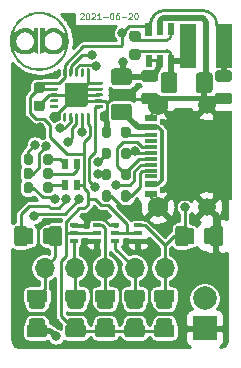
<source format=gbr>
%TF.GenerationSoftware,KiCad,Pcbnew,(5.1.9-0-10_14)*%
%TF.CreationDate,2021-06-20T07:03:24+01:00*%
%TF.ProjectId,Generic,47656e65-7269-4632-9e6b-696361645f70,4*%
%TF.SameCoordinates,Original*%
%TF.FileFunction,Copper,L1,Top*%
%TF.FilePolarity,Positive*%
%FSLAX46Y46*%
G04 Gerber Fmt 4.6, Leading zero omitted, Abs format (unit mm)*
G04 Created by KiCad (PCBNEW (5.1.9-0-10_14)) date 2021-06-20 07:03:24*
%MOMM*%
%LPD*%
G01*
G04 APERTURE LIST*
%TA.AperFunction,NonConductor*%
%ADD10C,0.080000*%
%TD*%
%TA.AperFunction,EtchedComponent*%
%ADD11C,0.250000*%
%TD*%
%TA.AperFunction,EtchedComponent*%
%ADD12C,0.500000*%
%TD*%
%TA.AperFunction,SMDPad,CuDef*%
%ADD13C,0.100000*%
%TD*%
%TA.AperFunction,SMDPad,CuDef*%
%ADD14R,0.500000X0.850000*%
%TD*%
%TA.AperFunction,ComponentPad*%
%ADD15C,0.350000*%
%TD*%
%TA.AperFunction,ComponentPad*%
%ADD16C,2.000000*%
%TD*%
%TA.AperFunction,ComponentPad*%
%ADD17R,2.000000X2.000000*%
%TD*%
%TA.AperFunction,SMDPad,CuDef*%
%ADD18R,0.650000X0.400000*%
%TD*%
%TA.AperFunction,SMDPad,CuDef*%
%ADD19R,0.500000X4.000000*%
%TD*%
%TA.AperFunction,SMDPad,CuDef*%
%ADD20R,0.600000X1.100000*%
%TD*%
%TA.AperFunction,SMDPad,CuDef*%
%ADD21R,1.425000X3.700000*%
%TD*%
%TA.AperFunction,ComponentPad*%
%ADD22R,1.700000X1.700000*%
%TD*%
%TA.AperFunction,ComponentPad*%
%ADD23O,1.700000X1.700000*%
%TD*%
%TA.AperFunction,SMDPad,CuDef*%
%ADD24R,5.490000X5.000000*%
%TD*%
%TA.AperFunction,SMDPad,CuDef*%
%ADD25R,1.140000X0.600000*%
%TD*%
%TA.AperFunction,ComponentPad*%
%ADD26C,1.500000*%
%TD*%
%TA.AperFunction,ComponentPad*%
%ADD27C,1.750000*%
%TD*%
%TA.AperFunction,SMDPad,CuDef*%
%ADD28R,1.140000X0.300000*%
%TD*%
%TA.AperFunction,ComponentPad*%
%ADD29C,0.600000*%
%TD*%
%TA.AperFunction,ViaPad*%
%ADD30C,0.800000*%
%TD*%
%TA.AperFunction,Conductor*%
%ADD31C,0.250000*%
%TD*%
%TA.AperFunction,Conductor*%
%ADD32C,0.500000*%
%TD*%
%TA.AperFunction,Conductor*%
%ADD33C,0.300000*%
%TD*%
%TA.AperFunction,Conductor*%
%ADD34C,0.254000*%
%TD*%
%TA.AperFunction,Conductor*%
%ADD35C,0.100000*%
%TD*%
G04 APERTURE END LIST*
D10*
X116071428Y-101373809D02*
X116095238Y-101350000D01*
X116142857Y-101326190D01*
X116261904Y-101326190D01*
X116309523Y-101350000D01*
X116333333Y-101373809D01*
X116357142Y-101421428D01*
X116357142Y-101469047D01*
X116333333Y-101540476D01*
X116047619Y-101826190D01*
X116357142Y-101826190D01*
X116666666Y-101326190D02*
X116714285Y-101326190D01*
X116761904Y-101350000D01*
X116785714Y-101373809D01*
X116809523Y-101421428D01*
X116833333Y-101516666D01*
X116833333Y-101635714D01*
X116809523Y-101730952D01*
X116785714Y-101778571D01*
X116761904Y-101802380D01*
X116714285Y-101826190D01*
X116666666Y-101826190D01*
X116619047Y-101802380D01*
X116595238Y-101778571D01*
X116571428Y-101730952D01*
X116547619Y-101635714D01*
X116547619Y-101516666D01*
X116571428Y-101421428D01*
X116595238Y-101373809D01*
X116619047Y-101350000D01*
X116666666Y-101326190D01*
X117023809Y-101373809D02*
X117047619Y-101350000D01*
X117095238Y-101326190D01*
X117214285Y-101326190D01*
X117261904Y-101350000D01*
X117285714Y-101373809D01*
X117309523Y-101421428D01*
X117309523Y-101469047D01*
X117285714Y-101540476D01*
X117000000Y-101826190D01*
X117309523Y-101826190D01*
X117785714Y-101826190D02*
X117500000Y-101826190D01*
X117642857Y-101826190D02*
X117642857Y-101326190D01*
X117595238Y-101397619D01*
X117547619Y-101445238D01*
X117500000Y-101469047D01*
X118000000Y-101635714D02*
X118380952Y-101635714D01*
X118714285Y-101326190D02*
X118761904Y-101326190D01*
X118809523Y-101350000D01*
X118833333Y-101373809D01*
X118857142Y-101421428D01*
X118880952Y-101516666D01*
X118880952Y-101635714D01*
X118857142Y-101730952D01*
X118833333Y-101778571D01*
X118809523Y-101802380D01*
X118761904Y-101826190D01*
X118714285Y-101826190D01*
X118666666Y-101802380D01*
X118642857Y-101778571D01*
X118619047Y-101730952D01*
X118595238Y-101635714D01*
X118595238Y-101516666D01*
X118619047Y-101421428D01*
X118642857Y-101373809D01*
X118666666Y-101350000D01*
X118714285Y-101326190D01*
X119309523Y-101326190D02*
X119214285Y-101326190D01*
X119166666Y-101350000D01*
X119142857Y-101373809D01*
X119095238Y-101445238D01*
X119071428Y-101540476D01*
X119071428Y-101730952D01*
X119095238Y-101778571D01*
X119119047Y-101802380D01*
X119166666Y-101826190D01*
X119261904Y-101826190D01*
X119309523Y-101802380D01*
X119333333Y-101778571D01*
X119357142Y-101730952D01*
X119357142Y-101611904D01*
X119333333Y-101564285D01*
X119309523Y-101540476D01*
X119261904Y-101516666D01*
X119166666Y-101516666D01*
X119119047Y-101540476D01*
X119095238Y-101564285D01*
X119071428Y-101611904D01*
X119571428Y-101635714D02*
X119952380Y-101635714D01*
X120166666Y-101373809D02*
X120190476Y-101350000D01*
X120238095Y-101326190D01*
X120357142Y-101326190D01*
X120404761Y-101350000D01*
X120428571Y-101373809D01*
X120452380Y-101421428D01*
X120452380Y-101469047D01*
X120428571Y-101540476D01*
X120142857Y-101826190D01*
X120452380Y-101826190D01*
X120761904Y-101326190D02*
X120809523Y-101326190D01*
X120857142Y-101350000D01*
X120880952Y-101373809D01*
X120904761Y-101421428D01*
X120928571Y-101516666D01*
X120928571Y-101635714D01*
X120904761Y-101730952D01*
X120880952Y-101778571D01*
X120857142Y-101802380D01*
X120809523Y-101826190D01*
X120761904Y-101826190D01*
X120714285Y-101802380D01*
X120690476Y-101778571D01*
X120666666Y-101730952D01*
X120642857Y-101635714D01*
X120642857Y-101516666D01*
X120666666Y-101421428D01*
X120690476Y-101373809D01*
X120714285Y-101350000D01*
X120761904Y-101326190D01*
D11*
%TO.C,Reg1*%
X123400000Y-104500000D02*
G75*
G02*
X123750000Y-104850000I0J-350000D01*
G01*
X123750000Y-103250000D02*
G75*
G02*
X123400000Y-103600000I-350000J0D01*
G01*
D12*
X123750000Y-106600000D02*
X123750000Y-105400000D01*
X123750000Y-105400000D02*
X125250000Y-105400000D01*
D11*
X120900000Y-104500000D02*
X123400000Y-104500000D01*
X120800000Y-103600000D02*
X123400000Y-103600000D01*
%TD*%
%TA.AperFunction,SMDPad,CuDef*%
D13*
%TO.P,Logo1,1*%
%TO.N,N/C*%
G36*
X112966826Y-101227059D02*
G01*
X113207450Y-101274922D01*
X113442225Y-101346140D01*
X113668888Y-101440027D01*
X113885257Y-101555678D01*
X114089248Y-101691981D01*
X114278897Y-101847622D01*
X114452378Y-102021103D01*
X114608019Y-102210752D01*
X114744322Y-102414743D01*
X114859973Y-102631112D01*
X114953860Y-102857775D01*
X115025078Y-103092550D01*
X115072941Y-103333174D01*
X115096989Y-103577331D01*
X115096989Y-103822669D01*
X115072941Y-104066826D01*
X115025078Y-104307450D01*
X114953860Y-104542225D01*
X114859973Y-104768888D01*
X114744322Y-104985257D01*
X114608019Y-105189248D01*
X114452378Y-105378897D01*
X114278897Y-105552378D01*
X114089248Y-105708019D01*
X113885257Y-105844322D01*
X113668888Y-105959973D01*
X113442225Y-106053860D01*
X113207450Y-106125078D01*
X112966826Y-106172941D01*
X112722669Y-106196989D01*
X112624344Y-106196989D01*
X112624298Y-106197003D01*
X112614673Y-106198918D01*
X112604907Y-106199880D01*
X112595093Y-106199880D01*
X112585327Y-106198918D01*
X112575702Y-106197003D01*
X112575656Y-106196989D01*
X112477331Y-106196989D01*
X112233174Y-106172941D01*
X111992550Y-106125078D01*
X111757775Y-106053860D01*
X111531112Y-105959973D01*
X111314743Y-105844322D01*
X111110752Y-105708019D01*
X110921103Y-105552378D01*
X110747622Y-105378897D01*
X110591981Y-105189248D01*
X110455678Y-104985257D01*
X110340027Y-104768888D01*
X110246140Y-104542225D01*
X110174922Y-104307450D01*
X110127059Y-104066826D01*
X110103011Y-103822669D01*
X110103011Y-103663199D01*
X110650903Y-103663199D01*
X110650903Y-103736801D01*
X110658118Y-103810048D01*
X110672477Y-103882235D01*
X110693842Y-103952667D01*
X110722008Y-104020666D01*
X110756704Y-104085577D01*
X110797594Y-104146774D01*
X110844287Y-104203669D01*
X110896331Y-104255713D01*
X110953226Y-104302406D01*
X111014423Y-104343296D01*
X111079334Y-104377992D01*
X111147333Y-104406158D01*
X111217765Y-104427523D01*
X111289952Y-104441882D01*
X111363199Y-104449097D01*
X111436801Y-104449097D01*
X111510048Y-104441882D01*
X111582235Y-104427523D01*
X111652667Y-104406158D01*
X111720666Y-104377992D01*
X111785577Y-104343296D01*
X111846774Y-104302406D01*
X111903669Y-104255713D01*
X111955713Y-104203669D01*
X112002406Y-104146774D01*
X112043296Y-104085577D01*
X112077992Y-104020666D01*
X112106158Y-103952667D01*
X112127523Y-103882235D01*
X112141882Y-103810048D01*
X112149097Y-103736801D01*
X112149097Y-103663199D01*
X112141882Y-103589952D01*
X112127523Y-103517765D01*
X112106158Y-103447333D01*
X112077992Y-103379334D01*
X112043296Y-103314423D01*
X112002406Y-103253226D01*
X111955713Y-103196331D01*
X111903669Y-103144287D01*
X111846774Y-103097594D01*
X111785577Y-103056704D01*
X111720666Y-103022008D01*
X111652667Y-102993842D01*
X111582235Y-102972477D01*
X111510048Y-102958118D01*
X111436801Y-102950903D01*
X111363199Y-102950903D01*
X111289952Y-102958118D01*
X111217765Y-102972477D01*
X111147333Y-102993842D01*
X111079334Y-103022008D01*
X111014423Y-103056704D01*
X110953226Y-103097594D01*
X110896331Y-103144287D01*
X110844287Y-103196331D01*
X110797594Y-103253226D01*
X110756704Y-103314423D01*
X110722008Y-103379334D01*
X110693842Y-103447333D01*
X110672477Y-103517765D01*
X110658118Y-103589952D01*
X110650903Y-103663199D01*
X110103011Y-103663199D01*
X110103011Y-103577331D01*
X110122594Y-103378501D01*
X110323320Y-103378501D01*
X110340763Y-103320999D01*
X110383012Y-103219001D01*
X110435055Y-103121634D01*
X110496392Y-103029838D01*
X110566430Y-102944496D01*
X110644496Y-102866430D01*
X110729838Y-102796392D01*
X110821634Y-102735055D01*
X110919001Y-102683012D01*
X111020999Y-102640763D01*
X111126647Y-102608715D01*
X111234928Y-102587176D01*
X111344799Y-102576355D01*
X111455201Y-102576355D01*
X111565072Y-102587176D01*
X111673353Y-102608715D01*
X111779001Y-102640763D01*
X111880999Y-102683012D01*
X111978366Y-102735055D01*
X112070162Y-102796392D01*
X112150000Y-102861913D01*
X112150000Y-102600000D01*
X112525000Y-102600000D01*
X112525000Y-104800000D01*
X112150000Y-104625000D01*
X112150000Y-104538087D01*
X112070162Y-104603608D01*
X111978366Y-104664945D01*
X111880999Y-104716988D01*
X111779001Y-104759237D01*
X111673353Y-104791285D01*
X111565072Y-104812824D01*
X111455201Y-104823645D01*
X111344799Y-104823645D01*
X111234928Y-104812824D01*
X111126647Y-104791285D01*
X111020999Y-104759237D01*
X110919001Y-104716988D01*
X110821634Y-104664945D01*
X110729838Y-104603608D01*
X110644496Y-104533570D01*
X110566430Y-104455504D01*
X110496392Y-104370162D01*
X110435055Y-104278366D01*
X110383012Y-104180999D01*
X110340763Y-104079001D01*
X110323320Y-104021499D01*
X110324894Y-104037480D01*
X110368928Y-104258854D01*
X110434449Y-104474847D01*
X110520825Y-104683377D01*
X110627224Y-104882436D01*
X110752623Y-105070108D01*
X110895812Y-105244586D01*
X111055414Y-105404188D01*
X111229892Y-105547377D01*
X111417564Y-105672776D01*
X111616623Y-105779175D01*
X111825153Y-105865551D01*
X112041146Y-105931072D01*
X112262520Y-105975106D01*
X112487144Y-105997230D01*
X112712856Y-105997230D01*
X112937480Y-105975106D01*
X113158854Y-105931072D01*
X113374847Y-105865551D01*
X113583377Y-105779175D01*
X113782436Y-105672776D01*
X113970108Y-105547377D01*
X114144586Y-105404188D01*
X114304188Y-105244586D01*
X114447377Y-105070108D01*
X114572776Y-104882436D01*
X114679175Y-104683377D01*
X114765551Y-104474847D01*
X114831072Y-104258854D01*
X114875106Y-104037480D01*
X114876680Y-104021499D01*
X114859237Y-104079001D01*
X114816988Y-104180999D01*
X114764945Y-104278366D01*
X114703608Y-104370162D01*
X114633570Y-104455504D01*
X114555504Y-104533570D01*
X114470162Y-104603608D01*
X114378366Y-104664945D01*
X114280999Y-104716988D01*
X114179001Y-104759237D01*
X114073353Y-104791285D01*
X113965072Y-104812824D01*
X113855201Y-104823645D01*
X113744799Y-104823645D01*
X113634928Y-104812824D01*
X113526647Y-104791285D01*
X113420999Y-104759237D01*
X113319001Y-104716988D01*
X113221634Y-104664945D01*
X113129838Y-104603608D01*
X113050000Y-104538087D01*
X113050000Y-104625000D01*
X112675000Y-104800000D01*
X112675000Y-103663199D01*
X113050903Y-103663199D01*
X113050903Y-103736801D01*
X113058118Y-103810048D01*
X113072477Y-103882235D01*
X113093842Y-103952667D01*
X113122008Y-104020666D01*
X113156704Y-104085577D01*
X113197594Y-104146774D01*
X113244287Y-104203669D01*
X113296331Y-104255713D01*
X113353226Y-104302406D01*
X113414423Y-104343296D01*
X113479334Y-104377992D01*
X113547333Y-104406158D01*
X113617765Y-104427523D01*
X113689952Y-104441882D01*
X113763199Y-104449097D01*
X113836801Y-104449097D01*
X113910048Y-104441882D01*
X113982235Y-104427523D01*
X114052667Y-104406158D01*
X114120666Y-104377992D01*
X114185577Y-104343296D01*
X114246774Y-104302406D01*
X114303669Y-104255713D01*
X114355713Y-104203669D01*
X114402406Y-104146774D01*
X114443296Y-104085577D01*
X114477992Y-104020666D01*
X114506158Y-103952667D01*
X114527523Y-103882235D01*
X114541882Y-103810048D01*
X114549097Y-103736801D01*
X114549097Y-103663199D01*
X114541882Y-103589952D01*
X114527523Y-103517765D01*
X114506158Y-103447333D01*
X114477992Y-103379334D01*
X114443296Y-103314423D01*
X114402406Y-103253226D01*
X114355713Y-103196331D01*
X114303669Y-103144287D01*
X114246774Y-103097594D01*
X114185577Y-103056704D01*
X114120666Y-103022008D01*
X114052667Y-102993842D01*
X113982235Y-102972477D01*
X113910048Y-102958118D01*
X113836801Y-102950903D01*
X113763199Y-102950903D01*
X113689952Y-102958118D01*
X113617765Y-102972477D01*
X113547333Y-102993842D01*
X113479334Y-103022008D01*
X113414423Y-103056704D01*
X113353226Y-103097594D01*
X113296331Y-103144287D01*
X113244287Y-103196331D01*
X113197594Y-103253226D01*
X113156704Y-103314423D01*
X113122008Y-103379334D01*
X113093842Y-103447333D01*
X113072477Y-103517765D01*
X113058118Y-103589952D01*
X113050903Y-103663199D01*
X112675000Y-103663199D01*
X112675000Y-102600000D01*
X113050000Y-102600000D01*
X113050000Y-102861913D01*
X113129838Y-102796392D01*
X113221634Y-102735055D01*
X113319001Y-102683012D01*
X113420999Y-102640763D01*
X113526647Y-102608715D01*
X113634928Y-102587176D01*
X113744799Y-102576355D01*
X113855201Y-102576355D01*
X113965072Y-102587176D01*
X114073353Y-102608715D01*
X114179001Y-102640763D01*
X114280999Y-102683012D01*
X114378366Y-102735055D01*
X114470162Y-102796392D01*
X114555504Y-102866430D01*
X114633570Y-102944496D01*
X114703608Y-103029838D01*
X114764945Y-103121634D01*
X114816988Y-103219001D01*
X114859237Y-103320999D01*
X114876680Y-103378501D01*
X114875106Y-103362520D01*
X114831072Y-103141146D01*
X114765551Y-102925153D01*
X114679175Y-102716623D01*
X114572776Y-102517564D01*
X114447377Y-102329892D01*
X114304188Y-102155414D01*
X114144586Y-101995812D01*
X113970108Y-101852623D01*
X113782436Y-101727224D01*
X113583377Y-101620825D01*
X113374847Y-101534449D01*
X113158854Y-101468928D01*
X112937480Y-101424894D01*
X112712856Y-101402770D01*
X112487144Y-101402770D01*
X112262520Y-101424894D01*
X112041146Y-101468928D01*
X111825153Y-101534449D01*
X111616623Y-101620825D01*
X111417564Y-101727224D01*
X111229892Y-101852623D01*
X111055414Y-101995812D01*
X110895812Y-102155414D01*
X110752623Y-102329892D01*
X110627224Y-102517564D01*
X110520825Y-102716623D01*
X110434449Y-102925153D01*
X110368928Y-103141146D01*
X110324894Y-103362520D01*
X110323320Y-103378501D01*
X110122594Y-103378501D01*
X110127059Y-103333174D01*
X110174922Y-103092550D01*
X110246140Y-102857775D01*
X110340027Y-102631112D01*
X110455678Y-102414743D01*
X110591981Y-102210752D01*
X110747622Y-102021103D01*
X110921103Y-101847622D01*
X111110752Y-101691981D01*
X111314743Y-101555678D01*
X111531112Y-101440027D01*
X111757775Y-101346140D01*
X111992550Y-101274922D01*
X112233174Y-101227059D01*
X112477331Y-101203011D01*
X112722669Y-101203011D01*
X112966826Y-101227059D01*
G37*
%TD.AperFunction*%
%TD*%
%TO.P,R13,2*%
%TO.N,B*%
%TA.AperFunction,SMDPad,CuDef*%
G36*
G01*
X112075000Y-114625000D02*
X112075000Y-115175000D01*
G75*
G02*
X111875000Y-115375000I-200000J0D01*
G01*
X111475000Y-115375000D01*
G75*
G02*
X111275000Y-115175000I0J200000D01*
G01*
X111275000Y-114625000D01*
G75*
G02*
X111475000Y-114425000I200000J0D01*
G01*
X111875000Y-114425000D01*
G75*
G02*
X112075000Y-114625000I0J-200000D01*
G01*
G37*
%TD.AperFunction*%
%TO.P,R13,1*%
%TO.N,Net-(D4-Pad3)*%
%TA.AperFunction,SMDPad,CuDef*%
G36*
G01*
X113725000Y-114625000D02*
X113725000Y-115175000D01*
G75*
G02*
X113525000Y-115375000I-200000J0D01*
G01*
X113125000Y-115375000D01*
G75*
G02*
X112925000Y-115175000I0J200000D01*
G01*
X112925000Y-114625000D01*
G75*
G02*
X113125000Y-114425000I200000J0D01*
G01*
X113525000Y-114425000D01*
G75*
G02*
X113725000Y-114625000I0J-200000D01*
G01*
G37*
%TD.AperFunction*%
%TD*%
%TO.P,R12,2*%
%TO.N,G*%
%TA.AperFunction,SMDPad,CuDef*%
G36*
G01*
X112075000Y-113425000D02*
X112075000Y-113975000D01*
G75*
G02*
X111875000Y-114175000I-200000J0D01*
G01*
X111475000Y-114175000D01*
G75*
G02*
X111275000Y-113975000I0J200000D01*
G01*
X111275000Y-113425000D01*
G75*
G02*
X111475000Y-113225000I200000J0D01*
G01*
X111875000Y-113225000D01*
G75*
G02*
X112075000Y-113425000I0J-200000D01*
G01*
G37*
%TD.AperFunction*%
%TO.P,R12,1*%
%TO.N,Net-(D4-Pad2)*%
%TA.AperFunction,SMDPad,CuDef*%
G36*
G01*
X113725000Y-113425000D02*
X113725000Y-113975000D01*
G75*
G02*
X113525000Y-114175000I-200000J0D01*
G01*
X113125000Y-114175000D01*
G75*
G02*
X112925000Y-113975000I0J200000D01*
G01*
X112925000Y-113425000D01*
G75*
G02*
X113125000Y-113225000I200000J0D01*
G01*
X113525000Y-113225000D01*
G75*
G02*
X113725000Y-113425000I0J-200000D01*
G01*
G37*
%TD.AperFunction*%
%TD*%
D14*
%TO.P,D4,4*%
%TO.N,+3V3*%
X115800000Y-115875000D03*
%TO.P,D4,3*%
%TO.N,Net-(D4-Pad3)*%
X115800000Y-114125000D03*
%TO.P,D4,2*%
%TO.N,Net-(D4-Pad2)*%
X114800000Y-114125000D03*
%TO.P,D4,1*%
%TO.N,Net-(D4-Pad1)*%
X114800000Y-115875000D03*
%TD*%
%TO.P,R9,2*%
%TO.N,D-*%
%TA.AperFunction,SMDPad,CuDef*%
G36*
G01*
X118675000Y-112925000D02*
X118675000Y-113475000D01*
G75*
G02*
X118475000Y-113675000I-200000J0D01*
G01*
X118075000Y-113675000D01*
G75*
G02*
X117875000Y-113475000I0J200000D01*
G01*
X117875000Y-112925000D01*
G75*
G02*
X118075000Y-112725000I200000J0D01*
G01*
X118475000Y-112725000D01*
G75*
G02*
X118675000Y-112925000I0J-200000D01*
G01*
G37*
%TD.AperFunction*%
%TO.P,R9,1*%
%TO.N,Net-(J2-PadA7)*%
%TA.AperFunction,SMDPad,CuDef*%
G36*
G01*
X120325000Y-112925000D02*
X120325000Y-113475000D01*
G75*
G02*
X120125000Y-113675000I-200000J0D01*
G01*
X119725000Y-113675000D01*
G75*
G02*
X119525000Y-113475000I0J200000D01*
G01*
X119525000Y-112925000D01*
G75*
G02*
X119725000Y-112725000I200000J0D01*
G01*
X120125000Y-112725000D01*
G75*
G02*
X120325000Y-112925000I0J-200000D01*
G01*
G37*
%TD.AperFunction*%
%TD*%
%TO.P,R10,2*%
%TO.N,Net-(J2-PadA6)*%
%TA.AperFunction,SMDPad,CuDef*%
G36*
G01*
X119525000Y-115275000D02*
X119525000Y-114725000D01*
G75*
G02*
X119725000Y-114525000I200000J0D01*
G01*
X120125000Y-114525000D01*
G75*
G02*
X120325000Y-114725000I0J-200000D01*
G01*
X120325000Y-115275000D01*
G75*
G02*
X120125000Y-115475000I-200000J0D01*
G01*
X119725000Y-115475000D01*
G75*
G02*
X119525000Y-115275000I0J200000D01*
G01*
G37*
%TD.AperFunction*%
%TO.P,R10,1*%
%TO.N,D+*%
%TA.AperFunction,SMDPad,CuDef*%
G36*
G01*
X117875000Y-115275000D02*
X117875000Y-114725000D01*
G75*
G02*
X118075000Y-114525000I200000J0D01*
G01*
X118475000Y-114525000D01*
G75*
G02*
X118675000Y-114725000I0J-200000D01*
G01*
X118675000Y-115275000D01*
G75*
G02*
X118475000Y-115475000I-200000J0D01*
G01*
X118075000Y-115475000D01*
G75*
G02*
X117875000Y-115275000I0J200000D01*
G01*
G37*
%TD.AperFunction*%
%TD*%
D15*
%TO.P,U2,21*%
%TO.N,GND*%
X115750000Y-108250000D03*
%TA.AperFunction,SMDPad,CuDef*%
D13*
G36*
X114750000Y-107250000D02*
G01*
X116750000Y-107250000D01*
X116750000Y-109000000D01*
X116500000Y-109250000D01*
X114750000Y-109250000D01*
X114750000Y-107250000D01*
G37*
%TD.AperFunction*%
%TO.P,U2,20*%
%TO.N,+3V3*%
%TA.AperFunction,SMDPad,CuDef*%
G36*
G01*
X116875000Y-109862500D02*
X116875000Y-110437500D01*
G75*
G02*
X116812500Y-110500000I-62500J0D01*
G01*
X116687500Y-110500000D01*
G75*
G02*
X116625000Y-110437500I0J62500D01*
G01*
X116625000Y-109862500D01*
G75*
G02*
X116687500Y-109800000I62500J0D01*
G01*
X116812500Y-109800000D01*
G75*
G02*
X116875000Y-109862500I0J-62500D01*
G01*
G37*
%TD.AperFunction*%
%TO.P,U2,19*%
%TO.N,EN*%
%TA.AperFunction,SMDPad,CuDef*%
G36*
G01*
X116375000Y-109862500D02*
X116375000Y-110437500D01*
G75*
G02*
X116312500Y-110500000I-62500J0D01*
G01*
X116187500Y-110500000D01*
G75*
G02*
X116125000Y-110437500I0J62500D01*
G01*
X116125000Y-109862500D01*
G75*
G02*
X116187500Y-109800000I62500J0D01*
G01*
X116312500Y-109800000D01*
G75*
G02*
X116375000Y-109862500I0J-62500D01*
G01*
G37*
%TD.AperFunction*%
%TO.P,U2,18*%
%TO.N,BOOT*%
%TA.AperFunction,SMDPad,CuDef*%
G36*
G01*
X115875000Y-109862500D02*
X115875000Y-110437500D01*
G75*
G02*
X115812500Y-110500000I-62500J0D01*
G01*
X115687500Y-110500000D01*
G75*
G02*
X115625000Y-110437500I0J62500D01*
G01*
X115625000Y-109862500D01*
G75*
G02*
X115687500Y-109800000I62500J0D01*
G01*
X115812500Y-109800000D01*
G75*
G02*
X115875000Y-109862500I0J-62500D01*
G01*
G37*
%TD.AperFunction*%
%TO.P,U2,17*%
%TO.N,I*%
%TA.AperFunction,SMDPad,CuDef*%
G36*
G01*
X115375000Y-109862500D02*
X115375000Y-110437500D01*
G75*
G02*
X115312500Y-110500000I-62500J0D01*
G01*
X115187500Y-110500000D01*
G75*
G02*
X115125000Y-110437500I0J62500D01*
G01*
X115125000Y-109862500D01*
G75*
G02*
X115187500Y-109800000I62500J0D01*
G01*
X115312500Y-109800000D01*
G75*
G02*
X115375000Y-109862500I0J-62500D01*
G01*
G37*
%TD.AperFunction*%
%TO.P,U2,16*%
%TO.N,Net-(U2-Pad16)*%
%TA.AperFunction,SMDPad,CuDef*%
G36*
G01*
X114875000Y-109862500D02*
X114875000Y-110437500D01*
G75*
G02*
X114812500Y-110500000I-62500J0D01*
G01*
X114687500Y-110500000D01*
G75*
G02*
X114625000Y-110437500I0J62500D01*
G01*
X114625000Y-109862500D01*
G75*
G02*
X114687500Y-109800000I62500J0D01*
G01*
X114812500Y-109800000D01*
G75*
G02*
X114875000Y-109862500I0J-62500D01*
G01*
G37*
%TD.AperFunction*%
%TO.P,U2,15*%
%TO.N,Net-(U2-Pad15)*%
%TA.AperFunction,SMDPad,CuDef*%
G36*
G01*
X114200000Y-109187500D02*
X114200000Y-109312500D01*
G75*
G02*
X114137500Y-109375000I-62500J0D01*
G01*
X113562500Y-109375000D01*
G75*
G02*
X113500000Y-109312500I0J62500D01*
G01*
X113500000Y-109187500D01*
G75*
G02*
X113562500Y-109125000I62500J0D01*
G01*
X114137500Y-109125000D01*
G75*
G02*
X114200000Y-109187500I0J-62500D01*
G01*
G37*
%TD.AperFunction*%
%TO.P,U2,14*%
%TO.N,Net-(U2-Pad14)*%
%TA.AperFunction,SMDPad,CuDef*%
G36*
G01*
X114200000Y-108687500D02*
X114200000Y-108812500D01*
G75*
G02*
X114137500Y-108875000I-62500J0D01*
G01*
X113562500Y-108875000D01*
G75*
G02*
X113500000Y-108812500I0J62500D01*
G01*
X113500000Y-108687500D01*
G75*
G02*
X113562500Y-108625000I62500J0D01*
G01*
X114137500Y-108625000D01*
G75*
G02*
X114200000Y-108687500I0J-62500D01*
G01*
G37*
%TD.AperFunction*%
%TO.P,U2,13*%
%TO.N,GND*%
%TA.AperFunction,SMDPad,CuDef*%
G36*
G01*
X114200000Y-108187500D02*
X114200000Y-108312500D01*
G75*
G02*
X114137500Y-108375000I-62500J0D01*
G01*
X113562500Y-108375000D01*
G75*
G02*
X113500000Y-108312500I0J62500D01*
G01*
X113500000Y-108187500D01*
G75*
G02*
X113562500Y-108125000I62500J0D01*
G01*
X114137500Y-108125000D01*
G75*
G02*
X114200000Y-108187500I0J-62500D01*
G01*
G37*
%TD.AperFunction*%
%TO.P,U2,12*%
%TO.N,+3V3*%
%TA.AperFunction,SMDPad,CuDef*%
G36*
G01*
X114200000Y-107687500D02*
X114200000Y-107812500D01*
G75*
G02*
X114137500Y-107875000I-62500J0D01*
G01*
X113562500Y-107875000D01*
G75*
G02*
X113500000Y-107812500I0J62500D01*
G01*
X113500000Y-107687500D01*
G75*
G02*
X113562500Y-107625000I62500J0D01*
G01*
X114137500Y-107625000D01*
G75*
G02*
X114200000Y-107687500I0J-62500D01*
G01*
G37*
%TD.AperFunction*%
%TO.P,U2,11*%
%TA.AperFunction,SMDPad,CuDef*%
G36*
G01*
X114200000Y-107187500D02*
X114200000Y-107312500D01*
G75*
G02*
X114137500Y-107375000I-62500J0D01*
G01*
X113562500Y-107375000D01*
G75*
G02*
X113500000Y-107312500I0J62500D01*
G01*
X113500000Y-107187500D01*
G75*
G02*
X113562500Y-107125000I62500J0D01*
G01*
X114137500Y-107125000D01*
G75*
G02*
X114200000Y-107187500I0J-62500D01*
G01*
G37*
%TD.AperFunction*%
%TO.P,U2,10*%
%TA.AperFunction,SMDPad,CuDef*%
G36*
G01*
X114875000Y-106062500D02*
X114875000Y-106637500D01*
G75*
G02*
X114812500Y-106700000I-62500J0D01*
G01*
X114687500Y-106700000D01*
G75*
G02*
X114625000Y-106637500I0J62500D01*
G01*
X114625000Y-106062500D01*
G75*
G02*
X114687500Y-106000000I62500J0D01*
G01*
X114812500Y-106000000D01*
G75*
G02*
X114875000Y-106062500I0J-62500D01*
G01*
G37*
%TD.AperFunction*%
%TO.P,U2,9*%
%TO.N,D-*%
%TA.AperFunction,SMDPad,CuDef*%
G36*
G01*
X115375000Y-106062500D02*
X115375000Y-106637500D01*
G75*
G02*
X115312500Y-106700000I-62500J0D01*
G01*
X115187500Y-106700000D01*
G75*
G02*
X115125000Y-106637500I0J62500D01*
G01*
X115125000Y-106062500D01*
G75*
G02*
X115187500Y-106000000I62500J0D01*
G01*
X115312500Y-106000000D01*
G75*
G02*
X115375000Y-106062500I0J-62500D01*
G01*
G37*
%TD.AperFunction*%
%TO.P,U2,8*%
%TO.N,D+*%
%TA.AperFunction,SMDPad,CuDef*%
G36*
G01*
X115875000Y-106062500D02*
X115875000Y-106637500D01*
G75*
G02*
X115812500Y-106700000I-62500J0D01*
G01*
X115687500Y-106700000D01*
G75*
G02*
X115625000Y-106637500I0J62500D01*
G01*
X115625000Y-106062500D01*
G75*
G02*
X115687500Y-106000000I62500J0D01*
G01*
X115812500Y-106000000D01*
G75*
G02*
X115875000Y-106062500I0J-62500D01*
G01*
G37*
%TD.AperFunction*%
%TO.P,U2,7*%
%TO.N,Net-(U2-Pad7)*%
%TA.AperFunction,SMDPad,CuDef*%
G36*
G01*
X116375000Y-106062500D02*
X116375000Y-106637500D01*
G75*
G02*
X116312500Y-106700000I-62500J0D01*
G01*
X116187500Y-106700000D01*
G75*
G02*
X116125000Y-106637500I0J62500D01*
G01*
X116125000Y-106062500D01*
G75*
G02*
X116187500Y-106000000I62500J0D01*
G01*
X116312500Y-106000000D01*
G75*
G02*
X116375000Y-106062500I0J-62500D01*
G01*
G37*
%TD.AperFunction*%
%TO.P,U2,6*%
%TO.N,GND*%
%TA.AperFunction,SMDPad,CuDef*%
G36*
G01*
X116875000Y-106062500D02*
X116875000Y-106637500D01*
G75*
G02*
X116812500Y-106700000I-62500J0D01*
G01*
X116687500Y-106700000D01*
G75*
G02*
X116625000Y-106637500I0J62500D01*
G01*
X116625000Y-106062500D01*
G75*
G02*
X116687500Y-106000000I62500J0D01*
G01*
X116812500Y-106000000D01*
G75*
G02*
X116875000Y-106062500I0J-62500D01*
G01*
G37*
%TD.AperFunction*%
%TO.P,U2,5*%
%TA.AperFunction,SMDPad,CuDef*%
G36*
G01*
X118000000Y-107187500D02*
X118000000Y-107312500D01*
G75*
G02*
X117937500Y-107375000I-62500J0D01*
G01*
X117362500Y-107375000D01*
G75*
G02*
X117300000Y-107312500I0J62500D01*
G01*
X117300000Y-107187500D01*
G75*
G02*
X117362500Y-107125000I62500J0D01*
G01*
X117937500Y-107125000D01*
G75*
G02*
X118000000Y-107187500I0J-62500D01*
G01*
G37*
%TD.AperFunction*%
%TO.P,U2,4*%
%TA.AperFunction,SMDPad,CuDef*%
G36*
G01*
X118000000Y-107687500D02*
X118000000Y-107812500D01*
G75*
G02*
X117937500Y-107875000I-62500J0D01*
G01*
X117362500Y-107875000D01*
G75*
G02*
X117300000Y-107812500I0J62500D01*
G01*
X117300000Y-107687500D01*
G75*
G02*
X117362500Y-107625000I62500J0D01*
G01*
X117937500Y-107625000D01*
G75*
G02*
X118000000Y-107687500I0J-62500D01*
G01*
G37*
%TD.AperFunction*%
%TO.P,U2,3*%
%TA.AperFunction,SMDPad,CuDef*%
G36*
G01*
X118000000Y-108187500D02*
X118000000Y-108312500D01*
G75*
G02*
X117937500Y-108375000I-62500J0D01*
G01*
X117362500Y-108375000D01*
G75*
G02*
X117300000Y-108312500I0J62500D01*
G01*
X117300000Y-108187500D01*
G75*
G02*
X117362500Y-108125000I62500J0D01*
G01*
X117937500Y-108125000D01*
G75*
G02*
X118000000Y-108187500I0J-62500D01*
G01*
G37*
%TD.AperFunction*%
%TO.P,U2,2*%
%TA.AperFunction,SMDPad,CuDef*%
G36*
G01*
X118000000Y-108687500D02*
X118000000Y-108812500D01*
G75*
G02*
X117937500Y-108875000I-62500J0D01*
G01*
X117362500Y-108875000D01*
G75*
G02*
X117300000Y-108812500I0J62500D01*
G01*
X117300000Y-108687500D01*
G75*
G02*
X117362500Y-108625000I62500J0D01*
G01*
X117937500Y-108625000D01*
G75*
G02*
X118000000Y-108687500I0J-62500D01*
G01*
G37*
%TD.AperFunction*%
%TO.P,U2,1*%
%TO.N,O*%
%TA.AperFunction,SMDPad,CuDef*%
G36*
G01*
X118000000Y-109187500D02*
X118000000Y-109312500D01*
G75*
G02*
X117937500Y-109375000I-62500J0D01*
G01*
X117362500Y-109375000D01*
G75*
G02*
X117300000Y-109312500I0J62500D01*
G01*
X117300000Y-109187500D01*
G75*
G02*
X117362500Y-109125000I62500J0D01*
G01*
X117937500Y-109125000D01*
G75*
G02*
X118000000Y-109187500I0J-62500D01*
G01*
G37*
%TD.AperFunction*%
%TD*%
D16*
%TO.P,J3,2*%
%TO.N,+12V*%
X126600000Y-125460000D03*
D17*
%TO.P,J3,1*%
%TO.N,GND*%
X126600000Y-128000000D03*
%TD*%
%TO.P,R11,2*%
%TO.N,R*%
%TA.AperFunction,SMDPad,CuDef*%
G36*
G01*
X112075000Y-115825000D02*
X112075000Y-116375000D01*
G75*
G02*
X111875000Y-116575000I-200000J0D01*
G01*
X111475000Y-116575000D01*
G75*
G02*
X111275000Y-116375000I0J200000D01*
G01*
X111275000Y-115825000D01*
G75*
G02*
X111475000Y-115625000I200000J0D01*
G01*
X111875000Y-115625000D01*
G75*
G02*
X112075000Y-115825000I0J-200000D01*
G01*
G37*
%TD.AperFunction*%
%TO.P,R11,1*%
%TO.N,Net-(D4-Pad1)*%
%TA.AperFunction,SMDPad,CuDef*%
G36*
G01*
X113725000Y-115825000D02*
X113725000Y-116375000D01*
G75*
G02*
X113525000Y-116575000I-200000J0D01*
G01*
X113125000Y-116575000D01*
G75*
G02*
X112925000Y-116375000I0J200000D01*
G01*
X112925000Y-115825000D01*
G75*
G02*
X113125000Y-115625000I200000J0D01*
G01*
X113525000Y-115625000D01*
G75*
G02*
X113725000Y-115825000I0J-200000D01*
G01*
G37*
%TD.AperFunction*%
%TD*%
%TO.P,D3,2*%
%TO.N,VBUS*%
%TA.AperFunction,SMDPad,CuDef*%
G36*
G01*
X118925000Y-108975000D02*
X120175000Y-108975000D01*
G75*
G02*
X120425000Y-109225000I0J-250000D01*
G01*
X120425000Y-110150000D01*
G75*
G02*
X120175000Y-110400000I-250000J0D01*
G01*
X118925000Y-110400000D01*
G75*
G02*
X118675000Y-110150000I0J250000D01*
G01*
X118675000Y-109225000D01*
G75*
G02*
X118925000Y-108975000I250000J0D01*
G01*
G37*
%TD.AperFunction*%
%TO.P,D3,1*%
%TO.N,+12V*%
%TA.AperFunction,SMDPad,CuDef*%
G36*
G01*
X118925000Y-106000000D02*
X120175000Y-106000000D01*
G75*
G02*
X120425000Y-106250000I0J-250000D01*
G01*
X120425000Y-107175000D01*
G75*
G02*
X120175000Y-107425000I-250000J0D01*
G01*
X118925000Y-107425000D01*
G75*
G02*
X118675000Y-107175000I0J250000D01*
G01*
X118675000Y-106250000D01*
G75*
G02*
X118925000Y-106000000I250000J0D01*
G01*
G37*
%TD.AperFunction*%
%TD*%
D18*
%TO.P,D2,6*%
%TO.N,IO3*%
X117450000Y-119300000D03*
%TO.P,D2,4*%
%TO.N,GND*%
X117450000Y-120600000D03*
%TO.P,D2,2*%
%TO.N,+3V3*%
X115550000Y-119950000D03*
%TO.P,D2,5*%
X117450000Y-119950000D03*
%TO.P,D2,3*%
%TO.N,IO4*%
X115550000Y-120600000D03*
%TO.P,D2,1*%
%TO.N,GND*%
X115550000Y-119300000D03*
%TD*%
%TO.P,D1,6*%
%TO.N,IO1*%
X120950000Y-119300000D03*
%TO.P,D1,4*%
%TO.N,GND*%
X120950000Y-120600000D03*
%TO.P,D1,2*%
%TO.N,+3V3*%
X119050000Y-119950000D03*
%TO.P,D1,5*%
X120950000Y-119950000D03*
%TO.P,D1,3*%
%TO.N,IO2*%
X119050000Y-120600000D03*
%TO.P,D1,1*%
%TO.N,GND*%
X119050000Y-119300000D03*
%TD*%
%TO.P,C2,2*%
%TO.N,GND*%
%TA.AperFunction,SMDPad,CuDef*%
G36*
G01*
X112350000Y-108725000D02*
X112850000Y-108725000D01*
G75*
G02*
X113075000Y-108950000I0J-225000D01*
G01*
X113075000Y-109400000D01*
G75*
G02*
X112850000Y-109625000I-225000J0D01*
G01*
X112350000Y-109625000D01*
G75*
G02*
X112125000Y-109400000I0J225000D01*
G01*
X112125000Y-108950000D01*
G75*
G02*
X112350000Y-108725000I225000J0D01*
G01*
G37*
%TD.AperFunction*%
%TO.P,C2,1*%
%TO.N,+3V3*%
%TA.AperFunction,SMDPad,CuDef*%
G36*
G01*
X112350000Y-107175000D02*
X112850000Y-107175000D01*
G75*
G02*
X113075000Y-107400000I0J-225000D01*
G01*
X113075000Y-107850000D01*
G75*
G02*
X112850000Y-108075000I-225000J0D01*
G01*
X112350000Y-108075000D01*
G75*
G02*
X112125000Y-107850000I0J225000D01*
G01*
X112125000Y-107400000D01*
G75*
G02*
X112350000Y-107175000I225000J0D01*
G01*
G37*
%TD.AperFunction*%
%TD*%
%TA.AperFunction,SMDPad,CuDef*%
D13*
%TO.P,Reg1,4*%
%TO.N,+3V3*%
G36*
X126491745Y-101000012D02*
G01*
X126493925Y-101000149D01*
X126496106Y-101000149D01*
X126605399Y-101005494D01*
X126607142Y-101005591D01*
X126612396Y-101006181D01*
X126617554Y-101006686D01*
X126725803Y-101022671D01*
X126727527Y-101022938D01*
X126732653Y-101024027D01*
X126737782Y-101025043D01*
X126843956Y-101051515D01*
X126845646Y-101051949D01*
X126850632Y-101053531D01*
X126855647Y-101055045D01*
X126958724Y-101091749D01*
X126958731Y-101091751D01*
X126958738Y-101091754D01*
X126960370Y-101092347D01*
X126965193Y-101094415D01*
X126970022Y-101096405D01*
X127069032Y-101142996D01*
X127070606Y-101143750D01*
X127075246Y-101146301D01*
X127079813Y-101148729D01*
X127173804Y-101204758D01*
X127175297Y-101205662D01*
X127179597Y-101208606D01*
X127183977Y-101211516D01*
X127272050Y-101276450D01*
X127273448Y-101277495D01*
X127277465Y-101280866D01*
X127281515Y-101284169D01*
X127362832Y-101357388D01*
X127364120Y-101358565D01*
X127367802Y-101362325D01*
X127371496Y-101365993D01*
X127445282Y-101446797D01*
X127446450Y-101448094D01*
X127449731Y-101452175D01*
X127453067Y-101456207D01*
X127518613Y-101543826D01*
X127519649Y-101545230D01*
X127522520Y-101549618D01*
X127525443Y-101553951D01*
X127582127Y-101647548D01*
X127583020Y-101649046D01*
X127585444Y-101653683D01*
X127587935Y-101658290D01*
X127635216Y-101756972D01*
X127635959Y-101758551D01*
X127637913Y-101763388D01*
X127639949Y-101768230D01*
X127677374Y-101871054D01*
X127677959Y-101872698D01*
X127679444Y-101877744D01*
X127680985Y-101882721D01*
X127708197Y-101988708D01*
X127708619Y-101990401D01*
X127709606Y-101995574D01*
X127710652Y-102000669D01*
X127727393Y-102108804D01*
X127727648Y-102110530D01*
X127728120Y-102115721D01*
X127728670Y-102120951D01*
X127734418Y-102223771D01*
X128319120Y-104062112D01*
X128319637Y-104063779D01*
X128322601Y-104075627D01*
X128324394Y-104087707D01*
X128325000Y-104099904D01*
X128324413Y-104112103D01*
X128322637Y-104124185D01*
X128319692Y-104136037D01*
X128315605Y-104147545D01*
X128310413Y-104158599D01*
X128304167Y-104169094D01*
X128296928Y-104178930D01*
X128288763Y-104188011D01*
X128279752Y-104196253D01*
X128269978Y-104203575D01*
X128259537Y-104209910D01*
X128248527Y-104215196D01*
X128237054Y-104219381D01*
X128225228Y-104222427D01*
X128213161Y-104224305D01*
X128200968Y-104224996D01*
X128188766Y-104224494D01*
X128176671Y-104222803D01*
X128164799Y-104219941D01*
X128153262Y-104215933D01*
X128142173Y-104210819D01*
X128131634Y-104204648D01*
X128121749Y-104197477D01*
X128112611Y-104189375D01*
X128104306Y-104180421D01*
X128096915Y-104170699D01*
X128090508Y-104160302D01*
X128085146Y-104149330D01*
X128080880Y-104137887D01*
X127490880Y-102282887D01*
X127490479Y-102281595D01*
X127490460Y-102281542D01*
X127490448Y-102281497D01*
X127490363Y-102281221D01*
X127488867Y-102275241D01*
X127487466Y-102269702D01*
X127487443Y-102269547D01*
X127487399Y-102269373D01*
X127486483Y-102263201D01*
X127485640Y-102257627D01*
X127485632Y-102257465D01*
X127485606Y-102257293D01*
X127485304Y-102251214D01*
X127485001Y-102245432D01*
X127484985Y-102240891D01*
X127479401Y-102141007D01*
X127464532Y-102044963D01*
X127440361Y-101950820D01*
X127407114Y-101859476D01*
X127365119Y-101771827D01*
X127314767Y-101688684D01*
X127256543Y-101610856D01*
X127191007Y-101539084D01*
X127118771Y-101474042D01*
X127040539Y-101416366D01*
X126957054Y-101366599D01*
X126869106Y-101325213D01*
X126777547Y-101292611D01*
X126683233Y-101269096D01*
X126587082Y-101254897D01*
X126486941Y-101250000D01*
X123145142Y-101250000D01*
X123140891Y-101250015D01*
X123041007Y-101255599D01*
X122944963Y-101270468D01*
X122850820Y-101294639D01*
X122759476Y-101327886D01*
X122671827Y-101369881D01*
X122588684Y-101420233D01*
X122510856Y-101478457D01*
X122439084Y-101543993D01*
X122374042Y-101616229D01*
X122316366Y-101694461D01*
X122266599Y-101777946D01*
X122225213Y-101865894D01*
X122192611Y-101957453D01*
X122169096Y-102051767D01*
X122154897Y-102147918D01*
X122150000Y-102248059D01*
X122150000Y-103250000D01*
X121550000Y-103250000D01*
X121550000Y-102150000D01*
X121904496Y-102150000D01*
X121905494Y-102129601D01*
X121905591Y-102127858D01*
X121906184Y-102122573D01*
X121906686Y-102117446D01*
X121922671Y-102009197D01*
X121922938Y-102007473D01*
X121924027Y-102002347D01*
X121925043Y-101997218D01*
X121951515Y-101891044D01*
X121951949Y-101889354D01*
X121953531Y-101884368D01*
X121955045Y-101879353D01*
X121991751Y-101776270D01*
X121992347Y-101774630D01*
X121994415Y-101769807D01*
X121996405Y-101764978D01*
X122042996Y-101665968D01*
X122043750Y-101664394D01*
X122046301Y-101659754D01*
X122048729Y-101655187D01*
X122104758Y-101561196D01*
X122105662Y-101559703D01*
X122108606Y-101555403D01*
X122111516Y-101551023D01*
X122176450Y-101462950D01*
X122177495Y-101461552D01*
X122180866Y-101457535D01*
X122184169Y-101453485D01*
X122257388Y-101372168D01*
X122258565Y-101370880D01*
X122262325Y-101367198D01*
X122265993Y-101363504D01*
X122346797Y-101289718D01*
X122348094Y-101288550D01*
X122352175Y-101285269D01*
X122356207Y-101281933D01*
X122443826Y-101216387D01*
X122445230Y-101215351D01*
X122449618Y-101212480D01*
X122453951Y-101209557D01*
X122547548Y-101152873D01*
X122549046Y-101151980D01*
X122553683Y-101149556D01*
X122558290Y-101147065D01*
X122656972Y-101099784D01*
X122658551Y-101099041D01*
X122663388Y-101097087D01*
X122668230Y-101095051D01*
X122771054Y-101057626D01*
X122772698Y-101057041D01*
X122777744Y-101055556D01*
X122782721Y-101054015D01*
X122888708Y-101026803D01*
X122890401Y-101026381D01*
X122895574Y-101025394D01*
X122900669Y-101024348D01*
X123008804Y-101007607D01*
X123010530Y-101007352D01*
X123015744Y-101006877D01*
X123020951Y-101006330D01*
X123130204Y-101000222D01*
X123131947Y-101000136D01*
X123134363Y-101000153D01*
X123136749Y-101000028D01*
X123144568Y-101000001D01*
X123144953Y-101000002D01*
X123145000Y-101000000D01*
X126490000Y-101000000D01*
X126491745Y-101000012D01*
G37*
%TD.AperFunction*%
%TA.AperFunction,SMDPad,CuDef*%
%TO.P,Reg1,2*%
%TO.N,+12V*%
G36*
X122753956Y-105350389D02*
G01*
X122778247Y-105352943D01*
X122802173Y-105357854D01*
X122825506Y-105365076D01*
X122848022Y-105374542D01*
X122869508Y-105386159D01*
X122889756Y-105399818D01*
X122908576Y-105415387D01*
X122925787Y-105432717D01*
X122941224Y-105451646D01*
X122954740Y-105471990D01*
X122966207Y-105493556D01*
X122975515Y-105516137D01*
X122982574Y-105539520D01*
X122987318Y-105563480D01*
X122989702Y-105587788D01*
X122989702Y-105612213D01*
X122984929Y-105709776D01*
X122984929Y-105709795D01*
X122984927Y-105709817D01*
X122984734Y-105713282D01*
X122983566Y-105723698D01*
X122982545Y-105734103D01*
X122968273Y-105830754D01*
X122967739Y-105834204D01*
X122965564Y-105844436D01*
X122963529Y-105854715D01*
X122939893Y-105949513D01*
X122939025Y-105952894D01*
X122935863Y-105962859D01*
X122932834Y-105972894D01*
X122900061Y-106064932D01*
X122898867Y-106068213D01*
X122894739Y-106077844D01*
X122890754Y-106087513D01*
X122849156Y-106175915D01*
X122847647Y-106179064D01*
X122842589Y-106188264D01*
X122837687Y-106197484D01*
X122787660Y-106281404D01*
X122785852Y-106284390D01*
X122779914Y-106293062D01*
X122774143Y-106301748D01*
X122716176Y-106380371D01*
X122716169Y-106380382D01*
X122716160Y-106380393D01*
X122714076Y-106383181D01*
X122707341Y-106391207D01*
X122700731Y-106399311D01*
X122635365Y-106471908D01*
X122635357Y-106471917D01*
X122635347Y-106471927D01*
X122633005Y-106474494D01*
X122625494Y-106481849D01*
X122618146Y-106489248D01*
X122546010Y-106555117D01*
X122546001Y-106555126D01*
X122545990Y-106555135D01*
X122543405Y-106557463D01*
X122535263Y-106564009D01*
X122527181Y-106570695D01*
X122448950Y-106629220D01*
X122446140Y-106631292D01*
X122437368Y-106637032D01*
X122428700Y-106642879D01*
X122345140Y-106693484D01*
X122345131Y-106693490D01*
X122345120Y-106693496D01*
X122342132Y-106695278D01*
X122332842Y-106700134D01*
X122323645Y-106705107D01*
X122235553Y-106747313D01*
X122235537Y-106747322D01*
X122235517Y-106747330D01*
X122232378Y-106748808D01*
X122222671Y-106752730D01*
X122213020Y-106756786D01*
X122121219Y-106790198D01*
X122121213Y-106790201D01*
X122121205Y-106790203D01*
X122117923Y-106791373D01*
X122107875Y-106794330D01*
X122097880Y-106797424D01*
X122003251Y-106821721D01*
X121999864Y-106822566D01*
X121989553Y-106824533D01*
X121979325Y-106826632D01*
X121882775Y-106841579D01*
X121879322Y-106842089D01*
X121868875Y-106843040D01*
X121858484Y-106844132D01*
X121760937Y-106849586D01*
X121757450Y-106849757D01*
X121752646Y-106849723D01*
X121747840Y-106849975D01*
X121740859Y-106849999D01*
X121737368Y-106849987D01*
X121712987Y-106848536D01*
X121688863Y-106844714D01*
X121665228Y-106838556D01*
X121642306Y-106830121D01*
X121620316Y-106819490D01*
X121599468Y-106806762D01*
X121579962Y-106792062D01*
X121561984Y-106775529D01*
X121545706Y-106757320D01*
X121531281Y-106737609D01*
X121518848Y-106716585D01*
X121508527Y-106694448D01*
X121500416Y-106671409D01*
X121494590Y-106647689D01*
X121491108Y-106623514D01*
X121490001Y-106599114D01*
X121491282Y-106574723D01*
X121494935Y-106550573D01*
X121500927Y-106526894D01*
X121509202Y-106503914D01*
X121519681Y-106481851D01*
X121532262Y-106460915D01*
X121546825Y-106441307D01*
X121563232Y-106423214D01*
X121581328Y-106406808D01*
X121600937Y-106392247D01*
X121621874Y-106379668D01*
X121643938Y-106369192D01*
X121666920Y-106360920D01*
X121690598Y-106354929D01*
X121714749Y-106351278D01*
X121739141Y-106350001D01*
X121739580Y-106349999D01*
X121818362Y-106345595D01*
X121890744Y-106334389D01*
X121961700Y-106316171D01*
X122030527Y-106291119D01*
X122096585Y-106259469D01*
X122159224Y-106221534D01*
X122217879Y-106177653D01*
X122271968Y-106128264D01*
X122320975Y-106073835D01*
X122364445Y-106014873D01*
X122401944Y-105951969D01*
X122433133Y-105885689D01*
X122457703Y-105816687D01*
X122475424Y-105745613D01*
X122486123Y-105673155D01*
X122490299Y-105587786D01*
X122490493Y-105584301D01*
X122493216Y-105560029D01*
X122498294Y-105536137D01*
X122505680Y-105512856D01*
X122515302Y-105490406D01*
X122527068Y-105469003D01*
X122540869Y-105448849D01*
X122556568Y-105430139D01*
X122574019Y-105413050D01*
X122593054Y-105397745D01*
X122613492Y-105384371D01*
X122635138Y-105373055D01*
X122657784Y-105363905D01*
X122681216Y-105357010D01*
X122705208Y-105352432D01*
X122729532Y-105350219D01*
X122753956Y-105350389D01*
G37*
%TD.AperFunction*%
%TA.AperFunction,SMDPad,CuDef*%
%TO.P,Reg1,3*%
%TO.N,GND*%
G36*
X126253491Y-101450024D02*
G01*
X126257858Y-101450299D01*
X126262214Y-101450299D01*
X126306107Y-101452446D01*
X126306121Y-101452446D01*
X126306137Y-101452448D01*
X126309613Y-101452641D01*
X126320056Y-101453813D01*
X126330430Y-101454830D01*
X126373919Y-101461251D01*
X126373925Y-101461252D01*
X126373932Y-101461253D01*
X126377374Y-101461785D01*
X126387668Y-101463973D01*
X126397885Y-101465996D01*
X126440528Y-101476628D01*
X126440543Y-101476631D01*
X126440559Y-101476636D01*
X126443926Y-101477500D01*
X126453902Y-101480665D01*
X126463925Y-101483691D01*
X126505343Y-101498439D01*
X126505349Y-101498441D01*
X126505353Y-101498443D01*
X126508624Y-101499633D01*
X126518236Y-101503753D01*
X126527931Y-101507749D01*
X126567712Y-101526469D01*
X126570860Y-101527978D01*
X126580028Y-101533018D01*
X126589269Y-101537932D01*
X126627033Y-101560443D01*
X126630019Y-101562251D01*
X126638676Y-101568178D01*
X126647382Y-101573963D01*
X126682751Y-101600039D01*
X126682768Y-101600051D01*
X126682786Y-101600066D01*
X126685565Y-101602144D01*
X126693575Y-101608865D01*
X126701696Y-101615489D01*
X126734368Y-101644907D01*
X126736946Y-101647261D01*
X126744260Y-101654730D01*
X126751698Y-101662116D01*
X126781333Y-101694571D01*
X126781345Y-101694583D01*
X126781357Y-101694598D01*
X126783680Y-101697176D01*
X126790243Y-101705339D01*
X126796914Y-101713403D01*
X126823250Y-101748607D01*
X126825322Y-101751417D01*
X126831058Y-101760184D01*
X126836908Y-101768856D01*
X126859683Y-101806462D01*
X126861471Y-101809461D01*
X126866307Y-101818712D01*
X126871302Y-101827950D01*
X126890298Y-101867600D01*
X126891784Y-101870758D01*
X126895704Y-101880461D01*
X126899761Y-101890111D01*
X126914791Y-101931406D01*
X126914798Y-101931424D01*
X126914805Y-101931445D01*
X126915969Y-101934713D01*
X126918932Y-101944782D01*
X126922020Y-101954757D01*
X126932951Y-101997328D01*
X126932955Y-101997342D01*
X126932958Y-101997359D01*
X126933799Y-102000728D01*
X126935761Y-102011014D01*
X126937866Y-102021268D01*
X126944592Y-102064716D01*
X126945102Y-102068169D01*
X126946053Y-102078620D01*
X126947145Y-102089008D01*
X126949599Y-102132904D01*
X126949770Y-102136391D01*
X126949736Y-102141199D01*
X126949987Y-102145983D01*
X126949998Y-102149125D01*
X126949996Y-102149909D01*
X126950000Y-102150000D01*
X126950000Y-106950000D01*
X126949976Y-106953491D01*
X126948442Y-106977867D01*
X126944537Y-107001978D01*
X126938298Y-107025592D01*
X126929784Y-107048485D01*
X126919077Y-107070438D01*
X126906278Y-107091242D01*
X126891511Y-107110697D01*
X126874916Y-107128618D01*
X126856651Y-107144834D01*
X126836891Y-107159191D01*
X126815824Y-107171551D01*
X126812500Y-107173087D01*
X126812500Y-108300000D01*
X128300000Y-108300000D01*
X128303491Y-108300024D01*
X128327867Y-108301558D01*
X128351978Y-108305463D01*
X128375592Y-108311702D01*
X128398485Y-108320216D01*
X128420438Y-108330923D01*
X128441242Y-108343722D01*
X128460697Y-108358489D01*
X128478618Y-108375084D01*
X128494834Y-108393349D01*
X128509191Y-108413109D01*
X128521551Y-108434176D01*
X128531796Y-108456348D01*
X128539828Y-108479415D01*
X128545572Y-108503155D01*
X128548971Y-108527342D01*
X128549994Y-108551745D01*
X128548630Y-108576132D01*
X128544894Y-108600269D01*
X128538820Y-108623927D01*
X128530466Y-108646879D01*
X128519912Y-108668906D01*
X128507259Y-108689798D01*
X128492628Y-108709356D01*
X128476159Y-108727393D01*
X128458007Y-108743736D01*
X128438348Y-108758230D01*
X128417368Y-108770737D01*
X128395268Y-108781137D01*
X128372258Y-108789330D01*
X128348559Y-108795239D01*
X128324396Y-108798807D01*
X128300000Y-108800000D01*
X121700000Y-108800000D01*
X121696509Y-108799976D01*
X121672133Y-108798442D01*
X121648022Y-108794537D01*
X121624408Y-108788298D01*
X121601515Y-108779784D01*
X121579562Y-108769077D01*
X121558758Y-108756278D01*
X121539303Y-108741511D01*
X121521382Y-108724916D01*
X121505166Y-108706651D01*
X121490809Y-108686891D01*
X121478449Y-108665824D01*
X121468204Y-108643652D01*
X121460172Y-108620585D01*
X121454428Y-108596845D01*
X121451029Y-108572658D01*
X121450006Y-108548255D01*
X121451370Y-108523868D01*
X121455106Y-108499731D01*
X121461180Y-108476073D01*
X121469534Y-108453121D01*
X121480088Y-108431094D01*
X121492741Y-108410202D01*
X121507372Y-108390644D01*
X121523841Y-108372607D01*
X121541993Y-108356264D01*
X121561652Y-108341770D01*
X121582632Y-108329263D01*
X121604732Y-108318863D01*
X121627742Y-108310670D01*
X121651441Y-108304761D01*
X121675604Y-108301193D01*
X121700000Y-108300000D01*
X126312500Y-108300000D01*
X126312500Y-106950000D01*
X126312524Y-106946509D01*
X126314058Y-106922133D01*
X126317963Y-106898022D01*
X126324202Y-106874408D01*
X126332716Y-106851515D01*
X126343423Y-106829562D01*
X126356222Y-106808758D01*
X126370989Y-106789303D01*
X126387584Y-106771382D01*
X126405849Y-106755166D01*
X126425609Y-106740809D01*
X126446676Y-106728449D01*
X126450000Y-106726913D01*
X126450000Y-102154033D01*
X126448608Y-102129127D01*
X126445622Y-102109842D01*
X126440772Y-102090954D01*
X126434095Y-102072608D01*
X126425664Y-102055013D01*
X126415560Y-102038329D01*
X126403874Y-102022708D01*
X126390715Y-102008297D01*
X126376212Y-101995239D01*
X126360516Y-101983666D01*
X126343757Y-101973676D01*
X126326099Y-101965367D01*
X126307720Y-101958822D01*
X126288793Y-101954103D01*
X126269485Y-101951252D01*
X126243899Y-101950000D01*
X123254033Y-101950000D01*
X123229127Y-101951392D01*
X123209842Y-101954378D01*
X123190954Y-101959228D01*
X123172608Y-101965905D01*
X123155013Y-101974336D01*
X123138329Y-101984440D01*
X123122708Y-101996126D01*
X123108297Y-102009285D01*
X123095239Y-102023788D01*
X123083666Y-102039484D01*
X123073676Y-102056243D01*
X123065367Y-102073901D01*
X123058822Y-102092280D01*
X123054103Y-102111207D01*
X123051252Y-102130515D01*
X123050000Y-102156101D01*
X123050000Y-102650000D01*
X123049976Y-102653491D01*
X123048442Y-102677867D01*
X123044537Y-102701978D01*
X123038298Y-102725592D01*
X123029784Y-102748485D01*
X123019077Y-102770438D01*
X123006278Y-102791242D01*
X122991511Y-102810697D01*
X122974916Y-102828618D01*
X122956651Y-102844834D01*
X122936891Y-102859191D01*
X122915824Y-102871551D01*
X122893652Y-102881796D01*
X122870585Y-102889828D01*
X122846845Y-102895572D01*
X122822658Y-102898971D01*
X122798255Y-102899994D01*
X122773868Y-102898630D01*
X122749731Y-102894894D01*
X122726073Y-102888820D01*
X122703121Y-102880466D01*
X122681094Y-102869912D01*
X122660202Y-102857259D01*
X122640644Y-102842628D01*
X122622607Y-102826159D01*
X122606264Y-102808007D01*
X122591770Y-102788348D01*
X122579263Y-102767368D01*
X122568863Y-102745268D01*
X122560670Y-102722258D01*
X122554761Y-102698559D01*
X122551193Y-102674396D01*
X122550000Y-102650000D01*
X122550000Y-102150000D01*
X122550024Y-102146509D01*
X122550299Y-102142142D01*
X122550299Y-102137786D01*
X122552446Y-102093893D01*
X122552446Y-102093879D01*
X122552448Y-102093863D01*
X122552641Y-102090387D01*
X122553813Y-102079944D01*
X122554830Y-102069570D01*
X122561252Y-102026077D01*
X122561785Y-102022626D01*
X122563973Y-102012332D01*
X122565996Y-102002115D01*
X122576628Y-101959472D01*
X122576631Y-101959457D01*
X122576636Y-101959441D01*
X122577500Y-101956074D01*
X122580665Y-101946098D01*
X122583691Y-101936075D01*
X122598439Y-101894657D01*
X122599633Y-101891376D01*
X122603753Y-101881764D01*
X122607749Y-101872069D01*
X122626469Y-101832288D01*
X122627978Y-101829140D01*
X122633018Y-101819972D01*
X122637932Y-101810731D01*
X122660443Y-101772967D01*
X122662251Y-101769981D01*
X122668178Y-101761324D01*
X122673963Y-101752618D01*
X122700039Y-101717249D01*
X122700051Y-101717232D01*
X122700066Y-101717214D01*
X122702144Y-101714435D01*
X122708865Y-101706425D01*
X122715489Y-101698304D01*
X122744907Y-101665632D01*
X122747261Y-101663054D01*
X122754730Y-101655740D01*
X122762116Y-101648302D01*
X122794571Y-101618667D01*
X122794583Y-101618655D01*
X122794598Y-101618643D01*
X122797176Y-101616320D01*
X122805339Y-101609757D01*
X122813403Y-101603086D01*
X122848607Y-101576750D01*
X122851417Y-101574678D01*
X122860184Y-101568942D01*
X122868856Y-101563092D01*
X122906462Y-101540317D01*
X122909461Y-101538529D01*
X122918712Y-101533693D01*
X122927950Y-101528698D01*
X122967600Y-101509702D01*
X122970758Y-101508216D01*
X122980461Y-101504296D01*
X122990111Y-101500239D01*
X123031406Y-101485209D01*
X123031424Y-101485202D01*
X123031445Y-101485195D01*
X123034713Y-101484031D01*
X123044782Y-101481068D01*
X123054757Y-101477980D01*
X123097328Y-101467049D01*
X123097342Y-101467045D01*
X123097359Y-101467042D01*
X123100728Y-101466201D01*
X123111014Y-101464239D01*
X123121268Y-101462134D01*
X123164716Y-101455408D01*
X123168169Y-101454898D01*
X123178620Y-101453947D01*
X123189008Y-101452855D01*
X123232904Y-101450401D01*
X123236391Y-101450230D01*
X123241199Y-101450264D01*
X123245983Y-101450013D01*
X123249125Y-101450002D01*
X123249909Y-101450004D01*
X123250000Y-101450000D01*
X126250000Y-101450000D01*
X126253491Y-101450024D01*
G37*
%TD.AperFunction*%
D19*
%TO.P,Reg1,4*%
%TO.N,+3V3*%
X128200000Y-104850000D03*
D20*
%TO.P,Reg1,~*%
%TO.N,N/C*%
X123750000Y-102700000D03*
%TO.P,Reg1,4*%
%TO.N,+3V3*%
X121850000Y-102700000D03*
%TO.P,Reg1,3*%
%TO.N,GND*%
X122800000Y-102700000D03*
%TO.P,Reg1,1*%
%TO.N,+12V*%
X121850000Y-105400000D03*
%TO.P,Reg1,2*%
X122800000Y-105400000D03*
%TO.P,Reg1,~*%
%TO.N,N/C*%
X123750000Y-105400000D03*
%TO.P,Reg1,4*%
%TO.N,+3V3*%
%TA.AperFunction,SMDPad,CuDef*%
G36*
G01*
X127725000Y-106150000D02*
X128675000Y-106150000D01*
G75*
G02*
X128925000Y-106400000I0J-250000D01*
G01*
X128925000Y-106900000D01*
G75*
G02*
X128675000Y-107150000I-250000J0D01*
G01*
X127725000Y-107150000D01*
G75*
G02*
X127475000Y-106900000I0J250000D01*
G01*
X127475000Y-106400000D01*
G75*
G02*
X127725000Y-106150000I250000J0D01*
G01*
G37*
%TD.AperFunction*%
%TO.P,Reg1,3*%
%TO.N,GND*%
%TA.AperFunction,SMDPad,CuDef*%
G36*
G01*
X127725000Y-108050000D02*
X128675000Y-108050000D01*
G75*
G02*
X128925000Y-108300000I0J-250000D01*
G01*
X128925000Y-108800000D01*
G75*
G02*
X128675000Y-109050000I-250000J0D01*
G01*
X127725000Y-109050000D01*
G75*
G02*
X127475000Y-108800000I0J250000D01*
G01*
X127475000Y-108300000D01*
G75*
G02*
X127725000Y-108050000I250000J0D01*
G01*
G37*
%TD.AperFunction*%
%TA.AperFunction,SMDPad,CuDef*%
G36*
G01*
X121475000Y-108050000D02*
X122425000Y-108050000D01*
G75*
G02*
X122675000Y-108300000I0J-250000D01*
G01*
X122675000Y-108800000D01*
G75*
G02*
X122425000Y-109050000I-250000J0D01*
G01*
X121475000Y-109050000D01*
G75*
G02*
X121225000Y-108800000I0J250000D01*
G01*
X121225000Y-108300000D01*
G75*
G02*
X121475000Y-108050000I250000J0D01*
G01*
G37*
%TD.AperFunction*%
%TO.P,Reg1,2*%
%TO.N,+12V*%
%TA.AperFunction,SMDPad,CuDef*%
G36*
G01*
X121475000Y-106150000D02*
X122425000Y-106150000D01*
G75*
G02*
X122675000Y-106400000I0J-250000D01*
G01*
X122675000Y-106900000D01*
G75*
G02*
X122425000Y-107150000I-250000J0D01*
G01*
X121475000Y-107150000D01*
G75*
G02*
X121225000Y-106900000I0J250000D01*
G01*
X121225000Y-106400000D01*
G75*
G02*
X121475000Y-106150000I250000J0D01*
G01*
G37*
%TD.AperFunction*%
%TO.P,Reg1,~*%
%TO.N,N/C*%
%TA.AperFunction,SMDPad,CuDef*%
G36*
G01*
X120950000Y-103725000D02*
X120450000Y-103725000D01*
G75*
G02*
X120225000Y-103500000I0J225000D01*
G01*
X120225000Y-103050000D01*
G75*
G02*
X120450000Y-102825000I225000J0D01*
G01*
X120950000Y-102825000D01*
G75*
G02*
X121175000Y-103050000I0J-225000D01*
G01*
X121175000Y-103500000D01*
G75*
G02*
X120950000Y-103725000I-225000J0D01*
G01*
G37*
%TD.AperFunction*%
%TA.AperFunction,SMDPad,CuDef*%
G36*
G01*
X120950000Y-105275000D02*
X120450000Y-105275000D01*
G75*
G02*
X120225000Y-105050000I0J225000D01*
G01*
X120225000Y-104600000D01*
G75*
G02*
X120450000Y-104375000I225000J0D01*
G01*
X120950000Y-104375000D01*
G75*
G02*
X121175000Y-104600000I0J-225000D01*
G01*
X121175000Y-105050000D01*
G75*
G02*
X120950000Y-105275000I-225000J0D01*
G01*
G37*
%TD.AperFunction*%
%TA.AperFunction,SMDPad,CuDef*%
G36*
G01*
X122875000Y-107845626D02*
X122875000Y-106594374D01*
G75*
G02*
X123124374Y-106345000I249374J0D01*
G01*
X124050626Y-106345000D01*
G75*
G02*
X124300000Y-106594374I0J-249374D01*
G01*
X124300000Y-107845626D01*
G75*
G02*
X124050626Y-108095000I-249374J0D01*
G01*
X123124374Y-108095000D01*
G75*
G02*
X122875000Y-107845626I0J249374D01*
G01*
G37*
%TD.AperFunction*%
%TO.P,Reg1,3*%
%TO.N,GND*%
%TA.AperFunction,SMDPad,CuDef*%
G36*
G01*
X125850000Y-107845626D02*
X125850000Y-106594374D01*
G75*
G02*
X126099374Y-106345000I249374J0D01*
G01*
X127025626Y-106345000D01*
G75*
G02*
X127275000Y-106594374I0J-249374D01*
G01*
X127275000Y-107845626D01*
G75*
G02*
X127025626Y-108095000I-249374J0D01*
G01*
X126099374Y-108095000D01*
G75*
G02*
X125850000Y-107845626I0J249374D01*
G01*
G37*
%TD.AperFunction*%
D21*
%TO.P,Reg1,4*%
%TO.N,+3V3*%
X128200000Y-104100000D03*
%TO.P,Reg1,~*%
%TO.N,N/C*%
X125200000Y-104100000D03*
%TD*%
%TO.P,R8,2*%
%TO.N,Net-(J2-PadB5)*%
%TA.AperFunction,SMDPad,CuDef*%
G36*
G01*
X119525000Y-111675000D02*
X119525000Y-111125000D01*
G75*
G02*
X119725000Y-110925000I200000J0D01*
G01*
X120125000Y-110925000D01*
G75*
G02*
X120325000Y-111125000I0J-200000D01*
G01*
X120325000Y-111675000D01*
G75*
G02*
X120125000Y-111875000I-200000J0D01*
G01*
X119725000Y-111875000D01*
G75*
G02*
X119525000Y-111675000I0J200000D01*
G01*
G37*
%TD.AperFunction*%
%TO.P,R8,1*%
%TO.N,GND*%
%TA.AperFunction,SMDPad,CuDef*%
G36*
G01*
X117875000Y-111675000D02*
X117875000Y-111125000D01*
G75*
G02*
X118075000Y-110925000I200000J0D01*
G01*
X118475000Y-110925000D01*
G75*
G02*
X118675000Y-111125000I0J-200000D01*
G01*
X118675000Y-111675000D01*
G75*
G02*
X118475000Y-111875000I-200000J0D01*
G01*
X118075000Y-111875000D01*
G75*
G02*
X117875000Y-111675000I0J200000D01*
G01*
G37*
%TD.AperFunction*%
%TD*%
%TO.P,R7,2*%
%TO.N,GND*%
%TA.AperFunction,SMDPad,CuDef*%
G36*
G01*
X118675000Y-116525000D02*
X118675000Y-117075000D01*
G75*
G02*
X118475000Y-117275000I-200000J0D01*
G01*
X118075000Y-117275000D01*
G75*
G02*
X117875000Y-117075000I0J200000D01*
G01*
X117875000Y-116525000D01*
G75*
G02*
X118075000Y-116325000I200000J0D01*
G01*
X118475000Y-116325000D01*
G75*
G02*
X118675000Y-116525000I0J-200000D01*
G01*
G37*
%TD.AperFunction*%
%TO.P,R7,1*%
%TO.N,Net-(J2-PadA5)*%
%TA.AperFunction,SMDPad,CuDef*%
G36*
G01*
X120325000Y-116525000D02*
X120325000Y-117075000D01*
G75*
G02*
X120125000Y-117275000I-200000J0D01*
G01*
X119725000Y-117275000D01*
G75*
G02*
X119525000Y-117075000I0J200000D01*
G01*
X119525000Y-116525000D01*
G75*
G02*
X119725000Y-116325000I200000J0D01*
G01*
X120125000Y-116325000D01*
G75*
G02*
X120325000Y-116525000I0J-200000D01*
G01*
G37*
%TD.AperFunction*%
%TD*%
%TO.P,R6,1*%
%TO.N,IO5*%
%TA.AperFunction,SMDPad,CuDef*%
G36*
G01*
X111075000Y-120649900D02*
X111075000Y-119750100D01*
G75*
G02*
X111325100Y-119500000I250100J0D01*
G01*
X111849900Y-119500000D01*
G75*
G02*
X112100000Y-119750100I0J-250100D01*
G01*
X112100000Y-120649900D01*
G75*
G02*
X111849900Y-120900000I-250100J0D01*
G01*
X111325100Y-120900000D01*
G75*
G02*
X111075000Y-120649900I0J250100D01*
G01*
G37*
%TD.AperFunction*%
%TO.P,R6,2*%
%TO.N,Net-(J1-Pad6)*%
%TA.AperFunction,SMDPad,CuDef*%
G36*
G01*
X112900000Y-120649900D02*
X112900000Y-119750100D01*
G75*
G02*
X113150100Y-119500000I250100J0D01*
G01*
X113674900Y-119500000D01*
G75*
G02*
X113925000Y-119750100I0J-250100D01*
G01*
X113925000Y-120649900D01*
G75*
G02*
X113674900Y-120900000I-250100J0D01*
G01*
X113150100Y-120900000D01*
G75*
G02*
X112900000Y-120649900I0J250100D01*
G01*
G37*
%TD.AperFunction*%
%TA.AperFunction,SMDPad,CuDef*%
G36*
G01*
X113400000Y-120825250D02*
X113400000Y-119574750D01*
G75*
G02*
X113649750Y-119325000I249750J0D01*
G01*
X114275250Y-119325000D01*
G75*
G02*
X114525000Y-119574750I0J-249750D01*
G01*
X114525000Y-120825250D01*
G75*
G02*
X114275250Y-121075000I-249750J0D01*
G01*
X113649750Y-121075000D01*
G75*
G02*
X113400000Y-120825250I0J249750D01*
G01*
G37*
%TD.AperFunction*%
%TO.P,R6,1*%
%TO.N,IO5*%
%TA.AperFunction,SMDPad,CuDef*%
G36*
G01*
X110475000Y-120825250D02*
X110475000Y-119574750D01*
G75*
G02*
X110724750Y-119325000I249750J0D01*
G01*
X111350250Y-119325000D01*
G75*
G02*
X111600000Y-119574750I0J-249750D01*
G01*
X111600000Y-120825250D01*
G75*
G02*
X111350250Y-121075000I-249750J0D01*
G01*
X110724750Y-121075000D01*
G75*
G02*
X110475000Y-120825250I0J249750D01*
G01*
G37*
%TD.AperFunction*%
%TD*%
%TO.P,R5,1*%
%TO.N,+12V*%
%TA.AperFunction,SMDPad,CuDef*%
G36*
G01*
X112849900Y-128175000D02*
X111950100Y-128175000D01*
G75*
G02*
X111700000Y-127924900I0J250100D01*
G01*
X111700000Y-127400100D01*
G75*
G02*
X111950100Y-127150000I250100J0D01*
G01*
X112849900Y-127150000D01*
G75*
G02*
X113100000Y-127400100I0J-250100D01*
G01*
X113100000Y-127924900D01*
G75*
G02*
X112849900Y-128175000I-250100J0D01*
G01*
G37*
%TD.AperFunction*%
%TO.P,R5,2*%
%TO.N,Net-(J1-Pad6)*%
%TA.AperFunction,SMDPad,CuDef*%
G36*
G01*
X112849900Y-126350000D02*
X111950100Y-126350000D01*
G75*
G02*
X111700000Y-126099900I0J250100D01*
G01*
X111700000Y-125575100D01*
G75*
G02*
X111950100Y-125325000I250100J0D01*
G01*
X112849900Y-125325000D01*
G75*
G02*
X113100000Y-125575100I0J-250100D01*
G01*
X113100000Y-126099900D01*
G75*
G02*
X112849900Y-126350000I-250100J0D01*
G01*
G37*
%TD.AperFunction*%
%TA.AperFunction,SMDPad,CuDef*%
G36*
G01*
X113025250Y-125850000D02*
X111774750Y-125850000D01*
G75*
G02*
X111525000Y-125600250I0J249750D01*
G01*
X111525000Y-124974750D01*
G75*
G02*
X111774750Y-124725000I249750J0D01*
G01*
X113025250Y-124725000D01*
G75*
G02*
X113275000Y-124974750I0J-249750D01*
G01*
X113275000Y-125600250D01*
G75*
G02*
X113025250Y-125850000I-249750J0D01*
G01*
G37*
%TD.AperFunction*%
%TO.P,R5,1*%
%TO.N,+12V*%
%TA.AperFunction,SMDPad,CuDef*%
G36*
G01*
X113025250Y-128775000D02*
X111774750Y-128775000D01*
G75*
G02*
X111525000Y-128525250I0J249750D01*
G01*
X111525000Y-127899750D01*
G75*
G02*
X111774750Y-127650000I249750J0D01*
G01*
X113025250Y-127650000D01*
G75*
G02*
X113275000Y-127899750I0J-249750D01*
G01*
X113275000Y-128525250D01*
G75*
G02*
X113025250Y-128775000I-249750J0D01*
G01*
G37*
%TD.AperFunction*%
%TD*%
%TO.P,R4,1*%
%TO.N,+3V3*%
%TA.AperFunction,SMDPad,CuDef*%
G36*
G01*
X116119900Y-128175000D02*
X115220100Y-128175000D01*
G75*
G02*
X114970000Y-127924900I0J250100D01*
G01*
X114970000Y-127400100D01*
G75*
G02*
X115220100Y-127150000I250100J0D01*
G01*
X116119900Y-127150000D01*
G75*
G02*
X116370000Y-127400100I0J-250100D01*
G01*
X116370000Y-127924900D01*
G75*
G02*
X116119900Y-128175000I-250100J0D01*
G01*
G37*
%TD.AperFunction*%
%TO.P,R4,2*%
%TO.N,IO4*%
%TA.AperFunction,SMDPad,CuDef*%
G36*
G01*
X116119900Y-126350000D02*
X115220100Y-126350000D01*
G75*
G02*
X114970000Y-126099900I0J250100D01*
G01*
X114970000Y-125575100D01*
G75*
G02*
X115220100Y-125325000I250100J0D01*
G01*
X116119900Y-125325000D01*
G75*
G02*
X116370000Y-125575100I0J-250100D01*
G01*
X116370000Y-126099900D01*
G75*
G02*
X116119900Y-126350000I-250100J0D01*
G01*
G37*
%TD.AperFunction*%
%TA.AperFunction,SMDPad,CuDef*%
G36*
G01*
X116295250Y-125850000D02*
X115044750Y-125850000D01*
G75*
G02*
X114795000Y-125600250I0J249750D01*
G01*
X114795000Y-124974750D01*
G75*
G02*
X115044750Y-124725000I249750J0D01*
G01*
X116295250Y-124725000D01*
G75*
G02*
X116545000Y-124974750I0J-249750D01*
G01*
X116545000Y-125600250D01*
G75*
G02*
X116295250Y-125850000I-249750J0D01*
G01*
G37*
%TD.AperFunction*%
%TO.P,R4,1*%
%TO.N,+3V3*%
%TA.AperFunction,SMDPad,CuDef*%
G36*
G01*
X116295250Y-128775000D02*
X115044750Y-128775000D01*
G75*
G02*
X114795000Y-128525250I0J249750D01*
G01*
X114795000Y-127899750D01*
G75*
G02*
X115044750Y-127650000I249750J0D01*
G01*
X116295250Y-127650000D01*
G75*
G02*
X116545000Y-127899750I0J-249750D01*
G01*
X116545000Y-128525250D01*
G75*
G02*
X116295250Y-128775000I-249750J0D01*
G01*
G37*
%TD.AperFunction*%
%TD*%
%TO.P,R3,1*%
%TO.N,+3V3*%
%TA.AperFunction,SMDPad,CuDef*%
G36*
G01*
X118619900Y-128175000D02*
X117720100Y-128175000D01*
G75*
G02*
X117470000Y-127924900I0J250100D01*
G01*
X117470000Y-127400100D01*
G75*
G02*
X117720100Y-127150000I250100J0D01*
G01*
X118619900Y-127150000D01*
G75*
G02*
X118870000Y-127400100I0J-250100D01*
G01*
X118870000Y-127924900D01*
G75*
G02*
X118619900Y-128175000I-250100J0D01*
G01*
G37*
%TD.AperFunction*%
%TO.P,R3,2*%
%TO.N,IO3*%
%TA.AperFunction,SMDPad,CuDef*%
G36*
G01*
X118619900Y-126350000D02*
X117720100Y-126350000D01*
G75*
G02*
X117470000Y-126099900I0J250100D01*
G01*
X117470000Y-125575100D01*
G75*
G02*
X117720100Y-125325000I250100J0D01*
G01*
X118619900Y-125325000D01*
G75*
G02*
X118870000Y-125575100I0J-250100D01*
G01*
X118870000Y-126099900D01*
G75*
G02*
X118619900Y-126350000I-250100J0D01*
G01*
G37*
%TD.AperFunction*%
%TA.AperFunction,SMDPad,CuDef*%
G36*
G01*
X118795250Y-125850000D02*
X117544750Y-125850000D01*
G75*
G02*
X117295000Y-125600250I0J249750D01*
G01*
X117295000Y-124974750D01*
G75*
G02*
X117544750Y-124725000I249750J0D01*
G01*
X118795250Y-124725000D01*
G75*
G02*
X119045000Y-124974750I0J-249750D01*
G01*
X119045000Y-125600250D01*
G75*
G02*
X118795250Y-125850000I-249750J0D01*
G01*
G37*
%TD.AperFunction*%
%TO.P,R3,1*%
%TO.N,+3V3*%
%TA.AperFunction,SMDPad,CuDef*%
G36*
G01*
X118795250Y-128775000D02*
X117544750Y-128775000D01*
G75*
G02*
X117295000Y-128525250I0J249750D01*
G01*
X117295000Y-127899750D01*
G75*
G02*
X117544750Y-127650000I249750J0D01*
G01*
X118795250Y-127650000D01*
G75*
G02*
X119045000Y-127899750I0J-249750D01*
G01*
X119045000Y-128525250D01*
G75*
G02*
X118795250Y-128775000I-249750J0D01*
G01*
G37*
%TD.AperFunction*%
%TD*%
%TO.P,R2,1*%
%TO.N,+3V3*%
%TA.AperFunction,SMDPad,CuDef*%
G36*
G01*
X121119900Y-128175000D02*
X120220100Y-128175000D01*
G75*
G02*
X119970000Y-127924900I0J250100D01*
G01*
X119970000Y-127400100D01*
G75*
G02*
X120220100Y-127150000I250100J0D01*
G01*
X121119900Y-127150000D01*
G75*
G02*
X121370000Y-127400100I0J-250100D01*
G01*
X121370000Y-127924900D01*
G75*
G02*
X121119900Y-128175000I-250100J0D01*
G01*
G37*
%TD.AperFunction*%
%TO.P,R2,2*%
%TO.N,IO2*%
%TA.AperFunction,SMDPad,CuDef*%
G36*
G01*
X121119900Y-126350000D02*
X120220100Y-126350000D01*
G75*
G02*
X119970000Y-126099900I0J250100D01*
G01*
X119970000Y-125575100D01*
G75*
G02*
X120220100Y-125325000I250100J0D01*
G01*
X121119900Y-125325000D01*
G75*
G02*
X121370000Y-125575100I0J-250100D01*
G01*
X121370000Y-126099900D01*
G75*
G02*
X121119900Y-126350000I-250100J0D01*
G01*
G37*
%TD.AperFunction*%
%TA.AperFunction,SMDPad,CuDef*%
G36*
G01*
X121295250Y-125850000D02*
X120044750Y-125850000D01*
G75*
G02*
X119795000Y-125600250I0J249750D01*
G01*
X119795000Y-124974750D01*
G75*
G02*
X120044750Y-124725000I249750J0D01*
G01*
X121295250Y-124725000D01*
G75*
G02*
X121545000Y-124974750I0J-249750D01*
G01*
X121545000Y-125600250D01*
G75*
G02*
X121295250Y-125850000I-249750J0D01*
G01*
G37*
%TD.AperFunction*%
%TO.P,R2,1*%
%TO.N,+3V3*%
%TA.AperFunction,SMDPad,CuDef*%
G36*
G01*
X121295250Y-128775000D02*
X120044750Y-128775000D01*
G75*
G02*
X119795000Y-128525250I0J249750D01*
G01*
X119795000Y-127899750D01*
G75*
G02*
X120044750Y-127650000I249750J0D01*
G01*
X121295250Y-127650000D01*
G75*
G02*
X121545000Y-127899750I0J-249750D01*
G01*
X121545000Y-128525250D01*
G75*
G02*
X121295250Y-128775000I-249750J0D01*
G01*
G37*
%TD.AperFunction*%
%TD*%
%TO.P,R1,1*%
%TO.N,+3V3*%
%TA.AperFunction,SMDPad,CuDef*%
G36*
G01*
X123619900Y-128175000D02*
X122720100Y-128175000D01*
G75*
G02*
X122470000Y-127924900I0J250100D01*
G01*
X122470000Y-127400100D01*
G75*
G02*
X122720100Y-127150000I250100J0D01*
G01*
X123619900Y-127150000D01*
G75*
G02*
X123870000Y-127400100I0J-250100D01*
G01*
X123870000Y-127924900D01*
G75*
G02*
X123619900Y-128175000I-250100J0D01*
G01*
G37*
%TD.AperFunction*%
%TO.P,R1,2*%
%TO.N,IO1*%
%TA.AperFunction,SMDPad,CuDef*%
G36*
G01*
X123619900Y-126350000D02*
X122720100Y-126350000D01*
G75*
G02*
X122470000Y-126099900I0J250100D01*
G01*
X122470000Y-125575100D01*
G75*
G02*
X122720100Y-125325000I250100J0D01*
G01*
X123619900Y-125325000D01*
G75*
G02*
X123870000Y-125575100I0J-250100D01*
G01*
X123870000Y-126099900D01*
G75*
G02*
X123619900Y-126350000I-250100J0D01*
G01*
G37*
%TD.AperFunction*%
%TA.AperFunction,SMDPad,CuDef*%
G36*
G01*
X123795250Y-125850000D02*
X122544750Y-125850000D01*
G75*
G02*
X122295000Y-125600250I0J249750D01*
G01*
X122295000Y-124974750D01*
G75*
G02*
X122544750Y-124725000I249750J0D01*
G01*
X123795250Y-124725000D01*
G75*
G02*
X124045000Y-124974750I0J-249750D01*
G01*
X124045000Y-125600250D01*
G75*
G02*
X123795250Y-125850000I-249750J0D01*
G01*
G37*
%TD.AperFunction*%
%TO.P,R1,1*%
%TO.N,+3V3*%
%TA.AperFunction,SMDPad,CuDef*%
G36*
G01*
X123795250Y-128775000D02*
X122544750Y-128775000D01*
G75*
G02*
X122295000Y-128525250I0J249750D01*
G01*
X122295000Y-127899750D01*
G75*
G02*
X122544750Y-127650000I249750J0D01*
G01*
X123795250Y-127650000D01*
G75*
G02*
X124045000Y-127899750I0J-249750D01*
G01*
X124045000Y-128525250D01*
G75*
G02*
X123795250Y-128775000I-249750J0D01*
G01*
G37*
%TD.AperFunction*%
%TD*%
%TO.P,C1,1*%
%TO.N,GND*%
%TA.AperFunction,SMDPad,CuDef*%
G36*
G01*
X127562500Y-119750100D02*
X127562500Y-120649900D01*
G75*
G02*
X127312400Y-120900000I-250100J0D01*
G01*
X126787600Y-120900000D01*
G75*
G02*
X126537500Y-120649900I0J250100D01*
G01*
X126537500Y-119750100D01*
G75*
G02*
X126787600Y-119500000I250100J0D01*
G01*
X127312400Y-119500000D01*
G75*
G02*
X127562500Y-119750100I0J-250100D01*
G01*
G37*
%TD.AperFunction*%
%TO.P,C1,2*%
%TO.N,IO1*%
%TA.AperFunction,SMDPad,CuDef*%
G36*
G01*
X125737500Y-119750100D02*
X125737500Y-120649900D01*
G75*
G02*
X125487400Y-120900000I-250100J0D01*
G01*
X124962600Y-120900000D01*
G75*
G02*
X124712500Y-120649900I0J250100D01*
G01*
X124712500Y-119750100D01*
G75*
G02*
X124962600Y-119500000I250100J0D01*
G01*
X125487400Y-119500000D01*
G75*
G02*
X125737500Y-119750100I0J-250100D01*
G01*
G37*
%TD.AperFunction*%
%TA.AperFunction,SMDPad,CuDef*%
G36*
G01*
X125237500Y-119574750D02*
X125237500Y-120825250D01*
G75*
G02*
X124987750Y-121075000I-249750J0D01*
G01*
X124362250Y-121075000D01*
G75*
G02*
X124112500Y-120825250I0J249750D01*
G01*
X124112500Y-119574750D01*
G75*
G02*
X124362250Y-119325000I249750J0D01*
G01*
X124987750Y-119325000D01*
G75*
G02*
X125237500Y-119574750I0J-249750D01*
G01*
G37*
%TD.AperFunction*%
%TO.P,C1,1*%
%TO.N,GND*%
%TA.AperFunction,SMDPad,CuDef*%
G36*
G01*
X128162500Y-119574750D02*
X128162500Y-120825250D01*
G75*
G02*
X127912750Y-121075000I-249750J0D01*
G01*
X127287250Y-121075000D01*
G75*
G02*
X127037500Y-120825250I0J249750D01*
G01*
X127037500Y-119574750D01*
G75*
G02*
X127287250Y-119325000I249750J0D01*
G01*
X127912750Y-119325000D01*
G75*
G02*
X128162500Y-119574750I0J-249750D01*
G01*
G37*
%TD.AperFunction*%
%TD*%
D22*
%TO.P,J1,1*%
%TO.N,GND*%
X125745000Y-122900000D03*
D23*
%TO.P,J1,2*%
%TO.N,IO1*%
X123205000Y-122900000D03*
%TO.P,J1,3*%
%TO.N,IO2*%
X120665000Y-122900000D03*
%TO.P,J1,4*%
%TO.N,IO3*%
X118125000Y-122900000D03*
%TO.P,J1,5*%
%TO.N,IO4*%
X115585000Y-122900000D03*
%TO.P,J1,6*%
%TO.N,Net-(J1-Pad6)*%
X113045000Y-122900000D03*
%TD*%
D24*
%TO.P,J2,S1*%
%TO.N,GND*%
X126155000Y-113400000D03*
%TA.AperFunction,SMDPad,CuDef*%
D13*
G36*
X121915685Y-116586929D02*
G01*
X121917555Y-116574861D01*
X121920591Y-116563032D01*
X121924769Y-116551556D01*
X121930047Y-116540543D01*
X121936373Y-116530097D01*
X121943688Y-116520319D01*
X121951924Y-116511301D01*
X121961001Y-116503129D01*
X121970830Y-116495882D01*
X121981320Y-116489630D01*
X121992371Y-116484430D01*
X122003875Y-116480334D01*
X122015725Y-116477380D01*
X122027807Y-116475596D01*
X122040005Y-116475000D01*
X122052203Y-116475598D01*
X122064284Y-116477382D01*
X122076134Y-116480337D01*
X122087638Y-116484434D01*
X122098688Y-116489634D01*
X122109178Y-116495888D01*
X122119007Y-116503135D01*
X122128082Y-116511308D01*
X122136317Y-116520326D01*
X122143632Y-116530105D01*
X122149958Y-116540551D01*
X122155235Y-116551565D01*
X122159411Y-116563041D01*
X122162447Y-116574871D01*
X122164315Y-116586939D01*
X122164997Y-116599132D01*
X122165052Y-116607023D01*
X122169448Y-116676893D01*
X122180224Y-116743427D01*
X122197443Y-116808595D01*
X122220934Y-116871762D01*
X122250477Y-116932335D01*
X122285792Y-116989739D01*
X122326541Y-117043424D01*
X122372337Y-117092880D01*
X122422737Y-117137627D01*
X122477269Y-117177246D01*
X122535392Y-117211347D01*
X122596580Y-117239619D01*
X122660228Y-117261784D01*
X122725739Y-117277632D01*
X122792476Y-117287012D01*
X122859813Y-117289834D01*
X122927106Y-117286071D01*
X122993718Y-117275760D01*
X123058998Y-117258999D01*
X123118729Y-117237258D01*
X123120691Y-117235888D01*
X123410000Y-116988715D01*
X123410000Y-116398629D01*
X123158200Y-116414471D01*
X123156458Y-116414569D01*
X123153835Y-116414569D01*
X123151225Y-116414715D01*
X123110874Y-116414997D01*
X123109129Y-116414997D01*
X123096934Y-116414315D01*
X123084866Y-116412447D01*
X123073038Y-116409410D01*
X123061561Y-116405233D01*
X123050548Y-116399956D01*
X123040102Y-116393630D01*
X123030323Y-116386315D01*
X123021304Y-116378080D01*
X123013133Y-116369004D01*
X123005885Y-116359174D01*
X122999632Y-116348685D01*
X122994432Y-116337635D01*
X122990336Y-116326130D01*
X122987381Y-116314281D01*
X122985596Y-116302199D01*
X122985000Y-116290001D01*
X122985597Y-116277803D01*
X122987380Y-116265721D01*
X122990335Y-116253871D01*
X122994431Y-116242367D01*
X122999631Y-116231317D01*
X123005884Y-116220827D01*
X123013132Y-116210997D01*
X123021303Y-116201922D01*
X123030321Y-116193686D01*
X123040100Y-116186371D01*
X123050546Y-116180045D01*
X123061560Y-116174768D01*
X123073036Y-116170590D01*
X123084865Y-116167554D01*
X123096933Y-116165685D01*
X123109126Y-116165003D01*
X123145993Y-116164745D01*
X123410000Y-116148135D01*
X123410000Y-110652804D01*
X123379804Y-110648345D01*
X123103894Y-110634851D01*
X123102151Y-110634754D01*
X123090014Y-110633392D01*
X123078069Y-110630852D01*
X123066429Y-110627160D01*
X123055203Y-110622349D01*
X123044502Y-110616466D01*
X123034425Y-110609566D01*
X123025070Y-110601717D01*
X123016525Y-110592991D01*
X123008873Y-110583473D01*
X123002185Y-110573254D01*
X122996528Y-110562431D01*
X122991953Y-110551108D01*
X122988505Y-110539393D01*
X122986216Y-110527397D01*
X122985109Y-110515234D01*
X122985195Y-110503022D01*
X122986472Y-110490877D01*
X122988927Y-110478913D01*
X122992538Y-110467247D01*
X122997271Y-110455990D01*
X123003080Y-110445247D01*
X123009908Y-110435122D01*
X123017693Y-110425712D01*
X123026359Y-110417107D01*
X123035822Y-110409388D01*
X123045995Y-110402630D01*
X123056778Y-110396897D01*
X123068069Y-110392243D01*
X123079760Y-110388713D01*
X123091740Y-110386341D01*
X123103894Y-110385150D01*
X123116106Y-110385149D01*
X123398121Y-110398942D01*
X123399864Y-110399039D01*
X123405118Y-110399629D01*
X123410000Y-110400107D01*
X123410000Y-109809791D01*
X123367229Y-109768066D01*
X123103671Y-109556986D01*
X123049774Y-109538217D01*
X122984261Y-109522368D01*
X122917524Y-109512988D01*
X122850187Y-109510166D01*
X122782894Y-109513929D01*
X122716286Y-109524240D01*
X122651002Y-109541002D01*
X122587677Y-109564051D01*
X122526888Y-109593175D01*
X122469239Y-109628088D01*
X122415276Y-109668458D01*
X122365504Y-109713907D01*
X122320402Y-109763997D01*
X122280408Y-109818244D01*
X122245899Y-109876134D01*
X122217200Y-109937121D01*
X122194594Y-110000608D01*
X122178288Y-110066007D01*
X122168442Y-110132681D01*
X122164851Y-110206107D01*
X122164754Y-110207849D01*
X122163392Y-110219986D01*
X122160852Y-110231931D01*
X122157160Y-110243572D01*
X122152349Y-110254797D01*
X122146465Y-110265498D01*
X122139566Y-110275575D01*
X122131716Y-110284930D01*
X122122990Y-110293475D01*
X122113472Y-110301127D01*
X122103253Y-110307815D01*
X122092431Y-110313472D01*
X122081108Y-110318047D01*
X122069393Y-110321495D01*
X122057396Y-110323784D01*
X122045234Y-110324891D01*
X122033021Y-110324805D01*
X122020876Y-110323528D01*
X122008913Y-110321073D01*
X121997246Y-110317462D01*
X121985989Y-110312729D01*
X121975246Y-110306920D01*
X121965122Y-110300091D01*
X121955712Y-110292306D01*
X121947107Y-110283641D01*
X121939388Y-110274177D01*
X121932630Y-110264005D01*
X121926897Y-110253222D01*
X121922243Y-110241931D01*
X121918713Y-110230240D01*
X121916341Y-110218260D01*
X121915150Y-110206106D01*
X121915149Y-110193893D01*
X121919039Y-110114363D01*
X121919136Y-110112621D01*
X121919726Y-110107367D01*
X121920231Y-110102209D01*
X121931863Y-110023439D01*
X121932130Y-110021714D01*
X121933219Y-110016588D01*
X121934235Y-110011459D01*
X121953498Y-109934199D01*
X121953932Y-109932509D01*
X121955516Y-109927514D01*
X121957028Y-109922508D01*
X121983738Y-109847496D01*
X121984335Y-109845857D01*
X121986396Y-109841047D01*
X121988392Y-109836205D01*
X122022295Y-109764159D01*
X122023049Y-109762585D01*
X122025587Y-109757967D01*
X122028028Y-109753376D01*
X122068799Y-109684981D01*
X122069702Y-109683489D01*
X122072680Y-109679139D01*
X122075557Y-109674809D01*
X122122808Y-109610719D01*
X122123853Y-109609322D01*
X122127217Y-109605313D01*
X122130527Y-109601254D01*
X122183807Y-109542082D01*
X122184983Y-109540793D01*
X122188729Y-109537126D01*
X122192412Y-109533416D01*
X122251211Y-109479725D01*
X122252507Y-109478558D01*
X122256612Y-109475258D01*
X122260621Y-109471941D01*
X122324380Y-109424243D01*
X122325784Y-109423207D01*
X122330181Y-109420330D01*
X122334504Y-109417414D01*
X122402612Y-109376166D01*
X122404111Y-109375272D01*
X122408753Y-109372846D01*
X122413357Y-109370356D01*
X122485166Y-109335952D01*
X122486744Y-109335209D01*
X122491656Y-109333225D01*
X122496422Y-109331221D01*
X122571244Y-109303987D01*
X122572888Y-109303401D01*
X122577945Y-109301913D01*
X122582912Y-109300375D01*
X122660035Y-109280573D01*
X122661728Y-109280151D01*
X122666874Y-109279169D01*
X122671999Y-109278117D01*
X122694668Y-109274608D01*
X122595484Y-109209973D01*
X122594029Y-109209010D01*
X122584235Y-109201713D01*
X122575202Y-109193495D01*
X122567013Y-109184435D01*
X122559747Y-109174619D01*
X122553474Y-109164141D01*
X122548253Y-109153101D01*
X122544134Y-109141605D01*
X122541157Y-109129760D01*
X122539351Y-109117682D01*
X122538730Y-109105485D01*
X122539304Y-109093286D01*
X122541064Y-109081202D01*
X122543996Y-109069347D01*
X122548071Y-109057834D01*
X122553250Y-109046773D01*
X122559483Y-109036271D01*
X122566712Y-109026428D01*
X122574866Y-109017337D01*
X122583869Y-109009084D01*
X122593633Y-109001751D01*
X122604068Y-108995404D01*
X122615071Y-108990107D01*
X122626539Y-108985908D01*
X122638362Y-108982849D01*
X122650427Y-108980957D01*
X122662619Y-108980252D01*
X122674822Y-108980740D01*
X122686918Y-108982417D01*
X122698794Y-108985266D01*
X122710335Y-108989261D01*
X122721430Y-108994362D01*
X122731976Y-109000521D01*
X123139097Y-109265827D01*
X123140552Y-109266790D01*
X123144779Y-109269940D01*
X123148991Y-109272987D01*
X123232904Y-109340192D01*
X123285018Y-109364272D01*
X123286597Y-109365015D01*
X123291220Y-109367515D01*
X123295840Y-109369930D01*
X123364518Y-109410223D01*
X123366017Y-109411116D01*
X123370386Y-109414063D01*
X123374738Y-109416911D01*
X123439156Y-109463713D01*
X123440560Y-109464749D01*
X123444614Y-109468103D01*
X123448672Y-109471365D01*
X123508216Y-109524230D01*
X123509513Y-109525397D01*
X123513213Y-109529123D01*
X123516943Y-109532775D01*
X123571042Y-109591198D01*
X123572219Y-109592487D01*
X123575514Y-109596527D01*
X123578892Y-109600552D01*
X123616425Y-109650000D01*
X126137838Y-109650000D01*
X126261232Y-109481403D01*
X126262272Y-109480002D01*
X126265624Y-109475979D01*
X126268918Y-109471911D01*
X126666762Y-109026947D01*
X126667934Y-109025654D01*
X126669645Y-109023967D01*
X126671250Y-109022184D01*
X126701305Y-108991920D01*
X126702543Y-108990690D01*
X126711676Y-108982581D01*
X126721556Y-108975404D01*
X126732089Y-108969224D01*
X126743176Y-108964101D01*
X126754709Y-108960085D01*
X126766579Y-108957214D01*
X126778672Y-108955514D01*
X126790874Y-108955003D01*
X126803068Y-108955685D01*
X126815137Y-108957553D01*
X126826965Y-108960591D01*
X126838441Y-108964767D01*
X126849454Y-108970044D01*
X126859900Y-108976370D01*
X126869680Y-108983686D01*
X126878698Y-108991921D01*
X126886869Y-109000997D01*
X126894116Y-109010827D01*
X126900370Y-109021317D01*
X126905569Y-109032367D01*
X126909666Y-109043872D01*
X126912620Y-109055721D01*
X126914404Y-109067803D01*
X126915000Y-109080001D01*
X126914404Y-109092198D01*
X126912619Y-109104280D01*
X126909665Y-109116129D01*
X126905568Y-109127634D01*
X126900368Y-109138685D01*
X126894114Y-109149174D01*
X126886867Y-109159004D01*
X126878696Y-109168080D01*
X126850954Y-109196016D01*
X126459363Y-109633985D01*
X126240000Y-109933707D01*
X126240000Y-110900000D01*
X127340000Y-110900000D01*
X127340000Y-109650000D01*
X128900000Y-109650000D01*
X128900000Y-117150000D01*
X127340000Y-117150000D01*
X127340000Y-115900000D01*
X126240000Y-115900000D01*
X126240000Y-116867463D01*
X126485769Y-117198390D01*
X126882601Y-117636035D01*
X126883764Y-117637336D01*
X126891383Y-117646881D01*
X126898034Y-117657123D01*
X126903655Y-117667965D01*
X126908190Y-117679304D01*
X126911597Y-117691032D01*
X126913843Y-117703036D01*
X126914908Y-117715201D01*
X126914780Y-117727413D01*
X126913461Y-117739555D01*
X126910964Y-117751509D01*
X126907311Y-117763162D01*
X126902540Y-117774404D01*
X126896694Y-117785126D01*
X126889830Y-117795227D01*
X126882012Y-117804610D01*
X126873316Y-117813185D01*
X126863826Y-117820870D01*
X126853630Y-117827593D01*
X126842827Y-117833289D01*
X126831520Y-117837903D01*
X126819817Y-117841392D01*
X126807829Y-117843722D01*
X126795670Y-117844871D01*
X126783458Y-117844828D01*
X126771308Y-117843595D01*
X126759337Y-117841181D01*
X126747658Y-117837610D01*
X126736383Y-117832917D01*
X126725620Y-117827146D01*
X126715472Y-117820352D01*
X126706035Y-117812600D01*
X126697399Y-117803965D01*
X126296459Y-117361789D01*
X126295296Y-117360488D01*
X126292006Y-117356367D01*
X126288708Y-117352352D01*
X126138428Y-117150000D01*
X123616152Y-117150000D01*
X123587192Y-117189281D01*
X123586147Y-117190679D01*
X123582776Y-117194696D01*
X123579473Y-117198746D01*
X123526193Y-117257919D01*
X123525016Y-117259207D01*
X123521292Y-117262854D01*
X123517588Y-117266584D01*
X123458789Y-117320275D01*
X123457492Y-117321443D01*
X123453384Y-117324746D01*
X123449379Y-117328059D01*
X123385620Y-117375757D01*
X123384216Y-117376793D01*
X123379819Y-117379670D01*
X123375496Y-117382586D01*
X123307388Y-117423834D01*
X123305889Y-117424728D01*
X123301235Y-117427161D01*
X123296643Y-117429644D01*
X123243209Y-117455244D01*
X122870276Y-117715496D01*
X122868838Y-117716484D01*
X122865845Y-117718304D01*
X122862950Y-117720236D01*
X122684209Y-117827248D01*
X122682706Y-117828134D01*
X122671854Y-117833737D01*
X122660508Y-117838254D01*
X122648775Y-117841643D01*
X122636767Y-117843871D01*
X122624600Y-117844915D01*
X122612388Y-117844768D01*
X122600250Y-117843430D01*
X122588299Y-117840913D01*
X122576651Y-117837242D01*
X122565417Y-117832453D01*
X122554705Y-117826590D01*
X122544615Y-117819710D01*
X122535245Y-117811878D01*
X122526683Y-117803169D01*
X122519012Y-117793665D01*
X122512306Y-117783459D01*
X122506628Y-117772647D01*
X122502031Y-117761332D01*
X122498561Y-117749623D01*
X122496250Y-117737632D01*
X122495120Y-117725472D01*
X122495182Y-117713260D01*
X122496435Y-117701112D01*
X122498869Y-117689144D01*
X122502457Y-117677471D01*
X122507169Y-117666204D01*
X122512957Y-117655450D01*
X122519766Y-117645313D01*
X122527533Y-117635888D01*
X122536183Y-117627266D01*
X122545632Y-117619530D01*
X122555791Y-117612752D01*
X122699923Y-117526460D01*
X122684887Y-117524347D01*
X122683160Y-117524093D01*
X122677980Y-117523030D01*
X122672891Y-117522059D01*
X122595499Y-117503336D01*
X122593806Y-117502914D01*
X122588801Y-117501364D01*
X122583784Y-117499888D01*
X122508588Y-117473702D01*
X122506944Y-117473117D01*
X122502105Y-117471083D01*
X122497264Y-117469127D01*
X122424983Y-117435728D01*
X122423404Y-117434985D01*
X122418797Y-117432494D01*
X122414160Y-117430070D01*
X122345482Y-117389777D01*
X122343983Y-117388884D01*
X122339628Y-117385947D01*
X122335262Y-117383090D01*
X122270845Y-117336287D01*
X122269440Y-117335252D01*
X122265377Y-117331890D01*
X122261328Y-117328635D01*
X122201784Y-117275770D01*
X122200487Y-117274603D01*
X122196767Y-117270857D01*
X122193058Y-117267225D01*
X122138958Y-117208802D01*
X122137781Y-117207514D01*
X122134453Y-117203433D01*
X122131108Y-117199447D01*
X122082966Y-117136023D01*
X122081921Y-117134626D01*
X122079020Y-117130260D01*
X122076066Y-117125946D01*
X122034344Y-117058127D01*
X122033440Y-117056634D01*
X122030967Y-117051983D01*
X122028461Y-117047425D01*
X121993556Y-116975860D01*
X121992802Y-116974286D01*
X121990802Y-116969433D01*
X121988745Y-116964634D01*
X121960989Y-116890002D01*
X121960392Y-116888362D01*
X121958876Y-116883339D01*
X121957297Y-116878362D01*
X121936957Y-116801379D01*
X121936523Y-116799689D01*
X121935502Y-116794530D01*
X121934418Y-116789434D01*
X121921687Y-116710833D01*
X121921420Y-116709109D01*
X121920906Y-116703872D01*
X121920326Y-116698696D01*
X121915326Y-116619228D01*
X121915228Y-116617486D01*
X121915228Y-116614857D01*
X121915082Y-116612247D01*
X121915003Y-116600868D01*
X121915003Y-116599123D01*
X121915685Y-116586929D01*
G37*
%TD.AperFunction*%
D25*
%TO.P,J2,A12*%
X122040000Y-110200000D03*
%TO.P,J2,A4*%
%TO.N,VBUS*%
X122040000Y-115800000D03*
%TO.P,J2,B12*%
%TO.N,GND*%
X122040000Y-116600000D03*
%TO.P,J2,B4*%
%TO.N,VBUS*%
X122040000Y-111000000D03*
D26*
%TO.P,J2,S1*%
%TO.N,GND*%
X126790000Y-109080000D03*
X126790000Y-117720000D03*
D27*
X122620000Y-109080000D03*
X122620000Y-117720000D03*
D28*
%TO.P,J2,A7*%
%TO.N,Net-(J2-PadA7)*%
X122040000Y-113150000D03*
%TO.P,J2,A6*%
%TO.N,Net-(J2-PadA6)*%
X122040000Y-113650000D03*
%TO.P,J2,B6*%
X122040000Y-112650000D03*
%TO.P,J2,B7*%
%TO.N,Net-(J2-PadA7)*%
X122040000Y-114150000D03*
%TO.P,J2,A8*%
%TO.N,Net-(J2-PadA8)*%
X122040000Y-112150000D03*
%TO.P,J2,A5*%
%TO.N,Net-(J2-PadA5)*%
X122040000Y-114650000D03*
%TO.P,J2,B5*%
%TO.N,Net-(J2-PadB5)*%
X122040000Y-111650000D03*
%TO.P,J2,B8*%
%TO.N,Net-(J2-PadB8)*%
X122040000Y-115150000D03*
D25*
%TO.P,J2,A9*%
%TO.N,VBUS*%
X122040000Y-111000000D03*
%TO.P,J2,B9*%
X122040000Y-115800000D03*
%TO.P,J2,B1*%
%TO.N,GND*%
X122040000Y-110200000D03*
D29*
%TO.P,J2,S1*%
X123110000Y-110510000D03*
X123110000Y-116290000D03*
D25*
%TO.P,J2,A1*%
X122040000Y-116600000D03*
%TD*%
D30*
%TO.N,D+*%
X117424921Y-105779276D03*
X117550028Y-114900000D03*
%TO.N,GND*%
X117457994Y-118204997D03*
X116100000Y-103250000D03*
X113845871Y-110120552D03*
X112650000Y-111000000D03*
%TO.N,D-*%
X117068681Y-104844878D03*
X117582813Y-113900136D03*
%TO.N,+3V3*%
X119619244Y-103020010D03*
%TO.N,IO5*%
X114900000Y-117100000D03*
%TO.N,IO1*%
X124900000Y-117754989D03*
%TO.N,O*%
X117291421Y-116008579D03*
%TO.N,I*%
X114381543Y-111067983D03*
%TO.N,EN*%
X116185309Y-111350882D03*
%TO.N,+12V*%
X119700000Y-105500000D03*
X114000000Y-128700000D03*
%TO.N,BOOT*%
X112185722Y-118512615D03*
X115978751Y-117100000D03*
X114992258Y-112270402D03*
%TO.N,Net-(J2-PadA7)*%
X119100000Y-115900000D03*
X120667594Y-113035846D03*
%TO.N,G*%
X112216463Y-112444948D03*
%TO.N,B*%
X113203783Y-112603764D03*
%TO.N,R*%
X113900069Y-117087310D03*
%TD*%
D31*
%TO.N,D+*%
X117320635Y-105674990D02*
X117424921Y-105779276D01*
X115750000Y-106350000D02*
X115750000Y-105951978D01*
X116026988Y-105674990D02*
X117320635Y-105674990D01*
X115750000Y-105951978D02*
X116026988Y-105674990D01*
X117650028Y-115000000D02*
X117550028Y-114900000D01*
X118275000Y-115000000D02*
X117650028Y-115000000D01*
%TO.N,GND*%
X127420000Y-108450000D02*
X126790000Y-109080000D01*
X128050000Y-108450000D02*
X127420000Y-108450000D01*
X121870010Y-126063140D02*
X122631860Y-126824990D01*
X122631860Y-126824990D02*
X122724990Y-126824990D01*
X116250000Y-107750000D02*
X115750000Y-108250000D01*
X117650000Y-107750000D02*
X116250000Y-107750000D01*
X117650000Y-107250000D02*
X116750000Y-107250000D01*
X116750000Y-107250000D02*
X115750000Y-108250000D01*
X116750000Y-106350000D02*
X116750000Y-107250000D01*
X117650000Y-108250000D02*
X115750000Y-108250000D01*
X116250000Y-108750000D02*
X115750000Y-108250000D01*
X117650000Y-108750000D02*
X116250000Y-108750000D01*
X113850000Y-108250000D02*
X115750000Y-108250000D01*
X113451978Y-108250000D02*
X113850000Y-108250000D01*
X112600000Y-109101978D02*
X113451978Y-108250000D01*
X112600000Y-109175000D02*
X112600000Y-109101978D01*
X122480000Y-109080000D02*
X121950000Y-108550000D01*
X122620000Y-109080000D02*
X122480000Y-109080000D01*
X127600000Y-122900000D02*
X125745000Y-122900000D01*
X126600000Y-128000000D02*
X124800000Y-128000000D01*
X124800000Y-128000000D02*
X124800000Y-126900000D01*
X124800000Y-126900000D02*
X124724990Y-126824990D01*
X122724990Y-126824990D02*
X124724990Y-126824990D01*
X118675000Y-116800000D02*
X120475000Y-118600000D01*
X118275000Y-116800000D02*
X118675000Y-116800000D01*
X121740000Y-118600000D02*
X122620000Y-117720000D01*
X120475000Y-118600000D02*
X121740000Y-118600000D01*
X127800000Y-120000000D02*
X127600000Y-120200000D01*
X127800000Y-118730000D02*
X127800000Y-120000000D01*
X116600000Y-119300000D02*
X115550000Y-119300000D01*
X116600000Y-119000000D02*
X116600000Y-119300000D01*
X116825001Y-118774999D02*
X116600000Y-119000000D01*
X118035001Y-118774999D02*
X116825001Y-118774999D01*
X118560002Y-119300000D02*
X118035001Y-118774999D01*
X119050000Y-119300000D02*
X118560002Y-119300000D01*
X116662991Y-119000000D02*
X117457994Y-118204997D01*
X116600000Y-119000000D02*
X116662991Y-119000000D01*
X117650000Y-108750000D02*
X118150000Y-108750000D01*
X118325010Y-111349990D02*
X118275000Y-111400000D01*
X118325010Y-108925010D02*
X118325010Y-111349990D01*
X118150000Y-108750000D02*
X118325010Y-108925010D01*
X121650000Y-108250000D02*
X121950000Y-108550000D01*
X119469990Y-126819970D02*
X119469990Y-124069990D01*
X119475010Y-126824990D02*
X119469990Y-126819970D01*
X119475010Y-126824990D02*
X122724990Y-126824990D01*
X120950000Y-120600000D02*
X122000000Y-120600000D01*
X122000000Y-120600000D02*
X122100000Y-120700000D01*
X122100000Y-122140020D02*
X121870010Y-122370010D01*
X122100000Y-120700000D02*
X122100000Y-122140020D01*
X121870010Y-122370010D02*
X121870010Y-126063140D01*
X117631860Y-126824990D02*
X119475010Y-126824990D01*
X116949999Y-122150001D02*
X116949999Y-126143129D01*
X116949999Y-126143129D02*
X117631860Y-126824990D01*
X117450000Y-121650000D02*
X116949999Y-122150001D01*
X117450000Y-120600000D02*
X117450000Y-121650000D01*
X124551999Y-117029988D02*
X125248001Y-117029988D01*
X124174999Y-117406988D02*
X124551999Y-117029988D01*
X124436005Y-118363996D02*
X124174999Y-118102990D01*
X123400000Y-119400000D02*
X124436005Y-118363996D01*
X124174999Y-118102990D02*
X124174999Y-117406988D01*
X122300000Y-119400000D02*
X123400000Y-119400000D01*
X121700000Y-118800000D02*
X122300000Y-119400000D01*
X121700000Y-118640000D02*
X121700000Y-118800000D01*
X122620000Y-117720000D02*
X121700000Y-118640000D01*
X118325010Y-108925010D02*
X118650020Y-108600000D01*
X121900000Y-108600000D02*
X121950000Y-108550000D01*
X118650020Y-108600000D02*
X121900000Y-108600000D01*
X115750000Y-108250000D02*
X113879448Y-110120552D01*
X113879448Y-110120552D02*
X113845871Y-110120552D01*
D32*
X126790000Y-117720000D02*
X127610000Y-118540000D01*
D31*
X127610000Y-118540000D02*
X127800000Y-118730000D01*
D32*
X127600000Y-118530000D02*
X126790000Y-117720000D01*
X127600000Y-120200000D02*
X127600000Y-118530000D01*
X127600000Y-120200000D02*
X127600000Y-122900000D01*
D31*
%TO.N,D-*%
X116220689Y-104844878D02*
X117068681Y-104844878D01*
X115250000Y-106350000D02*
X115250000Y-105815567D01*
X115250000Y-105815567D02*
X116220689Y-104844878D01*
X118275000Y-113200000D02*
X118275000Y-113207949D01*
X118275000Y-113207949D02*
X117582813Y-113900136D01*
%TO.N,+3V3*%
X115550000Y-119950000D02*
X117450000Y-119950000D01*
X120050000Y-119950000D02*
X120950000Y-119950000D01*
X119050000Y-119950000D02*
X120050000Y-119950000D01*
X114975000Y-119950000D02*
X115550000Y-119950000D01*
X114899999Y-119874999D02*
X114975000Y-119950000D01*
X115670000Y-128212500D02*
X118170000Y-128212500D01*
X118170000Y-128212500D02*
X120670000Y-128212500D01*
X123170000Y-128212500D02*
X120670000Y-128212500D01*
X112725000Y-107750000D02*
X112600000Y-107625000D01*
X113850000Y-107750000D02*
X112725000Y-107750000D01*
X112975000Y-107250000D02*
X112600000Y-107625000D01*
X113850000Y-107250000D02*
X112975000Y-107250000D01*
X113850000Y-107250000D02*
X114250000Y-107250000D01*
X114750000Y-106750000D02*
X114750000Y-106350000D01*
X114250000Y-107250000D02*
X114750000Y-106750000D01*
X114409999Y-122335999D02*
X114409999Y-126952499D01*
X114899999Y-121845999D02*
X114409999Y-122335999D01*
X114409999Y-126952499D02*
X115670000Y-128212500D01*
X114899999Y-119874999D02*
X114899999Y-121845999D01*
X120050000Y-119189998D02*
X120050000Y-119950000D01*
X117857532Y-117600010D02*
X118460012Y-117600010D01*
X118460012Y-117600010D02*
X120050000Y-119189998D01*
X116375001Y-116117479D02*
X116478761Y-116221239D01*
X115800000Y-115875000D02*
X116325000Y-115875000D01*
X116375001Y-115824999D02*
X116375001Y-116117479D01*
X116325000Y-115875000D02*
X116375001Y-115824999D01*
X121550000Y-102400000D02*
X120239254Y-102400000D01*
X120239254Y-102400000D02*
X119619244Y-103020010D01*
X121850000Y-102700000D02*
X121550000Y-102400000D01*
X114750000Y-105679156D02*
X114750000Y-106350000D01*
X116309279Y-104119877D02*
X114750000Y-105679156D01*
X119480123Y-104119877D02*
X116309279Y-104119877D01*
X119619244Y-103980756D02*
X119480123Y-104119877D01*
X119619244Y-103020010D02*
X119619244Y-103980756D01*
X114899999Y-118886411D02*
X114899999Y-119874999D01*
X116478761Y-116221239D02*
X116703761Y-116446239D01*
X116425000Y-117825000D02*
X115975000Y-117825000D01*
X116425000Y-117825000D02*
X116703761Y-117546239D01*
X114913589Y-118886411D02*
X114899999Y-118886411D01*
X115975000Y-117825000D02*
X114913589Y-118886411D01*
X116803761Y-117096239D02*
X116703761Y-117196239D01*
X117353761Y-117096239D02*
X117857532Y-117600010D01*
X117353761Y-117096239D02*
X116803761Y-117096239D01*
X116703761Y-117546239D02*
X116703761Y-117196239D01*
X116703761Y-117196239D02*
X116703761Y-116446239D01*
X116375001Y-113275001D02*
X116375001Y-113625001D01*
X112974999Y-110274999D02*
X113500000Y-110800000D01*
X113500000Y-111840334D02*
X114934667Y-113275001D01*
X112600000Y-107625000D02*
X111799990Y-108425010D01*
X113500000Y-110800000D02*
X113500000Y-111840334D01*
X111799990Y-108425010D02*
X111799990Y-109749990D01*
X112324999Y-110274999D02*
X112974999Y-110274999D01*
X114934667Y-113275001D02*
X116375001Y-113275001D01*
X111799990Y-109749990D02*
X112324999Y-110274999D01*
X116375001Y-115728570D02*
X116375001Y-115824999D01*
X116375001Y-113625001D02*
X116375001Y-115728570D01*
X116375001Y-112218665D02*
X116375001Y-113625001D01*
X116750000Y-110679380D02*
X116910310Y-110839690D01*
X116910310Y-111683356D02*
X116375001Y-112218665D01*
X116910310Y-110839690D02*
X116910310Y-111683356D01*
X116750000Y-110150000D02*
X116750000Y-110679380D01*
D32*
%TO.N,VBUS*%
X119606754Y-109687500D02*
X119550000Y-109687500D01*
X120919254Y-111000000D02*
X119606754Y-109687500D01*
X122040000Y-111000000D02*
X120919254Y-111000000D01*
D33*
X122960001Y-111322003D02*
X122960001Y-115460001D01*
X122637998Y-111000000D02*
X122960001Y-111322003D01*
X122040000Y-111000000D02*
X122637998Y-111000000D01*
X122620002Y-115800000D02*
X122040000Y-115800000D01*
X122960001Y-115460001D02*
X122620002Y-115800000D01*
D31*
%TO.N,IO5*%
X111730191Y-117630191D02*
X111037500Y-118322882D01*
X111037500Y-118322882D02*
X111037500Y-120200000D01*
X113369948Y-117630191D02*
X111730191Y-117630191D01*
X114248070Y-117812311D02*
X113552068Y-117812311D01*
X114900000Y-117160382D02*
X114248070Y-117812311D01*
X113552068Y-117812311D02*
X113369948Y-117630191D01*
X114900000Y-117100000D02*
X114900000Y-117160382D01*
%TO.N,IO4*%
X115550000Y-122865000D02*
X115585000Y-122900000D01*
X115550000Y-120600000D02*
X115550000Y-122865000D01*
X115585000Y-125202500D02*
X115670000Y-125287500D01*
X115585000Y-122900000D02*
X115585000Y-125202500D01*
%TO.N,IO3*%
X118125000Y-125242500D02*
X118170000Y-125287500D01*
X118125000Y-122900000D02*
X118125000Y-125242500D01*
X117450000Y-119300000D02*
X117923591Y-119300000D01*
X118125000Y-119501409D02*
X118125000Y-122900000D01*
X117923591Y-119300000D02*
X118125000Y-119501409D01*
%TO.N,IO2*%
X119050000Y-121285000D02*
X120665000Y-122900000D01*
X119050000Y-120600000D02*
X119050000Y-121285000D01*
X120665000Y-125282500D02*
X120670000Y-125287500D01*
X120665000Y-122900000D02*
X120665000Y-125282500D01*
%TO.N,IO1*%
X123205000Y-120980000D02*
X123205000Y-122900000D01*
X121525000Y-119300000D02*
X123205000Y-120980000D01*
X120950000Y-119300000D02*
X121525000Y-119300000D01*
X123205000Y-125252500D02*
X123170000Y-125287500D01*
X123205000Y-122900000D02*
X123205000Y-125252500D01*
X124900000Y-119975000D02*
X124675000Y-120200000D01*
X124900000Y-117754989D02*
X124900000Y-119975000D01*
X123985000Y-120200000D02*
X123205000Y-120980000D01*
X124675000Y-120200000D02*
X123985000Y-120200000D01*
%TO.N,O*%
X117350000Y-109250000D02*
X117650000Y-109250000D01*
X117360321Y-109260321D02*
X117350000Y-109250000D01*
X116825012Y-113584935D02*
X117360321Y-113049626D01*
X116825012Y-115542170D02*
X116825012Y-113584935D01*
X117360321Y-113049626D02*
X117360321Y-109260321D01*
X117291421Y-116008579D02*
X116825012Y-115542170D01*
%TO.N,I*%
X115250000Y-110150000D02*
X115250000Y-110548022D01*
X115250000Y-110548022D02*
X114730039Y-111067983D01*
X114730039Y-111067983D02*
X114381543Y-111067983D01*
%TO.N,EN*%
X116250000Y-110150000D02*
X116250000Y-111050000D01*
X116250000Y-111286191D02*
X116185309Y-111350882D01*
X116250000Y-110150000D02*
X116250000Y-111286191D01*
%TO.N,Net-(J2-PadA5)*%
X120325000Y-116800000D02*
X119925000Y-116800000D01*
X121100021Y-116024979D02*
X120325000Y-116800000D01*
X121100021Y-114875691D02*
X121100021Y-116024979D01*
X121325712Y-114650000D02*
X121100021Y-114875691D01*
X122040000Y-114650000D02*
X121325712Y-114650000D01*
%TO.N,Net-(J2-PadB5)*%
X120175000Y-111650000D02*
X119925000Y-111400000D01*
X122040000Y-111650000D02*
X120175000Y-111650000D01*
%TO.N,Net-(J1-Pad6)*%
X113962500Y-121982500D02*
X113045000Y-122900000D01*
X113962500Y-120200000D02*
X113962500Y-121982500D01*
X113045000Y-124642500D02*
X112400000Y-125287500D01*
X113045000Y-122900000D02*
X113045000Y-124642500D01*
%TO.N,+12V*%
X122650000Y-105300000D02*
X121700000Y-105300000D01*
D32*
X121887500Y-106712500D02*
X121950000Y-106650000D01*
X119550000Y-106712500D02*
X121887500Y-106712500D01*
X119700000Y-106562500D02*
X119550000Y-106712500D01*
X119700000Y-105500000D02*
X119700000Y-106562500D01*
X113512500Y-128212500D02*
X114000000Y-128700000D01*
X112400000Y-128212500D02*
X113512500Y-128212500D01*
D31*
%TO.N,BOOT*%
X115700010Y-110734424D02*
X115700010Y-110736400D01*
X115750000Y-110684434D02*
X115700010Y-110734424D01*
X115700010Y-110736400D02*
X115568205Y-110868205D01*
X115750000Y-110150000D02*
X115750000Y-110684434D01*
X115392257Y-111870403D02*
X114992258Y-112270402D01*
X115392257Y-111042176D02*
X115392257Y-111870403D01*
X115650021Y-110784412D02*
X115392257Y-111042176D01*
X112185722Y-118512615D02*
X112185722Y-118414278D01*
X112310624Y-118289376D02*
X114789376Y-118289376D01*
X112185722Y-118414278D02*
X112310624Y-118289376D01*
X114789376Y-118289376D02*
X115978751Y-117100000D01*
%TO.N,Net-(J2-PadA7)*%
X119975000Y-113150000D02*
X119925000Y-113200000D01*
X120850000Y-113150000D02*
X119975000Y-113150000D01*
X122040000Y-113150000D02*
X120850000Y-113150000D01*
X120781748Y-113150000D02*
X120667594Y-113035846D01*
X120850000Y-113150000D02*
X120781748Y-113150000D01*
X120650010Y-114689292D02*
X120650010Y-115492468D01*
X120242478Y-115900000D02*
X119100000Y-115900000D01*
X120650010Y-115492468D02*
X120242478Y-115900000D01*
X121189302Y-114150000D02*
X120650010Y-114689292D01*
X122040000Y-114150000D02*
X121189302Y-114150000D01*
%TO.N,Net-(J2-PadA6)*%
X119199990Y-114274990D02*
X119925000Y-115000000D01*
X120915323Y-112249978D02*
X119657544Y-112249978D01*
X119199990Y-112707532D02*
X119199990Y-114274990D01*
X119657544Y-112249978D02*
X119199990Y-112707532D01*
X122040000Y-112650000D02*
X121315345Y-112650000D01*
X121315345Y-112650000D02*
X120915323Y-112249978D01*
X119925000Y-114777892D02*
X119925000Y-115000000D01*
X121052892Y-113650000D02*
X119925000Y-114777892D01*
X122040000Y-113650000D02*
X121052892Y-113650000D01*
%TO.N,G*%
X111675000Y-113700000D02*
X111675000Y-112986411D01*
X111675000Y-112986411D02*
X112216463Y-112444948D01*
%TO.N,B*%
X111675000Y-114900000D02*
X112075000Y-114900000D01*
X112599990Y-113207532D02*
X113203758Y-112603764D01*
X113203758Y-112603764D02*
X113203783Y-112603764D01*
X112599990Y-114375010D02*
X112599990Y-113207532D01*
X112075000Y-114900000D02*
X112599990Y-114375010D01*
%TO.N,R*%
X112107522Y-116100000D02*
X112907532Y-116900010D01*
X113712769Y-116900010D02*
X113900069Y-117087310D01*
X111675000Y-116100000D02*
X112107522Y-116100000D01*
X112907532Y-116900010D02*
X113712769Y-116900010D01*
%TO.N,Net-(D4-Pad3)*%
X113325000Y-114900000D02*
X115473862Y-114900000D01*
X115473862Y-114900000D02*
X115800000Y-114573862D01*
X115800000Y-114573862D02*
X115800000Y-114125000D01*
%TO.N,Net-(D4-Pad2)*%
X114375000Y-113700000D02*
X114800000Y-114125000D01*
X113325000Y-113700000D02*
X114375000Y-113700000D01*
%TO.N,Net-(D4-Pad1)*%
X113325000Y-116100000D02*
X113550000Y-115875000D01*
X113550000Y-115875000D02*
X114800000Y-115875000D01*
%TD*%
D34*
%TO.N,GND*%
X114395571Y-118886411D02*
X114397999Y-118911065D01*
X114397999Y-118958290D01*
X114397879Y-118958254D01*
X114275250Y-118946176D01*
X113649750Y-118946176D01*
X113527121Y-118958254D01*
X113409205Y-118994023D01*
X113300533Y-119052110D01*
X113216376Y-119121176D01*
X113150100Y-119121176D01*
X113027403Y-119133261D01*
X112909421Y-119169050D01*
X112800689Y-119227169D01*
X112705384Y-119305384D01*
X112627169Y-119400689D01*
X112569050Y-119509421D01*
X112533261Y-119627403D01*
X112521176Y-119750100D01*
X112521176Y-120649900D01*
X112533261Y-120772597D01*
X112569050Y-120890579D01*
X112627169Y-120999311D01*
X112705384Y-121094616D01*
X112800689Y-121172831D01*
X112909421Y-121230950D01*
X113027403Y-121266739D01*
X113150100Y-121278824D01*
X113216376Y-121278824D01*
X113300533Y-121347890D01*
X113409205Y-121405977D01*
X113460501Y-121421537D01*
X113460501Y-121744011D01*
X113402903Y-121720153D01*
X113165849Y-121673000D01*
X112924151Y-121673000D01*
X112687097Y-121720153D01*
X112463798Y-121812647D01*
X112262833Y-121946927D01*
X112091927Y-122117833D01*
X111957647Y-122318798D01*
X111865153Y-122542097D01*
X111818000Y-122779151D01*
X111818000Y-123020849D01*
X111865153Y-123257903D01*
X111957647Y-123481202D01*
X112091927Y-123682167D01*
X112262833Y-123853073D01*
X112463798Y-123987353D01*
X112543001Y-124020160D01*
X112543001Y-124346176D01*
X111774750Y-124346176D01*
X111652121Y-124358254D01*
X111534205Y-124394023D01*
X111425533Y-124452110D01*
X111330281Y-124530281D01*
X111252110Y-124625533D01*
X111194023Y-124734205D01*
X111158254Y-124852121D01*
X111146176Y-124974750D01*
X111146176Y-125600250D01*
X111158254Y-125722879D01*
X111194023Y-125840795D01*
X111252110Y-125949467D01*
X111321176Y-126033624D01*
X111321176Y-126099900D01*
X111333261Y-126222597D01*
X111369050Y-126340579D01*
X111427169Y-126449311D01*
X111505384Y-126544616D01*
X111600689Y-126622831D01*
X111709421Y-126680950D01*
X111827403Y-126716739D01*
X111950100Y-126728824D01*
X112849900Y-126728824D01*
X112972597Y-126716739D01*
X113090579Y-126680950D01*
X113199311Y-126622831D01*
X113294616Y-126544616D01*
X113372831Y-126449311D01*
X113430950Y-126340579D01*
X113466739Y-126222597D01*
X113478824Y-126099900D01*
X113478824Y-126033624D01*
X113547890Y-125949467D01*
X113605977Y-125840795D01*
X113641746Y-125722879D01*
X113653824Y-125600250D01*
X113653824Y-124974750D01*
X113641746Y-124852121D01*
X113605977Y-124734205D01*
X113547890Y-124625533D01*
X113547738Y-124625347D01*
X113547000Y-124617857D01*
X113547000Y-124020160D01*
X113626202Y-123987353D01*
X113827167Y-123853073D01*
X113907999Y-123772241D01*
X113908000Y-126927846D01*
X113905572Y-126952499D01*
X113915264Y-127050908D01*
X113943969Y-127145535D01*
X113990583Y-127232744D01*
X114037600Y-127290034D01*
X114037603Y-127290037D01*
X114053316Y-127309183D01*
X114072462Y-127324896D01*
X114450698Y-127703132D01*
X114428254Y-127777121D01*
X114416176Y-127899750D01*
X114416176Y-128043589D01*
X114368048Y-128011431D01*
X114226643Y-127952859D01*
X114117951Y-127931239D01*
X113977638Y-127790927D01*
X113958001Y-127766999D01*
X113862528Y-127688647D01*
X113753603Y-127630425D01*
X113635413Y-127594573D01*
X113567875Y-127587921D01*
X113547890Y-127550533D01*
X113478824Y-127466376D01*
X113478824Y-127400100D01*
X113466739Y-127277403D01*
X113430950Y-127159421D01*
X113372831Y-127050689D01*
X113294616Y-126955384D01*
X113199311Y-126877169D01*
X113090579Y-126819050D01*
X112972597Y-126783261D01*
X112849900Y-126771176D01*
X111950100Y-126771176D01*
X111827403Y-126783261D01*
X111709421Y-126819050D01*
X111600689Y-126877169D01*
X111505384Y-126955384D01*
X111427169Y-127050689D01*
X111369050Y-127159421D01*
X111333261Y-127277403D01*
X111321176Y-127400100D01*
X111321176Y-127466376D01*
X111252110Y-127550533D01*
X111194023Y-127659205D01*
X111158254Y-127777121D01*
X111146176Y-127899750D01*
X111146176Y-128525250D01*
X111158254Y-128647879D01*
X111194023Y-128765795D01*
X111252110Y-128874467D01*
X111330281Y-128969719D01*
X111425533Y-129047890D01*
X111534205Y-129105977D01*
X111652121Y-129141746D01*
X111774750Y-129153824D01*
X113025250Y-129153824D01*
X113147879Y-129141746D01*
X113265795Y-129105977D01*
X113318095Y-129078022D01*
X113396464Y-129195309D01*
X113504691Y-129303536D01*
X113631952Y-129388569D01*
X113773357Y-129447141D01*
X113923472Y-129477000D01*
X114076528Y-129477000D01*
X114226643Y-129447141D01*
X114368048Y-129388569D01*
X114495309Y-129303536D01*
X114603536Y-129195309D01*
X114688569Y-129068048D01*
X114696668Y-129048496D01*
X114804205Y-129105977D01*
X114922121Y-129141746D01*
X115044750Y-129153824D01*
X116295250Y-129153824D01*
X116417879Y-129141746D01*
X116535795Y-129105977D01*
X116644467Y-129047890D01*
X116739719Y-128969719D01*
X116817890Y-128874467D01*
X116875977Y-128765795D01*
X116891537Y-128714500D01*
X116948463Y-128714500D01*
X116964023Y-128765795D01*
X117022110Y-128874467D01*
X117100281Y-128969719D01*
X117195533Y-129047890D01*
X117304205Y-129105977D01*
X117422121Y-129141746D01*
X117544750Y-129153824D01*
X118795250Y-129153824D01*
X118917879Y-129141746D01*
X119035795Y-129105977D01*
X119144467Y-129047890D01*
X119239719Y-128969719D01*
X119317890Y-128874467D01*
X119375977Y-128765795D01*
X119391537Y-128714500D01*
X119448463Y-128714500D01*
X119464023Y-128765795D01*
X119522110Y-128874467D01*
X119600281Y-128969719D01*
X119695533Y-129047890D01*
X119804205Y-129105977D01*
X119922121Y-129141746D01*
X120044750Y-129153824D01*
X121295250Y-129153824D01*
X121417879Y-129141746D01*
X121535795Y-129105977D01*
X121644467Y-129047890D01*
X121739719Y-128969719D01*
X121817890Y-128874467D01*
X121875977Y-128765795D01*
X121891537Y-128714500D01*
X121948463Y-128714500D01*
X121964023Y-128765795D01*
X122022110Y-128874467D01*
X122100281Y-128969719D01*
X122195533Y-129047890D01*
X122304205Y-129105977D01*
X122422121Y-129141746D01*
X122544750Y-129153824D01*
X123795250Y-129153824D01*
X123917879Y-129141746D01*
X124035795Y-129105977D01*
X124144467Y-129047890D01*
X124239719Y-128969719D01*
X124317890Y-128874467D01*
X124375977Y-128765795D01*
X124411746Y-128647879D01*
X124423824Y-128525250D01*
X124423824Y-127899750D01*
X124411746Y-127777121D01*
X124375977Y-127659205D01*
X124317890Y-127550533D01*
X124248824Y-127466376D01*
X124248824Y-127400100D01*
X124236739Y-127277403D01*
X124200950Y-127159421D01*
X124142831Y-127050689D01*
X124101232Y-127000000D01*
X124961928Y-127000000D01*
X124965000Y-127714250D01*
X125123750Y-127873000D01*
X126473000Y-127873000D01*
X126473000Y-127853000D01*
X126727000Y-127853000D01*
X126727000Y-127873000D01*
X128076250Y-127873000D01*
X128235000Y-127714250D01*
X128238072Y-127000000D01*
X128225812Y-126875518D01*
X128189502Y-126755820D01*
X128130537Y-126645506D01*
X128051185Y-126548815D01*
X127954494Y-126469463D01*
X127844180Y-126410498D01*
X127724482Y-126374188D01*
X127641370Y-126366003D01*
X127669586Y-126337787D01*
X127820282Y-126112254D01*
X127924083Y-125861656D01*
X127977000Y-125595623D01*
X127977000Y-125324377D01*
X127924083Y-125058344D01*
X127820282Y-124807746D01*
X127669586Y-124582213D01*
X127477787Y-124390414D01*
X127252254Y-124239718D01*
X127001656Y-124135917D01*
X126735623Y-124083000D01*
X126464377Y-124083000D01*
X126198344Y-124135917D01*
X125947746Y-124239718D01*
X125722213Y-124390414D01*
X125530414Y-124582213D01*
X125379718Y-124807746D01*
X125275917Y-125058344D01*
X125223000Y-125324377D01*
X125223000Y-125595623D01*
X125275917Y-125861656D01*
X125379718Y-126112254D01*
X125530414Y-126337787D01*
X125558630Y-126366003D01*
X125475518Y-126374188D01*
X125355820Y-126410498D01*
X125245506Y-126469463D01*
X125148815Y-126548815D01*
X125069463Y-126645506D01*
X125010498Y-126755820D01*
X124974188Y-126875518D01*
X124961928Y-127000000D01*
X124101232Y-127000000D01*
X124064616Y-126955384D01*
X123969311Y-126877169D01*
X123860579Y-126819050D01*
X123742597Y-126783261D01*
X123619900Y-126771176D01*
X122720100Y-126771176D01*
X122597403Y-126783261D01*
X122479421Y-126819050D01*
X122370689Y-126877169D01*
X122275384Y-126955384D01*
X122197169Y-127050689D01*
X122139050Y-127159421D01*
X122103261Y-127277403D01*
X122091176Y-127400100D01*
X122091176Y-127466376D01*
X122022110Y-127550533D01*
X121964023Y-127659205D01*
X121948463Y-127710500D01*
X121891537Y-127710500D01*
X121875977Y-127659205D01*
X121817890Y-127550533D01*
X121748824Y-127466376D01*
X121748824Y-127400100D01*
X121736739Y-127277403D01*
X121700950Y-127159421D01*
X121642831Y-127050689D01*
X121564616Y-126955384D01*
X121469311Y-126877169D01*
X121360579Y-126819050D01*
X121242597Y-126783261D01*
X121119900Y-126771176D01*
X120220100Y-126771176D01*
X120097403Y-126783261D01*
X119979421Y-126819050D01*
X119870689Y-126877169D01*
X119775384Y-126955384D01*
X119697169Y-127050689D01*
X119639050Y-127159421D01*
X119603261Y-127277403D01*
X119591176Y-127400100D01*
X119591176Y-127466376D01*
X119522110Y-127550533D01*
X119464023Y-127659205D01*
X119448463Y-127710500D01*
X119391537Y-127710500D01*
X119375977Y-127659205D01*
X119317890Y-127550533D01*
X119248824Y-127466376D01*
X119248824Y-127400100D01*
X119236739Y-127277403D01*
X119200950Y-127159421D01*
X119142831Y-127050689D01*
X119064616Y-126955384D01*
X118969311Y-126877169D01*
X118860579Y-126819050D01*
X118742597Y-126783261D01*
X118619900Y-126771176D01*
X117720100Y-126771176D01*
X117597403Y-126783261D01*
X117479421Y-126819050D01*
X117370689Y-126877169D01*
X117275384Y-126955384D01*
X117197169Y-127050689D01*
X117139050Y-127159421D01*
X117103261Y-127277403D01*
X117091176Y-127400100D01*
X117091176Y-127466376D01*
X117022110Y-127550533D01*
X116964023Y-127659205D01*
X116948463Y-127710500D01*
X116891537Y-127710500D01*
X116875977Y-127659205D01*
X116817890Y-127550533D01*
X116748824Y-127466376D01*
X116748824Y-127400100D01*
X116736739Y-127277403D01*
X116700950Y-127159421D01*
X116642831Y-127050689D01*
X116564616Y-126955384D01*
X116469311Y-126877169D01*
X116360579Y-126819050D01*
X116242597Y-126783261D01*
X116119900Y-126771176D01*
X115220100Y-126771176D01*
X115097403Y-126783261D01*
X114984840Y-126817406D01*
X114911999Y-126744565D01*
X114911999Y-126644912D01*
X114979421Y-126680950D01*
X115097403Y-126716739D01*
X115220100Y-126728824D01*
X116119900Y-126728824D01*
X116242597Y-126716739D01*
X116360579Y-126680950D01*
X116469311Y-126622831D01*
X116564616Y-126544616D01*
X116642831Y-126449311D01*
X116700950Y-126340579D01*
X116736739Y-126222597D01*
X116748824Y-126099900D01*
X116748824Y-126033624D01*
X116817890Y-125949467D01*
X116875977Y-125840795D01*
X116911746Y-125722879D01*
X116920000Y-125639075D01*
X116928254Y-125722879D01*
X116964023Y-125840795D01*
X117022110Y-125949467D01*
X117091176Y-126033624D01*
X117091176Y-126099900D01*
X117103261Y-126222597D01*
X117139050Y-126340579D01*
X117197169Y-126449311D01*
X117275384Y-126544616D01*
X117370689Y-126622831D01*
X117479421Y-126680950D01*
X117597403Y-126716739D01*
X117720100Y-126728824D01*
X118619900Y-126728824D01*
X118742597Y-126716739D01*
X118860579Y-126680950D01*
X118969311Y-126622831D01*
X119064616Y-126544616D01*
X119142831Y-126449311D01*
X119200950Y-126340579D01*
X119236739Y-126222597D01*
X119248824Y-126099900D01*
X119248824Y-126033624D01*
X119317890Y-125949467D01*
X119375977Y-125840795D01*
X119411746Y-125722879D01*
X119420000Y-125639075D01*
X119428254Y-125722879D01*
X119464023Y-125840795D01*
X119522110Y-125949467D01*
X119591176Y-126033624D01*
X119591176Y-126099900D01*
X119603261Y-126222597D01*
X119639050Y-126340579D01*
X119697169Y-126449311D01*
X119775384Y-126544616D01*
X119870689Y-126622831D01*
X119979421Y-126680950D01*
X120097403Y-126716739D01*
X120220100Y-126728824D01*
X121119900Y-126728824D01*
X121242597Y-126716739D01*
X121360579Y-126680950D01*
X121469311Y-126622831D01*
X121564616Y-126544616D01*
X121642831Y-126449311D01*
X121700950Y-126340579D01*
X121736739Y-126222597D01*
X121748824Y-126099900D01*
X121748824Y-126033624D01*
X121817890Y-125949467D01*
X121875977Y-125840795D01*
X121911746Y-125722879D01*
X121920000Y-125639075D01*
X121928254Y-125722879D01*
X121964023Y-125840795D01*
X122022110Y-125949467D01*
X122091176Y-126033624D01*
X122091176Y-126099900D01*
X122103261Y-126222597D01*
X122139050Y-126340579D01*
X122197169Y-126449311D01*
X122275384Y-126544616D01*
X122370689Y-126622831D01*
X122479421Y-126680950D01*
X122597403Y-126716739D01*
X122720100Y-126728824D01*
X123619900Y-126728824D01*
X123742597Y-126716739D01*
X123860579Y-126680950D01*
X123969311Y-126622831D01*
X124064616Y-126544616D01*
X124142831Y-126449311D01*
X124200950Y-126340579D01*
X124236739Y-126222597D01*
X124248824Y-126099900D01*
X124248824Y-126033624D01*
X124317890Y-125949467D01*
X124375977Y-125840795D01*
X124411746Y-125722879D01*
X124423824Y-125600250D01*
X124423824Y-124974750D01*
X124411746Y-124852121D01*
X124375977Y-124734205D01*
X124317890Y-124625533D01*
X124239719Y-124530281D01*
X124144467Y-124452110D01*
X124035795Y-124394023D01*
X123917879Y-124358254D01*
X123795250Y-124346176D01*
X123707000Y-124346176D01*
X123707000Y-124020160D01*
X123786202Y-123987353D01*
X123987167Y-123853073D01*
X124158073Y-123682167D01*
X124292353Y-123481202D01*
X124384847Y-123257903D01*
X124432000Y-123020849D01*
X124432000Y-122779151D01*
X124384847Y-122542097D01*
X124292353Y-122318798D01*
X124158073Y-122117833D01*
X123987167Y-121946927D01*
X123786202Y-121812647D01*
X123707000Y-121779840D01*
X123707000Y-121187934D01*
X123798109Y-121096825D01*
X123839610Y-121174467D01*
X123917781Y-121269719D01*
X124013033Y-121347890D01*
X124121705Y-121405977D01*
X124239621Y-121441746D01*
X124362250Y-121453824D01*
X124987750Y-121453824D01*
X125110379Y-121441746D01*
X125228295Y-121405977D01*
X125336967Y-121347890D01*
X125421124Y-121278824D01*
X125487400Y-121278824D01*
X125610097Y-121266739D01*
X125728079Y-121230950D01*
X125836811Y-121172831D01*
X125932116Y-121094616D01*
X125932734Y-121093863D01*
X125947998Y-121144180D01*
X126006963Y-121254494D01*
X126086315Y-121351185D01*
X126183006Y-121430537D01*
X126293320Y-121489502D01*
X126413018Y-121525812D01*
X126537500Y-121538072D01*
X126599771Y-121537228D01*
X126683006Y-121605537D01*
X126793320Y-121664502D01*
X126913018Y-121700812D01*
X127037500Y-121713072D01*
X127314250Y-121710000D01*
X127473000Y-121551250D01*
X127473000Y-121536859D01*
X127562500Y-121538072D01*
X127686982Y-121525812D01*
X127727000Y-121513673D01*
X127727000Y-121551250D01*
X127885750Y-121710000D01*
X128162500Y-121713072D01*
X128286982Y-121700812D01*
X128406680Y-121664502D01*
X128473000Y-121629053D01*
X128473000Y-128979117D01*
X128460078Y-129110899D01*
X128427873Y-129217570D01*
X128375558Y-129315961D01*
X128305130Y-129402313D01*
X128219270Y-129473343D01*
X128121255Y-129526339D01*
X128014807Y-129559290D01*
X127884371Y-129573000D01*
X127875053Y-129573000D01*
X127954494Y-129530537D01*
X128051185Y-129451185D01*
X128130537Y-129354494D01*
X128189502Y-129244180D01*
X128225812Y-129124482D01*
X128238072Y-129000000D01*
X128235000Y-128285750D01*
X128076250Y-128127000D01*
X126727000Y-128127000D01*
X126727000Y-128147000D01*
X126473000Y-128147000D01*
X126473000Y-128127000D01*
X125123750Y-128127000D01*
X124965000Y-128285750D01*
X124961928Y-129000000D01*
X124974188Y-129124482D01*
X125010498Y-129244180D01*
X125069463Y-129354494D01*
X125148815Y-129451185D01*
X125245506Y-129530537D01*
X125324947Y-129573000D01*
X110920883Y-129573000D01*
X110789101Y-129560078D01*
X110682430Y-129527873D01*
X110584039Y-129475558D01*
X110497687Y-129405130D01*
X110426657Y-129319270D01*
X110373661Y-129221255D01*
X110340710Y-129114807D01*
X110327000Y-128984371D01*
X110327000Y-121308060D01*
X110375533Y-121347890D01*
X110484205Y-121405977D01*
X110602121Y-121441746D01*
X110724750Y-121453824D01*
X111350250Y-121453824D01*
X111472879Y-121441746D01*
X111590795Y-121405977D01*
X111699467Y-121347890D01*
X111783624Y-121278824D01*
X111849900Y-121278824D01*
X111972597Y-121266739D01*
X112090579Y-121230950D01*
X112199311Y-121172831D01*
X112294616Y-121094616D01*
X112372831Y-120999311D01*
X112430950Y-120890579D01*
X112466739Y-120772597D01*
X112478824Y-120649900D01*
X112478824Y-119750100D01*
X112466739Y-119627403D01*
X112430950Y-119509421D01*
X112372831Y-119400689D01*
X112294616Y-119305384D01*
X112272836Y-119287509D01*
X112412365Y-119259756D01*
X112553770Y-119201184D01*
X112681031Y-119116151D01*
X112789258Y-119007924D01*
X112874291Y-118880663D01*
X112911275Y-118791376D01*
X114404931Y-118791376D01*
X114395571Y-118886411D01*
%TA.AperFunction,Conductor*%
D35*
G36*
X114395571Y-118886411D02*
G01*
X114397999Y-118911065D01*
X114397999Y-118958290D01*
X114397879Y-118958254D01*
X114275250Y-118946176D01*
X113649750Y-118946176D01*
X113527121Y-118958254D01*
X113409205Y-118994023D01*
X113300533Y-119052110D01*
X113216376Y-119121176D01*
X113150100Y-119121176D01*
X113027403Y-119133261D01*
X112909421Y-119169050D01*
X112800689Y-119227169D01*
X112705384Y-119305384D01*
X112627169Y-119400689D01*
X112569050Y-119509421D01*
X112533261Y-119627403D01*
X112521176Y-119750100D01*
X112521176Y-120649900D01*
X112533261Y-120772597D01*
X112569050Y-120890579D01*
X112627169Y-120999311D01*
X112705384Y-121094616D01*
X112800689Y-121172831D01*
X112909421Y-121230950D01*
X113027403Y-121266739D01*
X113150100Y-121278824D01*
X113216376Y-121278824D01*
X113300533Y-121347890D01*
X113409205Y-121405977D01*
X113460501Y-121421537D01*
X113460501Y-121744011D01*
X113402903Y-121720153D01*
X113165849Y-121673000D01*
X112924151Y-121673000D01*
X112687097Y-121720153D01*
X112463798Y-121812647D01*
X112262833Y-121946927D01*
X112091927Y-122117833D01*
X111957647Y-122318798D01*
X111865153Y-122542097D01*
X111818000Y-122779151D01*
X111818000Y-123020849D01*
X111865153Y-123257903D01*
X111957647Y-123481202D01*
X112091927Y-123682167D01*
X112262833Y-123853073D01*
X112463798Y-123987353D01*
X112543001Y-124020160D01*
X112543001Y-124346176D01*
X111774750Y-124346176D01*
X111652121Y-124358254D01*
X111534205Y-124394023D01*
X111425533Y-124452110D01*
X111330281Y-124530281D01*
X111252110Y-124625533D01*
X111194023Y-124734205D01*
X111158254Y-124852121D01*
X111146176Y-124974750D01*
X111146176Y-125600250D01*
X111158254Y-125722879D01*
X111194023Y-125840795D01*
X111252110Y-125949467D01*
X111321176Y-126033624D01*
X111321176Y-126099900D01*
X111333261Y-126222597D01*
X111369050Y-126340579D01*
X111427169Y-126449311D01*
X111505384Y-126544616D01*
X111600689Y-126622831D01*
X111709421Y-126680950D01*
X111827403Y-126716739D01*
X111950100Y-126728824D01*
X112849900Y-126728824D01*
X112972597Y-126716739D01*
X113090579Y-126680950D01*
X113199311Y-126622831D01*
X113294616Y-126544616D01*
X113372831Y-126449311D01*
X113430950Y-126340579D01*
X113466739Y-126222597D01*
X113478824Y-126099900D01*
X113478824Y-126033624D01*
X113547890Y-125949467D01*
X113605977Y-125840795D01*
X113641746Y-125722879D01*
X113653824Y-125600250D01*
X113653824Y-124974750D01*
X113641746Y-124852121D01*
X113605977Y-124734205D01*
X113547890Y-124625533D01*
X113547738Y-124625347D01*
X113547000Y-124617857D01*
X113547000Y-124020160D01*
X113626202Y-123987353D01*
X113827167Y-123853073D01*
X113907999Y-123772241D01*
X113908000Y-126927846D01*
X113905572Y-126952499D01*
X113915264Y-127050908D01*
X113943969Y-127145535D01*
X113990583Y-127232744D01*
X114037600Y-127290034D01*
X114037603Y-127290037D01*
X114053316Y-127309183D01*
X114072462Y-127324896D01*
X114450698Y-127703132D01*
X114428254Y-127777121D01*
X114416176Y-127899750D01*
X114416176Y-128043589D01*
X114368048Y-128011431D01*
X114226643Y-127952859D01*
X114117951Y-127931239D01*
X113977638Y-127790927D01*
X113958001Y-127766999D01*
X113862528Y-127688647D01*
X113753603Y-127630425D01*
X113635413Y-127594573D01*
X113567875Y-127587921D01*
X113547890Y-127550533D01*
X113478824Y-127466376D01*
X113478824Y-127400100D01*
X113466739Y-127277403D01*
X113430950Y-127159421D01*
X113372831Y-127050689D01*
X113294616Y-126955384D01*
X113199311Y-126877169D01*
X113090579Y-126819050D01*
X112972597Y-126783261D01*
X112849900Y-126771176D01*
X111950100Y-126771176D01*
X111827403Y-126783261D01*
X111709421Y-126819050D01*
X111600689Y-126877169D01*
X111505384Y-126955384D01*
X111427169Y-127050689D01*
X111369050Y-127159421D01*
X111333261Y-127277403D01*
X111321176Y-127400100D01*
X111321176Y-127466376D01*
X111252110Y-127550533D01*
X111194023Y-127659205D01*
X111158254Y-127777121D01*
X111146176Y-127899750D01*
X111146176Y-128525250D01*
X111158254Y-128647879D01*
X111194023Y-128765795D01*
X111252110Y-128874467D01*
X111330281Y-128969719D01*
X111425533Y-129047890D01*
X111534205Y-129105977D01*
X111652121Y-129141746D01*
X111774750Y-129153824D01*
X113025250Y-129153824D01*
X113147879Y-129141746D01*
X113265795Y-129105977D01*
X113318095Y-129078022D01*
X113396464Y-129195309D01*
X113504691Y-129303536D01*
X113631952Y-129388569D01*
X113773357Y-129447141D01*
X113923472Y-129477000D01*
X114076528Y-129477000D01*
X114226643Y-129447141D01*
X114368048Y-129388569D01*
X114495309Y-129303536D01*
X114603536Y-129195309D01*
X114688569Y-129068048D01*
X114696668Y-129048496D01*
X114804205Y-129105977D01*
X114922121Y-129141746D01*
X115044750Y-129153824D01*
X116295250Y-129153824D01*
X116417879Y-129141746D01*
X116535795Y-129105977D01*
X116644467Y-129047890D01*
X116739719Y-128969719D01*
X116817890Y-128874467D01*
X116875977Y-128765795D01*
X116891537Y-128714500D01*
X116948463Y-128714500D01*
X116964023Y-128765795D01*
X117022110Y-128874467D01*
X117100281Y-128969719D01*
X117195533Y-129047890D01*
X117304205Y-129105977D01*
X117422121Y-129141746D01*
X117544750Y-129153824D01*
X118795250Y-129153824D01*
X118917879Y-129141746D01*
X119035795Y-129105977D01*
X119144467Y-129047890D01*
X119239719Y-128969719D01*
X119317890Y-128874467D01*
X119375977Y-128765795D01*
X119391537Y-128714500D01*
X119448463Y-128714500D01*
X119464023Y-128765795D01*
X119522110Y-128874467D01*
X119600281Y-128969719D01*
X119695533Y-129047890D01*
X119804205Y-129105977D01*
X119922121Y-129141746D01*
X120044750Y-129153824D01*
X121295250Y-129153824D01*
X121417879Y-129141746D01*
X121535795Y-129105977D01*
X121644467Y-129047890D01*
X121739719Y-128969719D01*
X121817890Y-128874467D01*
X121875977Y-128765795D01*
X121891537Y-128714500D01*
X121948463Y-128714500D01*
X121964023Y-128765795D01*
X122022110Y-128874467D01*
X122100281Y-128969719D01*
X122195533Y-129047890D01*
X122304205Y-129105977D01*
X122422121Y-129141746D01*
X122544750Y-129153824D01*
X123795250Y-129153824D01*
X123917879Y-129141746D01*
X124035795Y-129105977D01*
X124144467Y-129047890D01*
X124239719Y-128969719D01*
X124317890Y-128874467D01*
X124375977Y-128765795D01*
X124411746Y-128647879D01*
X124423824Y-128525250D01*
X124423824Y-127899750D01*
X124411746Y-127777121D01*
X124375977Y-127659205D01*
X124317890Y-127550533D01*
X124248824Y-127466376D01*
X124248824Y-127400100D01*
X124236739Y-127277403D01*
X124200950Y-127159421D01*
X124142831Y-127050689D01*
X124101232Y-127000000D01*
X124961928Y-127000000D01*
X124965000Y-127714250D01*
X125123750Y-127873000D01*
X126473000Y-127873000D01*
X126473000Y-127853000D01*
X126727000Y-127853000D01*
X126727000Y-127873000D01*
X128076250Y-127873000D01*
X128235000Y-127714250D01*
X128238072Y-127000000D01*
X128225812Y-126875518D01*
X128189502Y-126755820D01*
X128130537Y-126645506D01*
X128051185Y-126548815D01*
X127954494Y-126469463D01*
X127844180Y-126410498D01*
X127724482Y-126374188D01*
X127641370Y-126366003D01*
X127669586Y-126337787D01*
X127820282Y-126112254D01*
X127924083Y-125861656D01*
X127977000Y-125595623D01*
X127977000Y-125324377D01*
X127924083Y-125058344D01*
X127820282Y-124807746D01*
X127669586Y-124582213D01*
X127477787Y-124390414D01*
X127252254Y-124239718D01*
X127001656Y-124135917D01*
X126735623Y-124083000D01*
X126464377Y-124083000D01*
X126198344Y-124135917D01*
X125947746Y-124239718D01*
X125722213Y-124390414D01*
X125530414Y-124582213D01*
X125379718Y-124807746D01*
X125275917Y-125058344D01*
X125223000Y-125324377D01*
X125223000Y-125595623D01*
X125275917Y-125861656D01*
X125379718Y-126112254D01*
X125530414Y-126337787D01*
X125558630Y-126366003D01*
X125475518Y-126374188D01*
X125355820Y-126410498D01*
X125245506Y-126469463D01*
X125148815Y-126548815D01*
X125069463Y-126645506D01*
X125010498Y-126755820D01*
X124974188Y-126875518D01*
X124961928Y-127000000D01*
X124101232Y-127000000D01*
X124064616Y-126955384D01*
X123969311Y-126877169D01*
X123860579Y-126819050D01*
X123742597Y-126783261D01*
X123619900Y-126771176D01*
X122720100Y-126771176D01*
X122597403Y-126783261D01*
X122479421Y-126819050D01*
X122370689Y-126877169D01*
X122275384Y-126955384D01*
X122197169Y-127050689D01*
X122139050Y-127159421D01*
X122103261Y-127277403D01*
X122091176Y-127400100D01*
X122091176Y-127466376D01*
X122022110Y-127550533D01*
X121964023Y-127659205D01*
X121948463Y-127710500D01*
X121891537Y-127710500D01*
X121875977Y-127659205D01*
X121817890Y-127550533D01*
X121748824Y-127466376D01*
X121748824Y-127400100D01*
X121736739Y-127277403D01*
X121700950Y-127159421D01*
X121642831Y-127050689D01*
X121564616Y-126955384D01*
X121469311Y-126877169D01*
X121360579Y-126819050D01*
X121242597Y-126783261D01*
X121119900Y-126771176D01*
X120220100Y-126771176D01*
X120097403Y-126783261D01*
X119979421Y-126819050D01*
X119870689Y-126877169D01*
X119775384Y-126955384D01*
X119697169Y-127050689D01*
X119639050Y-127159421D01*
X119603261Y-127277403D01*
X119591176Y-127400100D01*
X119591176Y-127466376D01*
X119522110Y-127550533D01*
X119464023Y-127659205D01*
X119448463Y-127710500D01*
X119391537Y-127710500D01*
X119375977Y-127659205D01*
X119317890Y-127550533D01*
X119248824Y-127466376D01*
X119248824Y-127400100D01*
X119236739Y-127277403D01*
X119200950Y-127159421D01*
X119142831Y-127050689D01*
X119064616Y-126955384D01*
X118969311Y-126877169D01*
X118860579Y-126819050D01*
X118742597Y-126783261D01*
X118619900Y-126771176D01*
X117720100Y-126771176D01*
X117597403Y-126783261D01*
X117479421Y-126819050D01*
X117370689Y-126877169D01*
X117275384Y-126955384D01*
X117197169Y-127050689D01*
X117139050Y-127159421D01*
X117103261Y-127277403D01*
X117091176Y-127400100D01*
X117091176Y-127466376D01*
X117022110Y-127550533D01*
X116964023Y-127659205D01*
X116948463Y-127710500D01*
X116891537Y-127710500D01*
X116875977Y-127659205D01*
X116817890Y-127550533D01*
X116748824Y-127466376D01*
X116748824Y-127400100D01*
X116736739Y-127277403D01*
X116700950Y-127159421D01*
X116642831Y-127050689D01*
X116564616Y-126955384D01*
X116469311Y-126877169D01*
X116360579Y-126819050D01*
X116242597Y-126783261D01*
X116119900Y-126771176D01*
X115220100Y-126771176D01*
X115097403Y-126783261D01*
X114984840Y-126817406D01*
X114911999Y-126744565D01*
X114911999Y-126644912D01*
X114979421Y-126680950D01*
X115097403Y-126716739D01*
X115220100Y-126728824D01*
X116119900Y-126728824D01*
X116242597Y-126716739D01*
X116360579Y-126680950D01*
X116469311Y-126622831D01*
X116564616Y-126544616D01*
X116642831Y-126449311D01*
X116700950Y-126340579D01*
X116736739Y-126222597D01*
X116748824Y-126099900D01*
X116748824Y-126033624D01*
X116817890Y-125949467D01*
X116875977Y-125840795D01*
X116911746Y-125722879D01*
X116920000Y-125639075D01*
X116928254Y-125722879D01*
X116964023Y-125840795D01*
X117022110Y-125949467D01*
X117091176Y-126033624D01*
X117091176Y-126099900D01*
X117103261Y-126222597D01*
X117139050Y-126340579D01*
X117197169Y-126449311D01*
X117275384Y-126544616D01*
X117370689Y-126622831D01*
X117479421Y-126680950D01*
X117597403Y-126716739D01*
X117720100Y-126728824D01*
X118619900Y-126728824D01*
X118742597Y-126716739D01*
X118860579Y-126680950D01*
X118969311Y-126622831D01*
X119064616Y-126544616D01*
X119142831Y-126449311D01*
X119200950Y-126340579D01*
X119236739Y-126222597D01*
X119248824Y-126099900D01*
X119248824Y-126033624D01*
X119317890Y-125949467D01*
X119375977Y-125840795D01*
X119411746Y-125722879D01*
X119420000Y-125639075D01*
X119428254Y-125722879D01*
X119464023Y-125840795D01*
X119522110Y-125949467D01*
X119591176Y-126033624D01*
X119591176Y-126099900D01*
X119603261Y-126222597D01*
X119639050Y-126340579D01*
X119697169Y-126449311D01*
X119775384Y-126544616D01*
X119870689Y-126622831D01*
X119979421Y-126680950D01*
X120097403Y-126716739D01*
X120220100Y-126728824D01*
X121119900Y-126728824D01*
X121242597Y-126716739D01*
X121360579Y-126680950D01*
X121469311Y-126622831D01*
X121564616Y-126544616D01*
X121642831Y-126449311D01*
X121700950Y-126340579D01*
X121736739Y-126222597D01*
X121748824Y-126099900D01*
X121748824Y-126033624D01*
X121817890Y-125949467D01*
X121875977Y-125840795D01*
X121911746Y-125722879D01*
X121920000Y-125639075D01*
X121928254Y-125722879D01*
X121964023Y-125840795D01*
X122022110Y-125949467D01*
X122091176Y-126033624D01*
X122091176Y-126099900D01*
X122103261Y-126222597D01*
X122139050Y-126340579D01*
X122197169Y-126449311D01*
X122275384Y-126544616D01*
X122370689Y-126622831D01*
X122479421Y-126680950D01*
X122597403Y-126716739D01*
X122720100Y-126728824D01*
X123619900Y-126728824D01*
X123742597Y-126716739D01*
X123860579Y-126680950D01*
X123969311Y-126622831D01*
X124064616Y-126544616D01*
X124142831Y-126449311D01*
X124200950Y-126340579D01*
X124236739Y-126222597D01*
X124248824Y-126099900D01*
X124248824Y-126033624D01*
X124317890Y-125949467D01*
X124375977Y-125840795D01*
X124411746Y-125722879D01*
X124423824Y-125600250D01*
X124423824Y-124974750D01*
X124411746Y-124852121D01*
X124375977Y-124734205D01*
X124317890Y-124625533D01*
X124239719Y-124530281D01*
X124144467Y-124452110D01*
X124035795Y-124394023D01*
X123917879Y-124358254D01*
X123795250Y-124346176D01*
X123707000Y-124346176D01*
X123707000Y-124020160D01*
X123786202Y-123987353D01*
X123987167Y-123853073D01*
X124158073Y-123682167D01*
X124292353Y-123481202D01*
X124384847Y-123257903D01*
X124432000Y-123020849D01*
X124432000Y-122779151D01*
X124384847Y-122542097D01*
X124292353Y-122318798D01*
X124158073Y-122117833D01*
X123987167Y-121946927D01*
X123786202Y-121812647D01*
X123707000Y-121779840D01*
X123707000Y-121187934D01*
X123798109Y-121096825D01*
X123839610Y-121174467D01*
X123917781Y-121269719D01*
X124013033Y-121347890D01*
X124121705Y-121405977D01*
X124239621Y-121441746D01*
X124362250Y-121453824D01*
X124987750Y-121453824D01*
X125110379Y-121441746D01*
X125228295Y-121405977D01*
X125336967Y-121347890D01*
X125421124Y-121278824D01*
X125487400Y-121278824D01*
X125610097Y-121266739D01*
X125728079Y-121230950D01*
X125836811Y-121172831D01*
X125932116Y-121094616D01*
X125932734Y-121093863D01*
X125947998Y-121144180D01*
X126006963Y-121254494D01*
X126086315Y-121351185D01*
X126183006Y-121430537D01*
X126293320Y-121489502D01*
X126413018Y-121525812D01*
X126537500Y-121538072D01*
X126599771Y-121537228D01*
X126683006Y-121605537D01*
X126793320Y-121664502D01*
X126913018Y-121700812D01*
X127037500Y-121713072D01*
X127314250Y-121710000D01*
X127473000Y-121551250D01*
X127473000Y-121536859D01*
X127562500Y-121538072D01*
X127686982Y-121525812D01*
X127727000Y-121513673D01*
X127727000Y-121551250D01*
X127885750Y-121710000D01*
X128162500Y-121713072D01*
X128286982Y-121700812D01*
X128406680Y-121664502D01*
X128473000Y-121629053D01*
X128473000Y-128979117D01*
X128460078Y-129110899D01*
X128427873Y-129217570D01*
X128375558Y-129315961D01*
X128305130Y-129402313D01*
X128219270Y-129473343D01*
X128121255Y-129526339D01*
X128014807Y-129559290D01*
X127884371Y-129573000D01*
X127875053Y-129573000D01*
X127954494Y-129530537D01*
X128051185Y-129451185D01*
X128130537Y-129354494D01*
X128189502Y-129244180D01*
X128225812Y-129124482D01*
X128238072Y-129000000D01*
X128235000Y-128285750D01*
X128076250Y-128127000D01*
X126727000Y-128127000D01*
X126727000Y-128147000D01*
X126473000Y-128147000D01*
X126473000Y-128127000D01*
X125123750Y-128127000D01*
X124965000Y-128285750D01*
X124961928Y-129000000D01*
X124974188Y-129124482D01*
X125010498Y-129244180D01*
X125069463Y-129354494D01*
X125148815Y-129451185D01*
X125245506Y-129530537D01*
X125324947Y-129573000D01*
X110920883Y-129573000D01*
X110789101Y-129560078D01*
X110682430Y-129527873D01*
X110584039Y-129475558D01*
X110497687Y-129405130D01*
X110426657Y-129319270D01*
X110373661Y-129221255D01*
X110340710Y-129114807D01*
X110327000Y-128984371D01*
X110327000Y-121308060D01*
X110375533Y-121347890D01*
X110484205Y-121405977D01*
X110602121Y-121441746D01*
X110724750Y-121453824D01*
X111350250Y-121453824D01*
X111472879Y-121441746D01*
X111590795Y-121405977D01*
X111699467Y-121347890D01*
X111783624Y-121278824D01*
X111849900Y-121278824D01*
X111972597Y-121266739D01*
X112090579Y-121230950D01*
X112199311Y-121172831D01*
X112294616Y-121094616D01*
X112372831Y-120999311D01*
X112430950Y-120890579D01*
X112466739Y-120772597D01*
X112478824Y-120649900D01*
X112478824Y-119750100D01*
X112466739Y-119627403D01*
X112430950Y-119509421D01*
X112372831Y-119400689D01*
X112294616Y-119305384D01*
X112272836Y-119287509D01*
X112412365Y-119259756D01*
X112553770Y-119201184D01*
X112681031Y-119116151D01*
X112789258Y-119007924D01*
X112874291Y-118880663D01*
X112911275Y-118791376D01*
X114404931Y-118791376D01*
X114395571Y-118886411D01*
G37*
%TD.AperFunction*%
D34*
X122703000Y-121187936D02*
X122703000Y-121779840D01*
X122623798Y-121812647D01*
X122422833Y-121946927D01*
X122251927Y-122117833D01*
X122117647Y-122318798D01*
X122025153Y-122542097D01*
X121978000Y-122779151D01*
X121978000Y-123020849D01*
X122025153Y-123257903D01*
X122117647Y-123481202D01*
X122251927Y-123682167D01*
X122422833Y-123853073D01*
X122623798Y-123987353D01*
X122703000Y-124020160D01*
X122703001Y-124346176D01*
X122544750Y-124346176D01*
X122422121Y-124358254D01*
X122304205Y-124394023D01*
X122195533Y-124452110D01*
X122100281Y-124530281D01*
X122022110Y-124625533D01*
X121964023Y-124734205D01*
X121928254Y-124852121D01*
X121920000Y-124935925D01*
X121911746Y-124852121D01*
X121875977Y-124734205D01*
X121817890Y-124625533D01*
X121739719Y-124530281D01*
X121644467Y-124452110D01*
X121535795Y-124394023D01*
X121417879Y-124358254D01*
X121295250Y-124346176D01*
X121167000Y-124346176D01*
X121167000Y-124020160D01*
X121246202Y-123987353D01*
X121447167Y-123853073D01*
X121618073Y-123682167D01*
X121752353Y-123481202D01*
X121844847Y-123257903D01*
X121892000Y-123020849D01*
X121892000Y-122779151D01*
X121844847Y-122542097D01*
X121752353Y-122318798D01*
X121618073Y-122117833D01*
X121447167Y-121946927D01*
X121246202Y-121812647D01*
X121022903Y-121720153D01*
X120785849Y-121673000D01*
X120544151Y-121673000D01*
X120307097Y-121720153D01*
X120227894Y-121752960D01*
X119587908Y-121112974D01*
X119642869Y-121067869D01*
X119689981Y-121010463D01*
X119724988Y-120944970D01*
X119746545Y-120873905D01*
X119750696Y-120831750D01*
X119990000Y-120831750D01*
X120002454Y-120939902D01*
X120041710Y-121058666D01*
X120103381Y-121167490D01*
X120185097Y-121262192D01*
X120283719Y-121339132D01*
X120395456Y-121395353D01*
X120516014Y-121428695D01*
X120640761Y-121437877D01*
X120664250Y-121435000D01*
X120823000Y-121276250D01*
X120823000Y-120673000D01*
X121077000Y-120673000D01*
X121077000Y-121276250D01*
X121235750Y-121435000D01*
X121259239Y-121437877D01*
X121383986Y-121428695D01*
X121504544Y-121395353D01*
X121616281Y-121339132D01*
X121714903Y-121262192D01*
X121796619Y-121167490D01*
X121858290Y-121058666D01*
X121897546Y-120939902D01*
X121910000Y-120831750D01*
X121751250Y-120673000D01*
X121077000Y-120673000D01*
X120823000Y-120673000D01*
X120148750Y-120673000D01*
X119990000Y-120831750D01*
X119750696Y-120831750D01*
X119753824Y-120800000D01*
X119753824Y-120452000D01*
X120025347Y-120452000D01*
X120050000Y-120454428D01*
X120073831Y-120452081D01*
X120148750Y-120527000D01*
X120606481Y-120527000D01*
X120625000Y-120528824D01*
X121275000Y-120528824D01*
X121293519Y-120527000D01*
X121751250Y-120527000D01*
X121896658Y-120381592D01*
X122703000Y-121187936D01*
%TA.AperFunction,Conductor*%
D35*
G36*
X122703000Y-121187936D02*
G01*
X122703000Y-121779840D01*
X122623798Y-121812647D01*
X122422833Y-121946927D01*
X122251927Y-122117833D01*
X122117647Y-122318798D01*
X122025153Y-122542097D01*
X121978000Y-122779151D01*
X121978000Y-123020849D01*
X122025153Y-123257903D01*
X122117647Y-123481202D01*
X122251927Y-123682167D01*
X122422833Y-123853073D01*
X122623798Y-123987353D01*
X122703000Y-124020160D01*
X122703001Y-124346176D01*
X122544750Y-124346176D01*
X122422121Y-124358254D01*
X122304205Y-124394023D01*
X122195533Y-124452110D01*
X122100281Y-124530281D01*
X122022110Y-124625533D01*
X121964023Y-124734205D01*
X121928254Y-124852121D01*
X121920000Y-124935925D01*
X121911746Y-124852121D01*
X121875977Y-124734205D01*
X121817890Y-124625533D01*
X121739719Y-124530281D01*
X121644467Y-124452110D01*
X121535795Y-124394023D01*
X121417879Y-124358254D01*
X121295250Y-124346176D01*
X121167000Y-124346176D01*
X121167000Y-124020160D01*
X121246202Y-123987353D01*
X121447167Y-123853073D01*
X121618073Y-123682167D01*
X121752353Y-123481202D01*
X121844847Y-123257903D01*
X121892000Y-123020849D01*
X121892000Y-122779151D01*
X121844847Y-122542097D01*
X121752353Y-122318798D01*
X121618073Y-122117833D01*
X121447167Y-121946927D01*
X121246202Y-121812647D01*
X121022903Y-121720153D01*
X120785849Y-121673000D01*
X120544151Y-121673000D01*
X120307097Y-121720153D01*
X120227894Y-121752960D01*
X119587908Y-121112974D01*
X119642869Y-121067869D01*
X119689981Y-121010463D01*
X119724988Y-120944970D01*
X119746545Y-120873905D01*
X119750696Y-120831750D01*
X119990000Y-120831750D01*
X120002454Y-120939902D01*
X120041710Y-121058666D01*
X120103381Y-121167490D01*
X120185097Y-121262192D01*
X120283719Y-121339132D01*
X120395456Y-121395353D01*
X120516014Y-121428695D01*
X120640761Y-121437877D01*
X120664250Y-121435000D01*
X120823000Y-121276250D01*
X120823000Y-120673000D01*
X121077000Y-120673000D01*
X121077000Y-121276250D01*
X121235750Y-121435000D01*
X121259239Y-121437877D01*
X121383986Y-121428695D01*
X121504544Y-121395353D01*
X121616281Y-121339132D01*
X121714903Y-121262192D01*
X121796619Y-121167490D01*
X121858290Y-121058666D01*
X121897546Y-120939902D01*
X121910000Y-120831750D01*
X121751250Y-120673000D01*
X121077000Y-120673000D01*
X120823000Y-120673000D01*
X120148750Y-120673000D01*
X119990000Y-120831750D01*
X119750696Y-120831750D01*
X119753824Y-120800000D01*
X119753824Y-120452000D01*
X120025347Y-120452000D01*
X120050000Y-120454428D01*
X120073831Y-120452081D01*
X120148750Y-120527000D01*
X120606481Y-120527000D01*
X120625000Y-120528824D01*
X121275000Y-120528824D01*
X121293519Y-120527000D01*
X121751250Y-120527000D01*
X121896658Y-120381592D01*
X122703000Y-121187936D01*
G37*
%TD.AperFunction*%
D34*
X118630584Y-121565245D02*
X118677601Y-121622535D01*
X118677604Y-121622538D01*
X118693317Y-121641684D01*
X118712463Y-121657397D01*
X119517960Y-122462894D01*
X119485153Y-122542097D01*
X119438000Y-122779151D01*
X119438000Y-123020849D01*
X119485153Y-123257903D01*
X119577647Y-123481202D01*
X119711927Y-123682167D01*
X119882833Y-123853073D01*
X120083798Y-123987353D01*
X120163000Y-124020160D01*
X120163001Y-124346176D01*
X120044750Y-124346176D01*
X119922121Y-124358254D01*
X119804205Y-124394023D01*
X119695533Y-124452110D01*
X119600281Y-124530281D01*
X119522110Y-124625533D01*
X119464023Y-124734205D01*
X119428254Y-124852121D01*
X119420000Y-124935925D01*
X119411746Y-124852121D01*
X119375977Y-124734205D01*
X119317890Y-124625533D01*
X119239719Y-124530281D01*
X119144467Y-124452110D01*
X119035795Y-124394023D01*
X118917879Y-124358254D01*
X118795250Y-124346176D01*
X118627000Y-124346176D01*
X118627000Y-124020160D01*
X118706202Y-123987353D01*
X118907167Y-123853073D01*
X119078073Y-123682167D01*
X119212353Y-123481202D01*
X119304847Y-123257903D01*
X119352000Y-123020849D01*
X119352000Y-122779151D01*
X119304847Y-122542097D01*
X119212353Y-122318798D01*
X119078073Y-122117833D01*
X118907167Y-121946927D01*
X118706202Y-121812647D01*
X118627000Y-121779840D01*
X118627000Y-121558540D01*
X118630584Y-121565245D01*
%TA.AperFunction,Conductor*%
D35*
G36*
X118630584Y-121565245D02*
G01*
X118677601Y-121622535D01*
X118677604Y-121622538D01*
X118693317Y-121641684D01*
X118712463Y-121657397D01*
X119517960Y-122462894D01*
X119485153Y-122542097D01*
X119438000Y-122779151D01*
X119438000Y-123020849D01*
X119485153Y-123257903D01*
X119577647Y-123481202D01*
X119711927Y-123682167D01*
X119882833Y-123853073D01*
X120083798Y-123987353D01*
X120163000Y-124020160D01*
X120163001Y-124346176D01*
X120044750Y-124346176D01*
X119922121Y-124358254D01*
X119804205Y-124394023D01*
X119695533Y-124452110D01*
X119600281Y-124530281D01*
X119522110Y-124625533D01*
X119464023Y-124734205D01*
X119428254Y-124852121D01*
X119420000Y-124935925D01*
X119411746Y-124852121D01*
X119375977Y-124734205D01*
X119317890Y-124625533D01*
X119239719Y-124530281D01*
X119144467Y-124452110D01*
X119035795Y-124394023D01*
X118917879Y-124358254D01*
X118795250Y-124346176D01*
X118627000Y-124346176D01*
X118627000Y-124020160D01*
X118706202Y-123987353D01*
X118907167Y-123853073D01*
X119078073Y-123682167D01*
X119212353Y-123481202D01*
X119304847Y-123257903D01*
X119352000Y-123020849D01*
X119352000Y-122779151D01*
X119304847Y-122542097D01*
X119212353Y-122318798D01*
X119078073Y-122117833D01*
X118907167Y-121946927D01*
X118706202Y-121812647D01*
X118627000Y-121779840D01*
X118627000Y-121558540D01*
X118630584Y-121565245D01*
G37*
%TD.AperFunction*%
D34*
X116648750Y-120527000D02*
X117106481Y-120527000D01*
X117125000Y-120528824D01*
X117597000Y-120528824D01*
X117597000Y-120673000D01*
X117577000Y-120673000D01*
X117577000Y-121276250D01*
X117623001Y-121322251D01*
X117623001Y-121779840D01*
X117543798Y-121812647D01*
X117342833Y-121946927D01*
X117171927Y-122117833D01*
X117037647Y-122318798D01*
X116945153Y-122542097D01*
X116898000Y-122779151D01*
X116898000Y-123020849D01*
X116945153Y-123257903D01*
X117037647Y-123481202D01*
X117171927Y-123682167D01*
X117342833Y-123853073D01*
X117543798Y-123987353D01*
X117623000Y-124020160D01*
X117623001Y-124346176D01*
X117544750Y-124346176D01*
X117422121Y-124358254D01*
X117304205Y-124394023D01*
X117195533Y-124452110D01*
X117100281Y-124530281D01*
X117022110Y-124625533D01*
X116964023Y-124734205D01*
X116928254Y-124852121D01*
X116920000Y-124935925D01*
X116911746Y-124852121D01*
X116875977Y-124734205D01*
X116817890Y-124625533D01*
X116739719Y-124530281D01*
X116644467Y-124452110D01*
X116535795Y-124394023D01*
X116417879Y-124358254D01*
X116295250Y-124346176D01*
X116087000Y-124346176D01*
X116087000Y-124020160D01*
X116166202Y-123987353D01*
X116367167Y-123853073D01*
X116538073Y-123682167D01*
X116672353Y-123481202D01*
X116764847Y-123257903D01*
X116812000Y-123020849D01*
X116812000Y-122779151D01*
X116764847Y-122542097D01*
X116672353Y-122318798D01*
X116538073Y-122117833D01*
X116367167Y-121946927D01*
X116166202Y-121812647D01*
X116052000Y-121765343D01*
X116052000Y-121132867D01*
X116085463Y-121114981D01*
X116142869Y-121067869D01*
X116189981Y-121010463D01*
X116224988Y-120944970D01*
X116246545Y-120873905D01*
X116250696Y-120831750D01*
X116490000Y-120831750D01*
X116502454Y-120939902D01*
X116541710Y-121058666D01*
X116603381Y-121167490D01*
X116685097Y-121262192D01*
X116783719Y-121339132D01*
X116895456Y-121395353D01*
X117016014Y-121428695D01*
X117140761Y-121437877D01*
X117164250Y-121435000D01*
X117323000Y-121276250D01*
X117323000Y-120673000D01*
X116648750Y-120673000D01*
X116490000Y-120831750D01*
X116250696Y-120831750D01*
X116253824Y-120800000D01*
X116253824Y-120452000D01*
X116573750Y-120452000D01*
X116648750Y-120527000D01*
%TA.AperFunction,Conductor*%
D35*
G36*
X116648750Y-120527000D02*
G01*
X117106481Y-120527000D01*
X117125000Y-120528824D01*
X117597000Y-120528824D01*
X117597000Y-120673000D01*
X117577000Y-120673000D01*
X117577000Y-121276250D01*
X117623001Y-121322251D01*
X117623001Y-121779840D01*
X117543798Y-121812647D01*
X117342833Y-121946927D01*
X117171927Y-122117833D01*
X117037647Y-122318798D01*
X116945153Y-122542097D01*
X116898000Y-122779151D01*
X116898000Y-123020849D01*
X116945153Y-123257903D01*
X117037647Y-123481202D01*
X117171927Y-123682167D01*
X117342833Y-123853073D01*
X117543798Y-123987353D01*
X117623000Y-124020160D01*
X117623001Y-124346176D01*
X117544750Y-124346176D01*
X117422121Y-124358254D01*
X117304205Y-124394023D01*
X117195533Y-124452110D01*
X117100281Y-124530281D01*
X117022110Y-124625533D01*
X116964023Y-124734205D01*
X116928254Y-124852121D01*
X116920000Y-124935925D01*
X116911746Y-124852121D01*
X116875977Y-124734205D01*
X116817890Y-124625533D01*
X116739719Y-124530281D01*
X116644467Y-124452110D01*
X116535795Y-124394023D01*
X116417879Y-124358254D01*
X116295250Y-124346176D01*
X116087000Y-124346176D01*
X116087000Y-124020160D01*
X116166202Y-123987353D01*
X116367167Y-123853073D01*
X116538073Y-123682167D01*
X116672353Y-123481202D01*
X116764847Y-123257903D01*
X116812000Y-123020849D01*
X116812000Y-122779151D01*
X116764847Y-122542097D01*
X116672353Y-122318798D01*
X116538073Y-122117833D01*
X116367167Y-121946927D01*
X116166202Y-121812647D01*
X116052000Y-121765343D01*
X116052000Y-121132867D01*
X116085463Y-121114981D01*
X116142869Y-121067869D01*
X116189981Y-121010463D01*
X116224988Y-120944970D01*
X116246545Y-120873905D01*
X116250696Y-120831750D01*
X116490000Y-120831750D01*
X116502454Y-120939902D01*
X116541710Y-121058666D01*
X116603381Y-121167490D01*
X116685097Y-121262192D01*
X116783719Y-121339132D01*
X116895456Y-121395353D01*
X117016014Y-121428695D01*
X117140761Y-121437877D01*
X117164250Y-121435000D01*
X117323000Y-121276250D01*
X117323000Y-120673000D01*
X116648750Y-120673000D01*
X116490000Y-120831750D01*
X116250696Y-120831750D01*
X116253824Y-120800000D01*
X116253824Y-120452000D01*
X116573750Y-120452000D01*
X116648750Y-120527000D01*
G37*
%TD.AperFunction*%
D34*
X127747000Y-120327000D02*
X126903000Y-120327000D01*
X126903000Y-120073000D01*
X127747000Y-120073000D01*
X127747000Y-120327000D01*
%TA.AperFunction,Conductor*%
D35*
G36*
X127747000Y-120327000D02*
G01*
X126903000Y-120327000D01*
X126903000Y-120073000D01*
X127747000Y-120073000D01*
X127747000Y-120327000D01*
G37*
%TD.AperFunction*%
D34*
X123666240Y-109946635D02*
X123917868Y-109865975D01*
X124046267Y-109597671D01*
X124087019Y-109438072D01*
X125446755Y-109438072D01*
X125533723Y-109678832D01*
X125594140Y-109791863D01*
X125833007Y-109857388D01*
X126252323Y-109438072D01*
X126611533Y-109438072D01*
X126012612Y-110036993D01*
X126078137Y-110275860D01*
X126325116Y-110391760D01*
X126589960Y-110457250D01*
X126862492Y-110469812D01*
X127132238Y-110428965D01*
X127388832Y-110336277D01*
X127501863Y-110275860D01*
X127567388Y-110036993D01*
X126968467Y-109438072D01*
X127109357Y-109438072D01*
X127231614Y-109538405D01*
X127385150Y-109620472D01*
X127551746Y-109671008D01*
X127561582Y-109671977D01*
X127746993Y-109857388D01*
X127985860Y-109791863D01*
X128034566Y-109688072D01*
X128473001Y-109688072D01*
X128473000Y-118770948D01*
X128406680Y-118735498D01*
X128286982Y-118699188D01*
X128162500Y-118686928D01*
X127885750Y-118690000D01*
X127727000Y-118848750D01*
X127727000Y-118886327D01*
X127686982Y-118874188D01*
X127562500Y-118861928D01*
X127516486Y-118862551D01*
X127567388Y-118676993D01*
X126790000Y-117899605D01*
X126012612Y-118676993D01*
X126078137Y-118915860D01*
X126187380Y-118967125D01*
X126183006Y-118969463D01*
X126086315Y-119048815D01*
X126006963Y-119145506D01*
X125947998Y-119255820D01*
X125932734Y-119306137D01*
X125932116Y-119305384D01*
X125836811Y-119227169D01*
X125728079Y-119169050D01*
X125610097Y-119133261D01*
X125487400Y-119121176D01*
X125421124Y-119121176D01*
X125402000Y-119105481D01*
X125402000Y-118351834D01*
X125503536Y-118250298D01*
X125507061Y-118245022D01*
X125533723Y-118318832D01*
X125594140Y-118431863D01*
X125833007Y-118497388D01*
X126610395Y-117720000D01*
X126969605Y-117720000D01*
X127746993Y-118497388D01*
X127985860Y-118431863D01*
X128101760Y-118184884D01*
X128167250Y-117920040D01*
X128179812Y-117647508D01*
X128138965Y-117377762D01*
X128046277Y-117121168D01*
X127985860Y-117008137D01*
X127746993Y-116942612D01*
X126969605Y-117720000D01*
X126610395Y-117720000D01*
X125833007Y-116942612D01*
X125594140Y-117008137D01*
X125484862Y-117241006D01*
X125395309Y-117151453D01*
X125268048Y-117066420D01*
X125126643Y-117007848D01*
X124976528Y-116977989D01*
X124823472Y-116977989D01*
X124673357Y-117007848D01*
X124531952Y-117066420D01*
X124404691Y-117151453D01*
X124296464Y-117259680D01*
X124211431Y-117386941D01*
X124152859Y-117528346D01*
X124132603Y-117630181D01*
X124093501Y-117358037D01*
X123994572Y-117077526D01*
X123917868Y-116934025D01*
X123666240Y-116853365D01*
X122799605Y-117720000D01*
X123666240Y-118586635D01*
X123917868Y-118505975D01*
X124046267Y-118237671D01*
X124119855Y-117949474D01*
X124125511Y-117844141D01*
X124152859Y-117981632D01*
X124211431Y-118123037D01*
X124296464Y-118250298D01*
X124398000Y-118351834D01*
X124398001Y-118946176D01*
X124362250Y-118946176D01*
X124239621Y-118958254D01*
X124121705Y-118994023D01*
X124013033Y-119052110D01*
X123917781Y-119130281D01*
X123839610Y-119225533D01*
X123781523Y-119334205D01*
X123745754Y-119452121D01*
X123733676Y-119574750D01*
X123733676Y-119765124D01*
X123704754Y-119780583D01*
X123647464Y-119827600D01*
X123647456Y-119827608D01*
X123628316Y-119843316D01*
X123612607Y-119862457D01*
X123205000Y-120270065D01*
X122061811Y-119126877D01*
X122102329Y-119146267D01*
X122390526Y-119219855D01*
X122687543Y-119235804D01*
X122981963Y-119193501D01*
X123262474Y-119094572D01*
X123405975Y-119017868D01*
X123486635Y-118766240D01*
X122620000Y-117899605D01*
X121753365Y-118766240D01*
X121786870Y-118870761D01*
X121718036Y-118833969D01*
X121623409Y-118805264D01*
X121549653Y-118798000D01*
X121549643Y-118798000D01*
X121525000Y-118795573D01*
X121501181Y-118797919D01*
X121485463Y-118785019D01*
X121419970Y-118750012D01*
X121348905Y-118728455D01*
X121275000Y-118721176D01*
X120625000Y-118721176D01*
X120551095Y-118728455D01*
X120480030Y-118750012D01*
X120414537Y-118785019D01*
X120381813Y-118811875D01*
X119202784Y-117632848D01*
X119205537Y-117629494D01*
X119264502Y-117519180D01*
X119286049Y-117448149D01*
X119315710Y-117484290D01*
X119403423Y-117556275D01*
X119503494Y-117609764D01*
X119612077Y-117642702D01*
X119725000Y-117653824D01*
X120125000Y-117653824D01*
X120237923Y-117642702D01*
X120346506Y-117609764D01*
X120446577Y-117556275D01*
X120534290Y-117484290D01*
X120606275Y-117396577D01*
X120659764Y-117296506D01*
X120692702Y-117187923D01*
X120697694Y-117137240D01*
X120841163Y-116993771D01*
X120844188Y-117024482D01*
X120880498Y-117144180D01*
X120939463Y-117254494D01*
X121018815Y-117351185D01*
X121115506Y-117430537D01*
X121133066Y-117439923D01*
X121120145Y-117490526D01*
X121104196Y-117787543D01*
X121146499Y-118081963D01*
X121245428Y-118362474D01*
X121322132Y-118505975D01*
X121573760Y-118586635D01*
X122440395Y-117720000D01*
X122167002Y-117446607D01*
X122167002Y-117376252D01*
X122325750Y-117535000D01*
X122610000Y-117538072D01*
X122616989Y-117537384D01*
X122620000Y-117540395D01*
X122623669Y-117536726D01*
X122734482Y-117525812D01*
X122854180Y-117489502D01*
X122964494Y-117430537D01*
X123061185Y-117351185D01*
X123140537Y-117254494D01*
X123199502Y-117144180D01*
X123235812Y-117024482D01*
X123246726Y-116913669D01*
X123397388Y-116763007D01*
X126012612Y-116763007D01*
X126790000Y-117540395D01*
X127567388Y-116763007D01*
X127501863Y-116524140D01*
X127254884Y-116408240D01*
X126990040Y-116342750D01*
X126717508Y-116330188D01*
X126447762Y-116371035D01*
X126191168Y-116463723D01*
X126078137Y-116524140D01*
X126012612Y-116763007D01*
X123397388Y-116763007D01*
X123486635Y-116673760D01*
X123405975Y-116422132D01*
X123224138Y-116335112D01*
X123245000Y-116314250D01*
X123248072Y-116300000D01*
X123235812Y-116175518D01*
X123199502Y-116055820D01*
X123168141Y-115997150D01*
X123314335Y-115850956D01*
X123334449Y-115834449D01*
X123400305Y-115754203D01*
X123449240Y-115662651D01*
X123479375Y-115563311D01*
X123485039Y-115505799D01*
X123489550Y-115460002D01*
X123487001Y-115434121D01*
X123487001Y-111347883D01*
X123489550Y-111322002D01*
X123479375Y-111218693D01*
X123449240Y-111119353D01*
X123400305Y-111027801D01*
X123391371Y-111016915D01*
X123334449Y-110947555D01*
X123314335Y-110931048D01*
X123174410Y-110791123D01*
X123199502Y-110744180D01*
X123235812Y-110624482D01*
X123248072Y-110500000D01*
X123245000Y-110485750D01*
X123226507Y-110467257D01*
X123262474Y-110454572D01*
X123405975Y-110377868D01*
X123486635Y-110126240D01*
X123246726Y-109886331D01*
X123235812Y-109775518D01*
X123199502Y-109655820D01*
X123140537Y-109545506D01*
X123061185Y-109448815D01*
X123048095Y-109438072D01*
X123157677Y-109438072D01*
X123666240Y-109946635D01*
%TA.AperFunction,Conductor*%
D35*
G36*
X123666240Y-109946635D02*
G01*
X123917868Y-109865975D01*
X124046267Y-109597671D01*
X124087019Y-109438072D01*
X125446755Y-109438072D01*
X125533723Y-109678832D01*
X125594140Y-109791863D01*
X125833007Y-109857388D01*
X126252323Y-109438072D01*
X126611533Y-109438072D01*
X126012612Y-110036993D01*
X126078137Y-110275860D01*
X126325116Y-110391760D01*
X126589960Y-110457250D01*
X126862492Y-110469812D01*
X127132238Y-110428965D01*
X127388832Y-110336277D01*
X127501863Y-110275860D01*
X127567388Y-110036993D01*
X126968467Y-109438072D01*
X127109357Y-109438072D01*
X127231614Y-109538405D01*
X127385150Y-109620472D01*
X127551746Y-109671008D01*
X127561582Y-109671977D01*
X127746993Y-109857388D01*
X127985860Y-109791863D01*
X128034566Y-109688072D01*
X128473001Y-109688072D01*
X128473000Y-118770948D01*
X128406680Y-118735498D01*
X128286982Y-118699188D01*
X128162500Y-118686928D01*
X127885750Y-118690000D01*
X127727000Y-118848750D01*
X127727000Y-118886327D01*
X127686982Y-118874188D01*
X127562500Y-118861928D01*
X127516486Y-118862551D01*
X127567388Y-118676993D01*
X126790000Y-117899605D01*
X126012612Y-118676993D01*
X126078137Y-118915860D01*
X126187380Y-118967125D01*
X126183006Y-118969463D01*
X126086315Y-119048815D01*
X126006963Y-119145506D01*
X125947998Y-119255820D01*
X125932734Y-119306137D01*
X125932116Y-119305384D01*
X125836811Y-119227169D01*
X125728079Y-119169050D01*
X125610097Y-119133261D01*
X125487400Y-119121176D01*
X125421124Y-119121176D01*
X125402000Y-119105481D01*
X125402000Y-118351834D01*
X125503536Y-118250298D01*
X125507061Y-118245022D01*
X125533723Y-118318832D01*
X125594140Y-118431863D01*
X125833007Y-118497388D01*
X126610395Y-117720000D01*
X126969605Y-117720000D01*
X127746993Y-118497388D01*
X127985860Y-118431863D01*
X128101760Y-118184884D01*
X128167250Y-117920040D01*
X128179812Y-117647508D01*
X128138965Y-117377762D01*
X128046277Y-117121168D01*
X127985860Y-117008137D01*
X127746993Y-116942612D01*
X126969605Y-117720000D01*
X126610395Y-117720000D01*
X125833007Y-116942612D01*
X125594140Y-117008137D01*
X125484862Y-117241006D01*
X125395309Y-117151453D01*
X125268048Y-117066420D01*
X125126643Y-117007848D01*
X124976528Y-116977989D01*
X124823472Y-116977989D01*
X124673357Y-117007848D01*
X124531952Y-117066420D01*
X124404691Y-117151453D01*
X124296464Y-117259680D01*
X124211431Y-117386941D01*
X124152859Y-117528346D01*
X124132603Y-117630181D01*
X124093501Y-117358037D01*
X123994572Y-117077526D01*
X123917868Y-116934025D01*
X123666240Y-116853365D01*
X122799605Y-117720000D01*
X123666240Y-118586635D01*
X123917868Y-118505975D01*
X124046267Y-118237671D01*
X124119855Y-117949474D01*
X124125511Y-117844141D01*
X124152859Y-117981632D01*
X124211431Y-118123037D01*
X124296464Y-118250298D01*
X124398000Y-118351834D01*
X124398001Y-118946176D01*
X124362250Y-118946176D01*
X124239621Y-118958254D01*
X124121705Y-118994023D01*
X124013033Y-119052110D01*
X123917781Y-119130281D01*
X123839610Y-119225533D01*
X123781523Y-119334205D01*
X123745754Y-119452121D01*
X123733676Y-119574750D01*
X123733676Y-119765124D01*
X123704754Y-119780583D01*
X123647464Y-119827600D01*
X123647456Y-119827608D01*
X123628316Y-119843316D01*
X123612607Y-119862457D01*
X123205000Y-120270065D01*
X122061811Y-119126877D01*
X122102329Y-119146267D01*
X122390526Y-119219855D01*
X122687543Y-119235804D01*
X122981963Y-119193501D01*
X123262474Y-119094572D01*
X123405975Y-119017868D01*
X123486635Y-118766240D01*
X122620000Y-117899605D01*
X121753365Y-118766240D01*
X121786870Y-118870761D01*
X121718036Y-118833969D01*
X121623409Y-118805264D01*
X121549653Y-118798000D01*
X121549643Y-118798000D01*
X121525000Y-118795573D01*
X121501181Y-118797919D01*
X121485463Y-118785019D01*
X121419970Y-118750012D01*
X121348905Y-118728455D01*
X121275000Y-118721176D01*
X120625000Y-118721176D01*
X120551095Y-118728455D01*
X120480030Y-118750012D01*
X120414537Y-118785019D01*
X120381813Y-118811875D01*
X119202784Y-117632848D01*
X119205537Y-117629494D01*
X119264502Y-117519180D01*
X119286049Y-117448149D01*
X119315710Y-117484290D01*
X119403423Y-117556275D01*
X119503494Y-117609764D01*
X119612077Y-117642702D01*
X119725000Y-117653824D01*
X120125000Y-117653824D01*
X120237923Y-117642702D01*
X120346506Y-117609764D01*
X120446577Y-117556275D01*
X120534290Y-117484290D01*
X120606275Y-117396577D01*
X120659764Y-117296506D01*
X120692702Y-117187923D01*
X120697694Y-117137240D01*
X120841163Y-116993771D01*
X120844188Y-117024482D01*
X120880498Y-117144180D01*
X120939463Y-117254494D01*
X121018815Y-117351185D01*
X121115506Y-117430537D01*
X121133066Y-117439923D01*
X121120145Y-117490526D01*
X121104196Y-117787543D01*
X121146499Y-118081963D01*
X121245428Y-118362474D01*
X121322132Y-118505975D01*
X121573760Y-118586635D01*
X122440395Y-117720000D01*
X122167002Y-117446607D01*
X122167002Y-117376252D01*
X122325750Y-117535000D01*
X122610000Y-117538072D01*
X122616989Y-117537384D01*
X122620000Y-117540395D01*
X122623669Y-117536726D01*
X122734482Y-117525812D01*
X122854180Y-117489502D01*
X122964494Y-117430537D01*
X123061185Y-117351185D01*
X123140537Y-117254494D01*
X123199502Y-117144180D01*
X123235812Y-117024482D01*
X123246726Y-116913669D01*
X123397388Y-116763007D01*
X126012612Y-116763007D01*
X126790000Y-117540395D01*
X127567388Y-116763007D01*
X127501863Y-116524140D01*
X127254884Y-116408240D01*
X126990040Y-116342750D01*
X126717508Y-116330188D01*
X126447762Y-116371035D01*
X126191168Y-116463723D01*
X126078137Y-116524140D01*
X126012612Y-116763007D01*
X123397388Y-116763007D01*
X123486635Y-116673760D01*
X123405975Y-116422132D01*
X123224138Y-116335112D01*
X123245000Y-116314250D01*
X123248072Y-116300000D01*
X123235812Y-116175518D01*
X123199502Y-116055820D01*
X123168141Y-115997150D01*
X123314335Y-115850956D01*
X123334449Y-115834449D01*
X123400305Y-115754203D01*
X123449240Y-115662651D01*
X123479375Y-115563311D01*
X123485039Y-115505799D01*
X123489550Y-115460002D01*
X123487001Y-115434121D01*
X123487001Y-111347883D01*
X123489550Y-111322002D01*
X123479375Y-111218693D01*
X123449240Y-111119353D01*
X123400305Y-111027801D01*
X123391371Y-111016915D01*
X123334449Y-110947555D01*
X123314335Y-110931048D01*
X123174410Y-110791123D01*
X123199502Y-110744180D01*
X123235812Y-110624482D01*
X123248072Y-110500000D01*
X123245000Y-110485750D01*
X123226507Y-110467257D01*
X123262474Y-110454572D01*
X123405975Y-110377868D01*
X123486635Y-110126240D01*
X123246726Y-109886331D01*
X123235812Y-109775518D01*
X123199502Y-109655820D01*
X123140537Y-109545506D01*
X123061185Y-109448815D01*
X123048095Y-109438072D01*
X123157677Y-109438072D01*
X123666240Y-109946635D01*
G37*
%TD.AperFunction*%
D34*
X117485139Y-117937553D02*
X117500848Y-117956694D01*
X117519988Y-117972402D01*
X117519996Y-117972410D01*
X117577286Y-118019427D01*
X117620710Y-118042637D01*
X117664496Y-118066041D01*
X117759123Y-118094746D01*
X117832879Y-118102010D01*
X117832889Y-118102010D01*
X117857532Y-118104437D01*
X117882175Y-118102010D01*
X118252078Y-118102010D01*
X118621005Y-118470938D01*
X118616014Y-118471305D01*
X118495456Y-118504647D01*
X118383719Y-118560868D01*
X118285097Y-118637808D01*
X118203381Y-118732510D01*
X118141710Y-118841334D01*
X118140013Y-118846469D01*
X118116627Y-118833969D01*
X118022000Y-118805264D01*
X118008513Y-118803936D01*
X117985463Y-118785019D01*
X117919970Y-118750012D01*
X117848905Y-118728455D01*
X117775000Y-118721176D01*
X117125000Y-118721176D01*
X117051095Y-118728455D01*
X116980030Y-118750012D01*
X116914537Y-118785019D01*
X116857131Y-118832131D01*
X116810019Y-118889537D01*
X116775012Y-118955030D01*
X116753455Y-119026095D01*
X116746176Y-119100000D01*
X116746176Y-119448000D01*
X116426250Y-119448000D01*
X116351250Y-119373000D01*
X115893519Y-119373000D01*
X115875000Y-119371176D01*
X115403000Y-119371176D01*
X115403000Y-119227000D01*
X115423000Y-119227000D01*
X115423000Y-119153000D01*
X115677000Y-119153000D01*
X115677000Y-119227000D01*
X116351250Y-119227000D01*
X116510000Y-119068250D01*
X116497546Y-118960098D01*
X116458290Y-118841334D01*
X116396619Y-118732510D01*
X116314903Y-118637808D01*
X116216281Y-118560868D01*
X116104544Y-118504647D01*
X116026792Y-118483144D01*
X116182936Y-118327000D01*
X116400357Y-118327000D01*
X116425000Y-118329427D01*
X116449643Y-118327000D01*
X116449653Y-118327000D01*
X116523409Y-118319736D01*
X116618036Y-118291031D01*
X116705245Y-118244417D01*
X116781684Y-118181684D01*
X116797401Y-118162533D01*
X117041298Y-117918637D01*
X117060445Y-117902923D01*
X117076158Y-117883777D01*
X117076161Y-117883774D01*
X117123178Y-117826484D01*
X117169792Y-117739276D01*
X117197040Y-117649453D01*
X117485139Y-117937553D01*
%TA.AperFunction,Conductor*%
D35*
G36*
X117485139Y-117937553D02*
G01*
X117500848Y-117956694D01*
X117519988Y-117972402D01*
X117519996Y-117972410D01*
X117577286Y-118019427D01*
X117620710Y-118042637D01*
X117664496Y-118066041D01*
X117759123Y-118094746D01*
X117832879Y-118102010D01*
X117832889Y-118102010D01*
X117857532Y-118104437D01*
X117882175Y-118102010D01*
X118252078Y-118102010D01*
X118621005Y-118470938D01*
X118616014Y-118471305D01*
X118495456Y-118504647D01*
X118383719Y-118560868D01*
X118285097Y-118637808D01*
X118203381Y-118732510D01*
X118141710Y-118841334D01*
X118140013Y-118846469D01*
X118116627Y-118833969D01*
X118022000Y-118805264D01*
X118008513Y-118803936D01*
X117985463Y-118785019D01*
X117919970Y-118750012D01*
X117848905Y-118728455D01*
X117775000Y-118721176D01*
X117125000Y-118721176D01*
X117051095Y-118728455D01*
X116980030Y-118750012D01*
X116914537Y-118785019D01*
X116857131Y-118832131D01*
X116810019Y-118889537D01*
X116775012Y-118955030D01*
X116753455Y-119026095D01*
X116746176Y-119100000D01*
X116746176Y-119448000D01*
X116426250Y-119448000D01*
X116351250Y-119373000D01*
X115893519Y-119373000D01*
X115875000Y-119371176D01*
X115403000Y-119371176D01*
X115403000Y-119227000D01*
X115423000Y-119227000D01*
X115423000Y-119153000D01*
X115677000Y-119153000D01*
X115677000Y-119227000D01*
X116351250Y-119227000D01*
X116510000Y-119068250D01*
X116497546Y-118960098D01*
X116458290Y-118841334D01*
X116396619Y-118732510D01*
X116314903Y-118637808D01*
X116216281Y-118560868D01*
X116104544Y-118504647D01*
X116026792Y-118483144D01*
X116182936Y-118327000D01*
X116400357Y-118327000D01*
X116425000Y-118329427D01*
X116449643Y-118327000D01*
X116449653Y-118327000D01*
X116523409Y-118319736D01*
X116618036Y-118291031D01*
X116705245Y-118244417D01*
X116781684Y-118181684D01*
X116797401Y-118162533D01*
X117041298Y-117918637D01*
X117060445Y-117902923D01*
X117076158Y-117883777D01*
X117076161Y-117883774D01*
X117123178Y-117826484D01*
X117169792Y-117739276D01*
X117197040Y-117649453D01*
X117485139Y-117937553D01*
G37*
%TD.AperFunction*%
D34*
X119177000Y-119227000D02*
X119197000Y-119227000D01*
X119197000Y-119371176D01*
X118903000Y-119371176D01*
X118903000Y-119227000D01*
X118923000Y-119227000D01*
X118923000Y-119153000D01*
X119177000Y-119153000D01*
X119177000Y-119227000D01*
%TA.AperFunction,Conductor*%
D35*
G36*
X119177000Y-119227000D02*
G01*
X119197000Y-119227000D01*
X119197000Y-119371176D01*
X118903000Y-119371176D01*
X118903000Y-119227000D01*
X118923000Y-119227000D01*
X118923000Y-119153000D01*
X119177000Y-119153000D01*
X119177000Y-119227000D01*
G37*
%TD.AperFunction*%
D34*
X110477417Y-105717339D02*
X110515664Y-105756833D01*
X110752812Y-105972206D01*
X110795800Y-106006488D01*
X111058544Y-106189766D01*
X111105559Y-106218266D01*
X111389582Y-106366441D01*
X111439858Y-106388697D01*
X111740497Y-106499335D01*
X111793206Y-106514979D01*
X112105525Y-106586263D01*
X112159799Y-106595037D01*
X112478670Y-106625799D01*
X112533625Y-106627561D01*
X112568465Y-106626444D01*
X112590198Y-106628584D01*
X112609802Y-106628584D01*
X112661980Y-106623445D01*
X112853810Y-106617294D01*
X112908537Y-106612014D01*
X113224781Y-106560886D01*
X113278383Y-106548652D01*
X113585494Y-106457503D01*
X113637092Y-106438514D01*
X113930025Y-106308841D01*
X113978770Y-106283411D01*
X114246176Y-106121309D01*
X114246176Y-106543889D01*
X114043889Y-106746176D01*
X113562500Y-106746176D01*
X113543981Y-106748000D01*
X112999642Y-106748000D01*
X112974999Y-106745573D01*
X112950356Y-106748000D01*
X112950347Y-106748000D01*
X112876591Y-106755264D01*
X112781964Y-106783969D01*
X112759126Y-106796176D01*
X112350000Y-106796176D01*
X112232200Y-106807778D01*
X112118927Y-106842139D01*
X112014533Y-106897939D01*
X111923032Y-106973032D01*
X111847939Y-107064533D01*
X111792139Y-107168927D01*
X111757778Y-107282200D01*
X111746176Y-107400000D01*
X111746176Y-107768890D01*
X111462457Y-108052609D01*
X111443306Y-108068326D01*
X111380573Y-108144765D01*
X111333959Y-108231975D01*
X111305254Y-108326602D01*
X111297990Y-108400358D01*
X111297990Y-108400367D01*
X111295563Y-108425010D01*
X111297990Y-108449653D01*
X111297991Y-109725337D01*
X111295563Y-109749990D01*
X111305255Y-109848399D01*
X111333960Y-109943026D01*
X111380574Y-110030235D01*
X111427591Y-110087525D01*
X111427594Y-110087528D01*
X111443307Y-110106674D01*
X111462452Y-110122386D01*
X111952606Y-110612542D01*
X111968315Y-110631683D01*
X111987455Y-110647391D01*
X111987463Y-110647399D01*
X112030461Y-110682686D01*
X112044754Y-110694416D01*
X112131963Y-110741030D01*
X112226590Y-110769735D01*
X112300346Y-110776999D01*
X112300356Y-110776999D01*
X112324999Y-110779426D01*
X112349642Y-110776999D01*
X112767065Y-110776999D01*
X112998000Y-111007935D01*
X112998001Y-111815681D01*
X112995573Y-111840334D01*
X112996792Y-111852714D01*
X112977140Y-111856623D01*
X112835735Y-111915195D01*
X112805654Y-111935294D01*
X112711772Y-111841412D01*
X112584511Y-111756379D01*
X112443106Y-111697807D01*
X112292991Y-111667948D01*
X112139935Y-111667948D01*
X111989820Y-111697807D01*
X111848415Y-111756379D01*
X111721154Y-111841412D01*
X111612927Y-111949639D01*
X111527894Y-112076900D01*
X111469322Y-112218305D01*
X111439463Y-112368420D01*
X111439463Y-112512014D01*
X111337463Y-112614014D01*
X111318317Y-112629727D01*
X111302604Y-112648873D01*
X111302601Y-112648876D01*
X111255584Y-112706166D01*
X111208970Y-112793375D01*
X111180265Y-112888002D01*
X111175964Y-112931677D01*
X111153423Y-112943725D01*
X111065710Y-113015710D01*
X110993725Y-113103423D01*
X110940236Y-113203494D01*
X110907298Y-113312077D01*
X110896176Y-113425000D01*
X110896176Y-113975000D01*
X110907298Y-114087923D01*
X110940236Y-114196506D01*
X110993725Y-114296577D01*
X110996534Y-114300000D01*
X110993725Y-114303423D01*
X110940236Y-114403494D01*
X110907298Y-114512077D01*
X110896176Y-114625000D01*
X110896176Y-115175000D01*
X110907298Y-115287923D01*
X110940236Y-115396506D01*
X110993725Y-115496577D01*
X110996534Y-115500000D01*
X110993725Y-115503423D01*
X110940236Y-115603494D01*
X110907298Y-115712077D01*
X110896176Y-115825000D01*
X110896176Y-116375000D01*
X110907298Y-116487923D01*
X110940236Y-116596506D01*
X110993725Y-116696577D01*
X111065710Y-116784290D01*
X111153423Y-116856275D01*
X111253494Y-116909764D01*
X111362077Y-116942702D01*
X111475000Y-116953824D01*
X111875000Y-116953824D01*
X111987923Y-116942702D01*
X112096506Y-116909764D01*
X112168741Y-116871154D01*
X112425778Y-117128191D01*
X111754833Y-117128191D01*
X111730190Y-117125764D01*
X111705547Y-117128191D01*
X111705538Y-117128191D01*
X111631782Y-117135455D01*
X111537155Y-117164160D01*
X111449946Y-117210774D01*
X111373507Y-117273507D01*
X111357794Y-117292653D01*
X110699967Y-117950481D01*
X110680816Y-117966198D01*
X110618083Y-118042637D01*
X110571469Y-118129847D01*
X110542764Y-118224474D01*
X110535500Y-118298230D01*
X110535500Y-118298239D01*
X110533073Y-118322882D01*
X110535500Y-118347525D01*
X110535500Y-118978463D01*
X110484205Y-118994023D01*
X110375533Y-119052110D01*
X110327000Y-119091940D01*
X110327000Y-105540651D01*
X110477417Y-105717339D01*
%TA.AperFunction,Conductor*%
D35*
G36*
X110477417Y-105717339D02*
G01*
X110515664Y-105756833D01*
X110752812Y-105972206D01*
X110795800Y-106006488D01*
X111058544Y-106189766D01*
X111105559Y-106218266D01*
X111389582Y-106366441D01*
X111439858Y-106388697D01*
X111740497Y-106499335D01*
X111793206Y-106514979D01*
X112105525Y-106586263D01*
X112159799Y-106595037D01*
X112478670Y-106625799D01*
X112533625Y-106627561D01*
X112568465Y-106626444D01*
X112590198Y-106628584D01*
X112609802Y-106628584D01*
X112661980Y-106623445D01*
X112853810Y-106617294D01*
X112908537Y-106612014D01*
X113224781Y-106560886D01*
X113278383Y-106548652D01*
X113585494Y-106457503D01*
X113637092Y-106438514D01*
X113930025Y-106308841D01*
X113978770Y-106283411D01*
X114246176Y-106121309D01*
X114246176Y-106543889D01*
X114043889Y-106746176D01*
X113562500Y-106746176D01*
X113543981Y-106748000D01*
X112999642Y-106748000D01*
X112974999Y-106745573D01*
X112950356Y-106748000D01*
X112950347Y-106748000D01*
X112876591Y-106755264D01*
X112781964Y-106783969D01*
X112759126Y-106796176D01*
X112350000Y-106796176D01*
X112232200Y-106807778D01*
X112118927Y-106842139D01*
X112014533Y-106897939D01*
X111923032Y-106973032D01*
X111847939Y-107064533D01*
X111792139Y-107168927D01*
X111757778Y-107282200D01*
X111746176Y-107400000D01*
X111746176Y-107768890D01*
X111462457Y-108052609D01*
X111443306Y-108068326D01*
X111380573Y-108144765D01*
X111333959Y-108231975D01*
X111305254Y-108326602D01*
X111297990Y-108400358D01*
X111297990Y-108400367D01*
X111295563Y-108425010D01*
X111297990Y-108449653D01*
X111297991Y-109725337D01*
X111295563Y-109749990D01*
X111305255Y-109848399D01*
X111333960Y-109943026D01*
X111380574Y-110030235D01*
X111427591Y-110087525D01*
X111427594Y-110087528D01*
X111443307Y-110106674D01*
X111462452Y-110122386D01*
X111952606Y-110612542D01*
X111968315Y-110631683D01*
X111987455Y-110647391D01*
X111987463Y-110647399D01*
X112030461Y-110682686D01*
X112044754Y-110694416D01*
X112131963Y-110741030D01*
X112226590Y-110769735D01*
X112300346Y-110776999D01*
X112300356Y-110776999D01*
X112324999Y-110779426D01*
X112349642Y-110776999D01*
X112767065Y-110776999D01*
X112998000Y-111007935D01*
X112998001Y-111815681D01*
X112995573Y-111840334D01*
X112996792Y-111852714D01*
X112977140Y-111856623D01*
X112835735Y-111915195D01*
X112805654Y-111935294D01*
X112711772Y-111841412D01*
X112584511Y-111756379D01*
X112443106Y-111697807D01*
X112292991Y-111667948D01*
X112139935Y-111667948D01*
X111989820Y-111697807D01*
X111848415Y-111756379D01*
X111721154Y-111841412D01*
X111612927Y-111949639D01*
X111527894Y-112076900D01*
X111469322Y-112218305D01*
X111439463Y-112368420D01*
X111439463Y-112512014D01*
X111337463Y-112614014D01*
X111318317Y-112629727D01*
X111302604Y-112648873D01*
X111302601Y-112648876D01*
X111255584Y-112706166D01*
X111208970Y-112793375D01*
X111180265Y-112888002D01*
X111175964Y-112931677D01*
X111153423Y-112943725D01*
X111065710Y-113015710D01*
X110993725Y-113103423D01*
X110940236Y-113203494D01*
X110907298Y-113312077D01*
X110896176Y-113425000D01*
X110896176Y-113975000D01*
X110907298Y-114087923D01*
X110940236Y-114196506D01*
X110993725Y-114296577D01*
X110996534Y-114300000D01*
X110993725Y-114303423D01*
X110940236Y-114403494D01*
X110907298Y-114512077D01*
X110896176Y-114625000D01*
X110896176Y-115175000D01*
X110907298Y-115287923D01*
X110940236Y-115396506D01*
X110993725Y-115496577D01*
X110996534Y-115500000D01*
X110993725Y-115503423D01*
X110940236Y-115603494D01*
X110907298Y-115712077D01*
X110896176Y-115825000D01*
X110896176Y-116375000D01*
X110907298Y-116487923D01*
X110940236Y-116596506D01*
X110993725Y-116696577D01*
X111065710Y-116784290D01*
X111153423Y-116856275D01*
X111253494Y-116909764D01*
X111362077Y-116942702D01*
X111475000Y-116953824D01*
X111875000Y-116953824D01*
X111987923Y-116942702D01*
X112096506Y-116909764D01*
X112168741Y-116871154D01*
X112425778Y-117128191D01*
X111754833Y-117128191D01*
X111730190Y-117125764D01*
X111705547Y-117128191D01*
X111705538Y-117128191D01*
X111631782Y-117135455D01*
X111537155Y-117164160D01*
X111449946Y-117210774D01*
X111373507Y-117273507D01*
X111357794Y-117292653D01*
X110699967Y-117950481D01*
X110680816Y-117966198D01*
X110618083Y-118042637D01*
X110571469Y-118129847D01*
X110542764Y-118224474D01*
X110535500Y-118298230D01*
X110535500Y-118298239D01*
X110533073Y-118322882D01*
X110535500Y-118347525D01*
X110535500Y-118978463D01*
X110484205Y-118994023D01*
X110375533Y-119052110D01*
X110327000Y-119091940D01*
X110327000Y-105540651D01*
X110477417Y-105717339D01*
G37*
%TD.AperFunction*%
D34*
X118402000Y-116673000D02*
X118422000Y-116673000D01*
X118422000Y-116927000D01*
X118402000Y-116927000D01*
X118402000Y-116947000D01*
X118148000Y-116947000D01*
X118148000Y-116927000D01*
X118128000Y-116927000D01*
X118128000Y-116673000D01*
X118148000Y-116673000D01*
X118148000Y-116653000D01*
X118402000Y-116653000D01*
X118402000Y-116673000D01*
%TA.AperFunction,Conductor*%
D35*
G36*
X118402000Y-116673000D02*
G01*
X118422000Y-116673000D01*
X118422000Y-116927000D01*
X118402000Y-116927000D01*
X118402000Y-116947000D01*
X118148000Y-116947000D01*
X118148000Y-116927000D01*
X118128000Y-116927000D01*
X118128000Y-116673000D01*
X118148000Y-116673000D01*
X118148000Y-116653000D01*
X118402000Y-116653000D01*
X118402000Y-116673000D01*
G37*
%TD.AperFunction*%
D34*
X118296176Y-110150000D02*
X118308259Y-110272677D01*
X118344042Y-110390641D01*
X118402000Y-110499072D01*
X118402000Y-111273000D01*
X118422000Y-111273000D01*
X118422000Y-111527000D01*
X118402000Y-111527000D01*
X118402000Y-111547000D01*
X118148000Y-111547000D01*
X118148000Y-111527000D01*
X118128000Y-111527000D01*
X118128000Y-111273000D01*
X118148000Y-111273000D01*
X118148000Y-110448750D01*
X117989250Y-110290000D01*
X117875000Y-110286928D01*
X117862321Y-110288177D01*
X117862321Y-109753824D01*
X117937500Y-109753824D01*
X118023598Y-109745344D01*
X118106387Y-109720230D01*
X118182686Y-109679447D01*
X118249563Y-109624563D01*
X118296176Y-109567764D01*
X118296176Y-110150000D01*
%TA.AperFunction,Conductor*%
D35*
G36*
X118296176Y-110150000D02*
G01*
X118308259Y-110272677D01*
X118344042Y-110390641D01*
X118402000Y-110499072D01*
X118402000Y-111273000D01*
X118422000Y-111273000D01*
X118422000Y-111527000D01*
X118402000Y-111527000D01*
X118402000Y-111547000D01*
X118148000Y-111547000D01*
X118148000Y-111527000D01*
X118128000Y-111527000D01*
X118128000Y-111273000D01*
X118148000Y-111273000D01*
X118148000Y-110448750D01*
X117989250Y-110290000D01*
X117875000Y-110286928D01*
X117862321Y-110288177D01*
X117862321Y-109753824D01*
X117937500Y-109753824D01*
X118023598Y-109745344D01*
X118106387Y-109720230D01*
X118182686Y-109679447D01*
X118249563Y-109624563D01*
X118296176Y-109567764D01*
X118296176Y-110150000D01*
G37*
%TD.AperFunction*%
D34*
X114254656Y-109776402D02*
X114246176Y-109862500D01*
X114246176Y-110302687D01*
X114154900Y-110320842D01*
X114013495Y-110379414D01*
X113886234Y-110464447D01*
X113879529Y-110471152D01*
X113872400Y-110462465D01*
X113872397Y-110462462D01*
X113856684Y-110443316D01*
X113837538Y-110427603D01*
X113504179Y-110094245D01*
X113526185Y-110076185D01*
X113605537Y-109979494D01*
X113664502Y-109869180D01*
X113699495Y-109753824D01*
X114137500Y-109753824D01*
X114223598Y-109745344D01*
X114268180Y-109731820D01*
X114254656Y-109776402D01*
%TA.AperFunction,Conductor*%
D35*
G36*
X114254656Y-109776402D02*
G01*
X114246176Y-109862500D01*
X114246176Y-110302687D01*
X114154900Y-110320842D01*
X114013495Y-110379414D01*
X113886234Y-110464447D01*
X113879529Y-110471152D01*
X113872400Y-110462465D01*
X113872397Y-110462462D01*
X113856684Y-110443316D01*
X113837538Y-110427603D01*
X113504179Y-110094245D01*
X113526185Y-110076185D01*
X113605537Y-109979494D01*
X113664502Y-109869180D01*
X113699495Y-109753824D01*
X114137500Y-109753824D01*
X114223598Y-109745344D01*
X114268180Y-109731820D01*
X114254656Y-109776402D01*
G37*
%TD.AperFunction*%
D34*
X112727000Y-109048000D02*
X112747000Y-109048000D01*
X112747000Y-109302000D01*
X112727000Y-109302000D01*
X112727000Y-109322000D01*
X112473000Y-109322000D01*
X112473000Y-109302000D01*
X112453000Y-109302000D01*
X112453000Y-109048000D01*
X112473000Y-109048000D01*
X112473000Y-109028000D01*
X112727000Y-109028000D01*
X112727000Y-109048000D01*
%TA.AperFunction,Conductor*%
D35*
G36*
X112727000Y-109048000D02*
G01*
X112747000Y-109048000D01*
X112747000Y-109302000D01*
X112727000Y-109302000D01*
X112727000Y-109322000D01*
X112473000Y-109322000D01*
X112473000Y-109302000D01*
X112453000Y-109302000D01*
X112453000Y-109048000D01*
X112473000Y-109048000D01*
X112473000Y-109028000D01*
X112727000Y-109028000D01*
X112727000Y-109048000D01*
G37*
%TD.AperFunction*%
D34*
X121030354Y-107344646D02*
X121125644Y-107422848D01*
X121196734Y-107460847D01*
X121135150Y-107479528D01*
X120981614Y-107561595D01*
X120847038Y-107672038D01*
X120736595Y-107806614D01*
X120654528Y-107960150D01*
X120603992Y-108126746D01*
X120586928Y-108300000D01*
X120586928Y-108753503D01*
X120524356Y-108702152D01*
X120415641Y-108644042D01*
X120297677Y-108608259D01*
X120175000Y-108596176D01*
X118925000Y-108596176D01*
X118802323Y-108608259D01*
X118684359Y-108644042D01*
X118635000Y-108670425D01*
X118635000Y-108622998D01*
X118603252Y-108622998D01*
X118635000Y-108591250D01*
X118624262Y-108500000D01*
X118635000Y-108408750D01*
X118571193Y-108344943D01*
X118521409Y-108257211D01*
X118515180Y-108250000D01*
X118521409Y-108242789D01*
X118571193Y-108155057D01*
X118635000Y-108091250D01*
X118624262Y-108000000D01*
X118635000Y-107908750D01*
X118571193Y-107844943D01*
X118521409Y-107757211D01*
X118515180Y-107750000D01*
X118521409Y-107742789D01*
X118556040Y-107681760D01*
X118575644Y-107697848D01*
X118684359Y-107755958D01*
X118802323Y-107791741D01*
X118925000Y-107803824D01*
X120175000Y-107803824D01*
X120297677Y-107791741D01*
X120415641Y-107755958D01*
X120524356Y-107697848D01*
X120619646Y-107619646D01*
X120697848Y-107524356D01*
X120755958Y-107415641D01*
X120779054Y-107339500D01*
X121026131Y-107339500D01*
X121030354Y-107344646D01*
%TA.AperFunction,Conductor*%
D35*
G36*
X121030354Y-107344646D02*
G01*
X121125644Y-107422848D01*
X121196734Y-107460847D01*
X121135150Y-107479528D01*
X120981614Y-107561595D01*
X120847038Y-107672038D01*
X120736595Y-107806614D01*
X120654528Y-107960150D01*
X120603992Y-108126746D01*
X120586928Y-108300000D01*
X120586928Y-108753503D01*
X120524356Y-108702152D01*
X120415641Y-108644042D01*
X120297677Y-108608259D01*
X120175000Y-108596176D01*
X118925000Y-108596176D01*
X118802323Y-108608259D01*
X118684359Y-108644042D01*
X118635000Y-108670425D01*
X118635000Y-108622998D01*
X118603252Y-108622998D01*
X118635000Y-108591250D01*
X118624262Y-108500000D01*
X118635000Y-108408750D01*
X118571193Y-108344943D01*
X118521409Y-108257211D01*
X118515180Y-108250000D01*
X118521409Y-108242789D01*
X118571193Y-108155057D01*
X118635000Y-108091250D01*
X118624262Y-108000000D01*
X118635000Y-107908750D01*
X118571193Y-107844943D01*
X118521409Y-107757211D01*
X118515180Y-107750000D01*
X118521409Y-107742789D01*
X118556040Y-107681760D01*
X118575644Y-107697848D01*
X118684359Y-107755958D01*
X118802323Y-107791741D01*
X118925000Y-107803824D01*
X120175000Y-107803824D01*
X120297677Y-107791741D01*
X120415641Y-107755958D01*
X120524356Y-107697848D01*
X120619646Y-107619646D01*
X120697848Y-107524356D01*
X120755958Y-107415641D01*
X120779054Y-107339500D01*
X121026131Y-107339500D01*
X121030354Y-107344646D01*
G37*
%TD.AperFunction*%
D34*
X115559191Y-102427000D02*
X119113409Y-102427000D01*
X119015708Y-102524701D01*
X118930675Y-102651962D01*
X118872103Y-102793367D01*
X118842244Y-102943482D01*
X118842244Y-103096538D01*
X118872103Y-103246653D01*
X118930675Y-103388058D01*
X119015708Y-103515319D01*
X119117245Y-103616856D01*
X119117245Y-103617877D01*
X116333924Y-103617877D01*
X116309279Y-103615450D01*
X116284633Y-103617877D01*
X116284626Y-103617877D01*
X116221724Y-103624072D01*
X116210869Y-103625141D01*
X116116242Y-103653846D01*
X116029033Y-103700460D01*
X115971744Y-103747477D01*
X115971741Y-103747480D01*
X115952595Y-103763193D01*
X115936882Y-103782339D01*
X115477744Y-104241477D01*
X115479441Y-104232764D01*
X115520406Y-103915043D01*
X115523929Y-103860176D01*
X115523929Y-103539824D01*
X115520406Y-103484957D01*
X115479441Y-103167236D01*
X115468931Y-103113268D01*
X115387672Y-102803394D01*
X115370347Y-102751215D01*
X115250130Y-102454277D01*
X115226275Y-102404741D01*
X115069073Y-102125613D01*
X115039080Y-102079535D01*
X114847475Y-101822801D01*
X114811834Y-101780935D01*
X114588971Y-101550811D01*
X114548271Y-101513848D01*
X114439367Y-101427000D01*
X115559191Y-101427000D01*
X115559191Y-102427000D01*
%TA.AperFunction,Conductor*%
D35*
G36*
X115559191Y-102427000D02*
G01*
X119113409Y-102427000D01*
X119015708Y-102524701D01*
X118930675Y-102651962D01*
X118872103Y-102793367D01*
X118842244Y-102943482D01*
X118842244Y-103096538D01*
X118872103Y-103246653D01*
X118930675Y-103388058D01*
X119015708Y-103515319D01*
X119117245Y-103616856D01*
X119117245Y-103617877D01*
X116333924Y-103617877D01*
X116309279Y-103615450D01*
X116284633Y-103617877D01*
X116284626Y-103617877D01*
X116221724Y-103624072D01*
X116210869Y-103625141D01*
X116116242Y-103653846D01*
X116029033Y-103700460D01*
X115971744Y-103747477D01*
X115971741Y-103747480D01*
X115952595Y-103763193D01*
X115936882Y-103782339D01*
X115477744Y-104241477D01*
X115479441Y-104232764D01*
X115520406Y-103915043D01*
X115523929Y-103860176D01*
X115523929Y-103539824D01*
X115520406Y-103484957D01*
X115479441Y-103167236D01*
X115468931Y-103113268D01*
X115387672Y-102803394D01*
X115370347Y-102751215D01*
X115250130Y-102454277D01*
X115226275Y-102404741D01*
X115069073Y-102125613D01*
X115039080Y-102079535D01*
X114847475Y-101822801D01*
X114811834Y-101780935D01*
X114588971Y-101550811D01*
X114548271Y-101513848D01*
X114439367Y-101427000D01*
X115559191Y-101427000D01*
X115559191Y-102427000D01*
G37*
%TD.AperFunction*%
%TD*%
M02*

</source>
